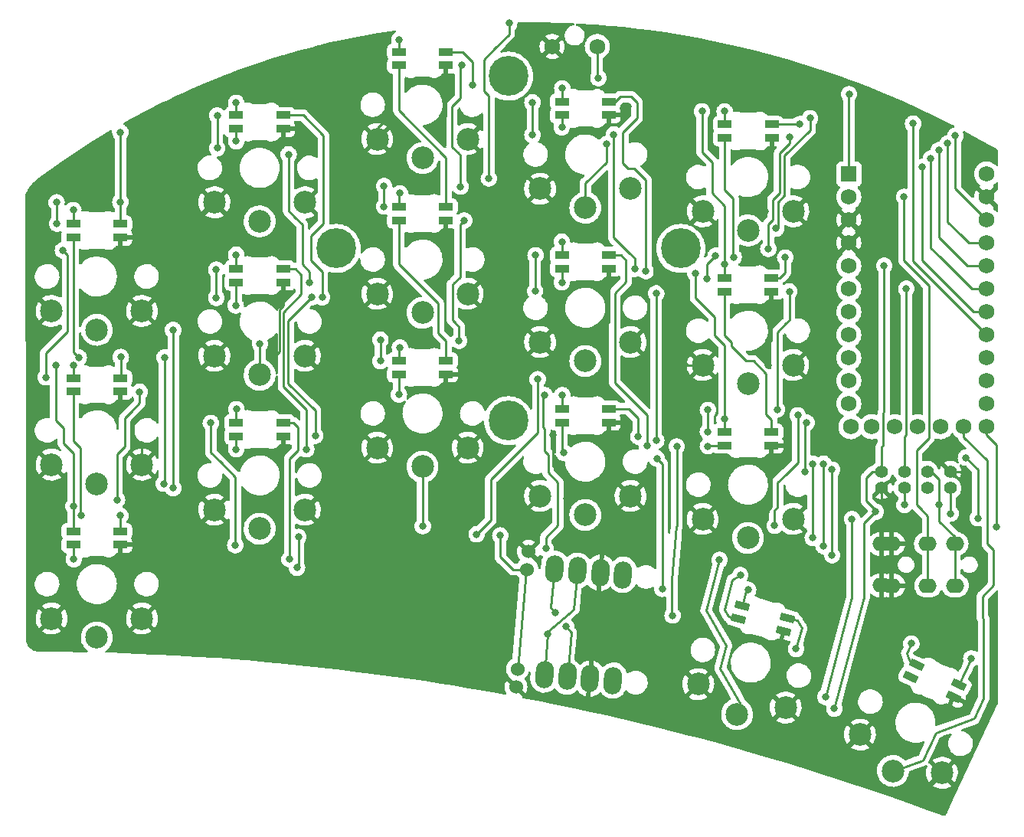
<source format=gbr>
%TF.GenerationSoftware,KiCad,Pcbnew,(6.0.0)*%
%TF.CreationDate,2022-05-06T00:59:20-07:00*%
%TF.ProjectId,half-swept,68616c66-2d73-4776-9570-742e6b696361,rev?*%
%TF.SameCoordinates,Original*%
%TF.FileFunction,Copper,L2,Bot*%
%TF.FilePolarity,Positive*%
%FSLAX46Y46*%
G04 Gerber Fmt 4.6, Leading zero omitted, Abs format (unit mm)*
G04 Created by KiCad (PCBNEW (6.0.0)) date 2022-05-06 00:59:20*
%MOMM*%
%LPD*%
G01*
G04 APERTURE LIST*
G04 Aperture macros list*
%AMRoundRect*
0 Rectangle with rounded corners*
0 $1 Rounding radius*
0 $2 $3 $4 $5 $6 $7 $8 $9 X,Y pos of 4 corners*
0 Add a 4 corners polygon primitive as box body*
4,1,4,$2,$3,$4,$5,$6,$7,$8,$9,$2,$3,0*
0 Add four circle primitives for the rounded corners*
1,1,$1+$1,$2,$3*
1,1,$1+$1,$4,$5*
1,1,$1+$1,$6,$7*
1,1,$1+$1,$8,$9*
0 Add four rect primitives between the rounded corners*
20,1,$1+$1,$2,$3,$4,$5,0*
20,1,$1+$1,$4,$5,$6,$7,0*
20,1,$1+$1,$6,$7,$8,$9,0*
20,1,$1+$1,$8,$9,$2,$3,0*%
%AMHorizOval*
0 Thick line with rounded ends*
0 $1 width*
0 $2 $3 position (X,Y) of the first rounded end (center of the circle)*
0 $4 $5 position (X,Y) of the second rounded end (center of the circle)*
0 Add line between two ends*
20,1,$1,$2,$3,$4,$5,0*
0 Add two circle primitives to create the rounded ends*
1,1,$1,$2,$3*
1,1,$1,$4,$5*%
G04 Aperture macros list end*
%TA.AperFunction,ComponentPad*%
%ADD10O,2.000000X1.600000*%
%TD*%
%TA.AperFunction,ComponentPad*%
%ADD11C,1.750000*%
%TD*%
%TA.AperFunction,ComponentPad*%
%ADD12C,2.500000*%
%TD*%
%TA.AperFunction,ComponentPad*%
%ADD13C,4.400000*%
%TD*%
%TA.AperFunction,SMDPad,CuDef*%
%ADD14RoundRect,0.082000X-0.608642X0.502656X-0.778427X-0.130992X0.608642X-0.502656X0.778427X0.130992X0*%
%TD*%
%TA.AperFunction,SMDPad,CuDef*%
%ADD15RoundRect,0.082000X-0.718000X0.328000X-0.718000X-0.328000X0.718000X-0.328000X0.718000X0.328000X0*%
%TD*%
%TA.AperFunction,ComponentPad*%
%ADD16HorizOval,1.524000X0.000000X0.000000X0.000000X0.000000X0*%
%TD*%
%TA.AperFunction,ComponentPad*%
%ADD17C,1.524000*%
%TD*%
%TA.AperFunction,ComponentPad*%
%ADD18HorizOval,2.000000X0.043578X0.498097X-0.043578X-0.498097X0*%
%TD*%
%TA.AperFunction,SMDPad,CuDef*%
%ADD19RoundRect,0.082000X-0.512110X0.600709X-0.789348X0.006171X0.512110X-0.600709X0.789348X-0.006171X0*%
%TD*%
%TA.AperFunction,ComponentPad*%
%ADD20C,1.752600*%
%TD*%
%TA.AperFunction,ComponentPad*%
%ADD21R,1.752600X1.752600*%
%TD*%
%TA.AperFunction,ComponentPad*%
%ADD22C,1.397000*%
%TD*%
%TA.AperFunction,ViaPad*%
%ADD23C,0.800000*%
%TD*%
%TA.AperFunction,Conductor*%
%ADD24C,0.250000*%
%TD*%
G04 APERTURE END LIST*
D10*
%TO.P,J2,4,RING2*%
%TO.N,vcc*%
X117187658Y-75249388D03*
%TO.P,J2,3,RING1*%
%TO.N,data*%
X114187658Y-75249388D03*
%TO.P,J2,2,TIP*%
%TO.N,gnd*%
X110187658Y-75249388D03*
%TO.P,J2,1,SLEEVE*%
X109087658Y-70649388D03*
%TD*%
D11*
%TO.P,RSW1,2,2*%
%TO.N,reset*%
X77644655Y-15641890D03*
%TO.P,RSW1,1,1*%
%TO.N,gnd*%
X72644655Y-15641890D03*
%TD*%
D12*
%TO.P,SW2,2,2*%
%TO.N,gnd*%
X27319655Y-44879388D03*
X17319655Y-44879388D03*
%TO.P,SW2,1,1*%
%TO.N,Switch1*%
X22319655Y-46979388D03*
%TD*%
%TO.P,SW3,2,2*%
%TO.N,gnd*%
X45319658Y-32879387D03*
X35319658Y-32879387D03*
%TO.P,SW3,1,1*%
%TO.N,Switch2*%
X40319658Y-34979387D03*
%TD*%
%TO.P,SW4,2,2*%
%TO.N,gnd*%
X63319655Y-25879388D03*
X53319655Y-25879388D03*
%TO.P,SW4,1,1*%
%TO.N,Switch3*%
X58319655Y-27979388D03*
%TD*%
%TO.P,SW5,2,2*%
%TO.N,gnd*%
X81319655Y-31379387D03*
X71319655Y-31379387D03*
%TO.P,SW5,1,1*%
%TO.N,Switch4*%
X76319655Y-33479387D03*
%TD*%
%TO.P,SW6,2,2*%
%TO.N,gnd*%
X89319655Y-33879388D03*
X99319655Y-33879388D03*
%TO.P,SW6,1,1*%
%TO.N,Switch5*%
X94319655Y-35979388D03*
%TD*%
%TO.P,SW8,2,2*%
%TO.N,gnd*%
X17319656Y-61879388D03*
X27319656Y-61879388D03*
%TO.P,SW8,1,1*%
%TO.N,Switch6*%
X22319656Y-63979388D03*
%TD*%
%TO.P,SW9,2,2*%
%TO.N,gnd*%
X35319656Y-49853388D03*
X45319656Y-49853388D03*
%TO.P,SW9,1,1*%
%TO.N,Switch7*%
X40319656Y-51953388D03*
%TD*%
%TO.P,SW10,2,2*%
%TO.N,gnd*%
X63319658Y-42995387D03*
X53319658Y-42995387D03*
%TO.P,SW10,1,1*%
%TO.N,Switch8*%
X58319658Y-45095387D03*
%TD*%
%TO.P,SW11,2,2*%
%TO.N,gnd*%
X71319658Y-48329390D03*
X81319658Y-48329390D03*
%TO.P,SW11,1,1*%
%TO.N,Switch9*%
X76319658Y-50429390D03*
%TD*%
%TO.P,SW12,2,2*%
%TO.N,gnd*%
X89299655Y-50869388D03*
X99299655Y-50869388D03*
%TO.P,SW12,1,1*%
%TO.N,Switch10*%
X94299655Y-52969388D03*
%TD*%
%TO.P,SW14,2,2*%
%TO.N,gnd*%
X17319656Y-78879388D03*
X27319656Y-78879388D03*
%TO.P,SW14,1,1*%
%TO.N,Switch11*%
X22319656Y-80979388D03*
%TD*%
%TO.P,SW15,2,2*%
%TO.N,gnd*%
X45319655Y-66871386D03*
X35319655Y-66871386D03*
%TO.P,SW15,1,1*%
%TO.N,Switch12*%
X40319655Y-68971386D03*
%TD*%
%TO.P,SW16,2,2*%
%TO.N,gnd*%
X63319654Y-60013387D03*
X53319654Y-60013387D03*
%TO.P,SW16,1,1*%
%TO.N,Switch13*%
X58319654Y-62113387D03*
%TD*%
%TO.P,SW17,2,2*%
%TO.N,gnd*%
X81319656Y-65347389D03*
X71319656Y-65347389D03*
%TO.P,SW17,1,1*%
%TO.N,Switch14*%
X76319656Y-67447389D03*
%TD*%
%TO.P,SW18,2,2*%
%TO.N,gnd*%
X99299658Y-67887388D03*
X89299658Y-67887388D03*
%TO.P,SW18,1,1*%
%TO.N,Switch15*%
X94299658Y-69987388D03*
%TD*%
%TO.P,SW21,2,2*%
%TO.N,gnd*%
X106685182Y-91732427D03*
X115748260Y-95958610D03*
%TO.P,SW21,1,1*%
%TO.N,Switch16*%
X110329222Y-95748765D03*
%TD*%
D13*
%TO.P,REF\u002A\u002A,1*%
%TO.N,N/C*%
X67819656Y-18929388D03*
X86869656Y-37979388D03*
X48769656Y-37979388D03*
X67819656Y-57029388D03*
%TD*%
D14*
%TO.P,D12,4,DIN*%
%TO.N,Net-(D12-Pad4)*%
X98639976Y-78820968D03*
%TO.P,D12,3,VSS*%
%TO.N,gnd*%
X98251748Y-80269857D03*
%TO.P,D12,2,DOUT*%
%TO.N,Net-(D12-Pad2)*%
X93228933Y-78923998D03*
%TO.P,D12,1,VDD*%
%TO.N,vcc*%
X93617162Y-77475109D03*
%TD*%
D15*
%TO.P,D16,4,DIN*%
%TO.N,Net-(D13-Pad2)*%
X42919658Y-23249387D03*
%TO.P,D16,3,VSS*%
%TO.N,gnd*%
X42919658Y-24749387D03*
%TO.P,D16,2,DOUT*%
%TO.N,Net-(D16-Pad2)*%
X37719658Y-24749387D03*
%TO.P,D16,1,VDD*%
%TO.N,vcc*%
X37719658Y-23249387D03*
%TD*%
%TO.P,D8,4,DIN*%
%TO.N,Net-(D5-Pad2)*%
X60919654Y-50383387D03*
%TO.P,D8,3,VSS*%
%TO.N,gnd*%
X60919654Y-51883387D03*
%TO.P,D8,2,DOUT*%
%TO.N,Net-(D11-Pad4)*%
X55719654Y-51883387D03*
%TO.P,D8,1,VDD*%
%TO.N,vcc*%
X55719654Y-50383387D03*
%TD*%
D16*
%TO.P,SW7,S2,S2*%
%TO.N,Switch18*%
X68824041Y-84474887D03*
D17*
%TO.P,SW7,S1,S1*%
%TO.N,gnd*%
X68649730Y-86467277D03*
D18*
%TO.P,SW7,NC,NC*%
%TO.N,unconnected-(SW7-PadNC)*%
X79373124Y-85749150D03*
%TO.P,SW7,C,C*%
%TO.N,gnd*%
X76842790Y-85527774D03*
%TO.P,SW7,B,B*%
%TO.N,scl*%
X74312455Y-85306398D03*
%TO.P,SW7,A,A*%
%TO.N,sda*%
X71782121Y-85085023D03*
%TD*%
D15*
%TO.P,D2,4,DIN*%
%TO.N,Net-(D16-Pad2)*%
X60919655Y-16249388D03*
%TO.P,D2,3,VSS*%
%TO.N,gnd*%
X60919655Y-17749388D03*
%TO.P,D2,2,DOUT*%
%TO.N,Net-(D2-Pad2)*%
X55719655Y-17749388D03*
%TO.P,D2,1,VDD*%
%TO.N,vcc*%
X55719655Y-16249388D03*
%TD*%
D19*
%TO.P,D15,4,DIN*%
%TO.N,Net-(D12-Pad2)*%
X117642935Y-86216582D03*
%TO.P,D15,3,VSS*%
%TO.N,gnd*%
X117009007Y-87576044D03*
%TO.P,D15,2,DOUT*%
%TO.N,unconnected-(D15-Pad2)*%
X112296207Y-85378429D03*
%TO.P,D15,1,VDD*%
%TO.N,vcc*%
X112930134Y-84018967D03*
%TD*%
D15*
%TO.P,D11,4,DIN*%
%TO.N,Net-(D11-Pad4)*%
X78919656Y-55717389D03*
%TO.P,D11,3,VSS*%
%TO.N,gnd*%
X78919656Y-57217389D03*
%TO.P,D11,2,DOUT*%
%TO.N,Net-(D11-Pad2)*%
X73719656Y-57217389D03*
%TO.P,D11,1,VDD*%
%TO.N,vcc*%
X73719656Y-55717389D03*
%TD*%
D20*
%TO.P,U2,29,F0*%
%TO.N,Switch16*%
X118149655Y-57686138D03*
%TO.P,U2,28,F1*%
%TO.N,Switch17*%
X115609655Y-57686138D03*
%TO.P,U2,27,C7*%
%TO.N,Switch18*%
X113069655Y-57686138D03*
%TO.P,U2,26,D5*%
%TO.N,Switch15*%
X110529655Y-57686138D03*
%TO.P,U2,25,B7*%
%TO.N,Switch14*%
X107989655Y-57686138D03*
%TO.P,U2,24,B0*%
%TO.N,raw*%
X120689655Y-29746138D03*
%TO.P,U2,23,GND*%
%TO.N,gnd*%
X120689655Y-32286138D03*
%TO.P,U2,22,RST*%
%TO.N,reset*%
X120689655Y-34826138D03*
%TO.P,U2,21,VCC*%
%TO.N,vcc*%
X120689655Y-37366138D03*
%TO.P,U2,20,A3/PF4*%
%TO.N,Switch5*%
X120689655Y-39906138D03*
%TO.P,U2,19,A2/PF5*%
%TO.N,Switch4*%
X120689655Y-42446138D03*
%TO.P,U2,18,A1/PF6*%
%TO.N,Switch3*%
X120689655Y-44986138D03*
%TO.P,U2,17,A0/PF7*%
%TO.N,Switch2*%
X120689655Y-47526138D03*
%TO.P,U2,16,15/PB1*%
%TO.N,unconnected-(U2-Pad16)*%
X120689655Y-50066138D03*
%TO.P,U2,15,14/PB3*%
%TO.N,Switch11*%
X120689655Y-52606138D03*
%TO.P,U2,14,16/PB2*%
%TO.N,Switch12*%
X120689655Y-55146138D03*
%TO.P,U2,13,10/PB6*%
%TO.N,Switch13*%
X120689655Y-57686138D03*
%TO.P,U2,12,9/PB5*%
%TO.N,Switch1*%
X105678255Y-57686138D03*
%TO.P,U2,11,8/PB4*%
%TO.N,Switch6*%
X105449655Y-55146138D03*
%TO.P,U2,10,7/PE6*%
%TO.N,Switch10*%
X105449655Y-52606138D03*
%TO.P,U2,9,6/PD7*%
%TO.N,Switch9*%
X105449655Y-50066138D03*
%TO.P,U2,8,5/PC6*%
%TO.N,Switch8*%
X105449655Y-47526138D03*
%TO.P,U2,7,4/PD4*%
%TO.N,Switch7*%
X105449655Y-44986138D03*
%TO.P,U2,6,3/PD0*%
%TO.N,scl*%
X105449655Y-42446138D03*
%TO.P,U2,5,2/PD1*%
%TO.N,sda*%
X105449655Y-39906138D03*
%TO.P,U2,4,GND*%
%TO.N,gnd*%
X105449655Y-37366138D03*
%TO.P,U2,3,GND*%
X105449655Y-34826138D03*
%TO.P,U2,2,RX1/PD2*%
%TO.N,data*%
X105449655Y-32286138D03*
D21*
%TO.P,U2,1,TX0/PD3*%
%TO.N,led*%
X105449655Y-29746138D03*
%TD*%
D15*
%TO.P,D14,4,DIN*%
%TO.N,Net-(D11-Pad2)*%
X78919658Y-38699390D03*
%TO.P,D14,3,VSS*%
%TO.N,gnd*%
X78919658Y-40199390D03*
%TO.P,D14,2,DOUT*%
%TO.N,Net-(D14-Pad2)*%
X73719658Y-40199390D03*
%TO.P,D14,1,VDD*%
%TO.N,vcc*%
X73719658Y-38699390D03*
%TD*%
%TO.P,D10,4,DIN*%
%TO.N,Net-(D10-Pad4)*%
X42919655Y-57241386D03*
%TO.P,D10,3,VSS*%
%TO.N,gnd*%
X42919655Y-58741386D03*
%TO.P,D10,2,DOUT*%
%TO.N,Net-(D10-Pad2)*%
X37719655Y-58741386D03*
%TO.P,D10,1,VDD*%
%TO.N,vcc*%
X37719655Y-57241386D03*
%TD*%
%TO.P,D1,4,DIN*%
%TO.N,led*%
X24919655Y-35249388D03*
%TO.P,D1,3,VSS*%
%TO.N,gnd*%
X24919655Y-36749388D03*
%TO.P,D1,2,DOUT*%
%TO.N,Net-(D1-Pad2)*%
X19719655Y-36749388D03*
%TO.P,D1,1,VDD*%
%TO.N,vcc*%
X19719655Y-35249388D03*
%TD*%
%TO.P,D9,4,DIN*%
%TO.N,Net-(D6-Pad2)*%
X96899658Y-58257388D03*
%TO.P,D9,3,VSS*%
%TO.N,gnd*%
X96899658Y-59757388D03*
%TO.P,D9,2,DOUT*%
%TO.N,Net-(D12-Pad4)*%
X91699658Y-59757388D03*
%TO.P,D9,1,VDD*%
%TO.N,vcc*%
X91699658Y-58257388D03*
%TD*%
%TO.P,D17,4,DIN*%
%TO.N,Net-(D14-Pad2)*%
X78919655Y-21749387D03*
%TO.P,D17,3,VSS*%
%TO.N,gnd*%
X78919655Y-23249387D03*
%TO.P,D17,2,DOUT*%
%TO.N,Net-(D17-Pad2)*%
X73719655Y-23249387D03*
%TO.P,D17,1,VDD*%
%TO.N,vcc*%
X73719655Y-21749387D03*
%TD*%
%TO.P,D4,4,DIN*%
%TO.N,Net-(D1-Pad2)*%
X24919653Y-52299388D03*
%TO.P,D4,3,VSS*%
%TO.N,gnd*%
X24919653Y-53799388D03*
%TO.P,D4,2,DOUT*%
%TO.N,Net-(D4-Pad2)*%
X19719653Y-53799388D03*
%TO.P,D4,1,VDD*%
%TO.N,vcc*%
X19719653Y-52299388D03*
%TD*%
%TO.P,D3,4,DIN*%
%TO.N,Net-(D17-Pad2)*%
X96919655Y-24249388D03*
%TO.P,D3,3,VSS*%
%TO.N,gnd*%
X96919655Y-25749388D03*
%TO.P,D3,2,DOUT*%
%TO.N,Net-(D3-Pad2)*%
X91719655Y-25749388D03*
%TO.P,D3,1,VDD*%
%TO.N,vcc*%
X91719655Y-24249388D03*
%TD*%
%TO.P,D7,4,DIN*%
%TO.N,Net-(D4-Pad2)*%
X24919656Y-69249388D03*
%TO.P,D7,3,VSS*%
%TO.N,gnd*%
X24919656Y-70749388D03*
%TO.P,D7,2,DOUT*%
%TO.N,Net-(D10-Pad4)*%
X19719656Y-70749388D03*
%TO.P,D7,1,VDD*%
%TO.N,vcc*%
X19719656Y-69249388D03*
%TD*%
D22*
%TO.P,OL1,4,GND*%
%TO.N,gnd*%
X116679657Y-62659388D03*
%TO.P,OL1,3,VCC*%
%TO.N,vcc*%
X114139657Y-62659388D03*
%TO.P,OL1,2,SCL*%
%TO.N,scl*%
X111599657Y-62659388D03*
%TO.P,OL1,1,SDA*%
%TO.N,sda*%
X109059657Y-62659388D03*
%TD*%
D12*
%TO.P,SW1,2,2*%
%TO.N,gnd*%
X88806512Y-86155809D03*
X98465771Y-88743999D03*
%TO.P,SW1,1,1*%
%TO.N,Switch17*%
X93092622Y-89478348D03*
%TD*%
D15*
%TO.P,D5,4,DIN*%
%TO.N,Net-(D2-Pad2)*%
X60919658Y-33365387D03*
%TO.P,D5,3,VSS*%
%TO.N,gnd*%
X60919658Y-34865387D03*
%TO.P,D5,2,DOUT*%
%TO.N,Net-(D5-Pad2)*%
X55719658Y-34865387D03*
%TO.P,D5,1,VDD*%
%TO.N,vcc*%
X55719658Y-33365387D03*
%TD*%
%TO.P,D6,4,DIN*%
%TO.N,Net-(D3-Pad2)*%
X96899655Y-41239388D03*
%TO.P,D6,3,VSS*%
%TO.N,gnd*%
X96899655Y-42739388D03*
%TO.P,D6,2,DOUT*%
%TO.N,Net-(D6-Pad2)*%
X91699655Y-42739388D03*
%TO.P,D6,1,VDD*%
%TO.N,vcc*%
X91699655Y-41239388D03*
%TD*%
%TO.P,D13,4,DIN*%
%TO.N,Net-(D10-Pad2)*%
X42919656Y-40223388D03*
%TO.P,D13,3,VSS*%
%TO.N,gnd*%
X42919656Y-41723388D03*
%TO.P,D13,2,DOUT*%
%TO.N,Net-(D13-Pad2)*%
X37719656Y-41723388D03*
%TO.P,D13,1,VDD*%
%TO.N,vcc*%
X37719656Y-40223388D03*
%TD*%
D16*
%TO.P,SW13,S2,S2*%
%TO.N,Switch18*%
X69876721Y-73482544D03*
D17*
%TO.P,SW13,S1,S1*%
%TO.N,gnd*%
X70051033Y-71490154D03*
D18*
%TO.P,SW13,NC,NC*%
%TO.N,unconnected-(SW13-PadNC)*%
X80486814Y-74059470D03*
%TO.P,SW13,C,C*%
%TO.N,gnd*%
X77956479Y-73838094D03*
%TO.P,SW13,B,B*%
%TO.N,sda*%
X75426145Y-73616718D03*
%TO.P,SW13,A,A*%
%TO.N,scl*%
X72895810Y-73395343D03*
%TD*%
D10*
%TO.P,J1,4,RING2*%
%TO.N,vcc*%
X117169657Y-70629388D03*
%TO.P,J1,3,RING1*%
%TO.N,data*%
X114169657Y-70629388D03*
%TO.P,J1,2,TIP*%
%TO.N,gnd*%
X110169657Y-70629388D03*
%TO.P,J1,1,SLEEVE*%
X109069657Y-75229388D03*
%TD*%
D22*
%TO.P,OL2,4,GND*%
%TO.N,gnd*%
X109059657Y-64479386D03*
%TO.P,OL2,3,VCC*%
%TO.N,vcc*%
X111599657Y-64479386D03*
%TO.P,OL2,2,SCL*%
%TO.N,scl*%
X114139657Y-64479386D03*
%TO.P,OL2,1,SDA*%
%TO.N,sda*%
X116679657Y-64479386D03*
%TD*%
D23*
%TO.N,scl*%
X118400000Y-61100000D03*
X119700000Y-67800000D03*
X105800000Y-67900000D03*
%TO.N,sda*%
X103843188Y-88852081D03*
%TO.N,scl*%
X102846304Y-87549691D03*
%TO.N,sda*%
X72172592Y-80621932D03*
%TO.N,vcc*%
X71949120Y-71137874D03*
%TO.N,Net-(D12-Pad2)*%
X93456764Y-74099052D03*
X118984737Y-83311003D03*
%TO.N,vcc*%
X112363069Y-81657661D03*
%TO.N,scl*%
X73017034Y-78286211D03*
X74190069Y-79794186D03*
%TO.N,Net-(D12-Pad4)*%
X85964069Y-78560148D03*
%TO.N,Net-(D27-Pad2)*%
X84822671Y-75601549D03*
X84222670Y-61201549D03*
%TO.N,Switch18*%
X66922672Y-69701548D03*
%TO.N,gnd*%
X83755125Y-41631321D03*
X60305127Y-25431323D03*
X74255128Y-65631321D03*
X24405128Y-55781321D03*
X88405128Y-58831320D03*
X96205126Y-33881321D03*
X96305126Y-67131321D03*
X119139418Y-77786894D03*
X86455126Y-47331321D03*
X81055126Y-22281321D03*
X60255126Y-42281319D03*
X53305127Y-18681324D03*
X28055124Y-55731322D03*
X96567061Y-50869389D03*
X85752744Y-85233522D03*
X41905125Y-49931320D03*
X84155127Y-31381321D03*
X86530126Y-31906321D03*
X87823295Y-77506116D03*
X83305126Y-22281321D03*
X78255125Y-48531322D03*
X87755126Y-25731319D03*
X72755127Y-58631321D03*
%TO.N,vcc*%
X91699656Y-56849387D03*
X19719658Y-33729388D03*
X37719656Y-38679385D03*
X55819657Y-48929388D03*
X37753192Y-55755822D03*
X55819655Y-31879388D03*
X94320776Y-75716946D03*
X88494657Y-40704389D03*
X115455126Y-66331321D03*
X19719656Y-50879390D03*
X91719658Y-22829386D03*
X91699657Y-39759391D03*
X111605128Y-66331320D03*
X73769658Y-20279387D03*
X71819656Y-54179388D03*
X17769655Y-50879388D03*
X37719654Y-21879387D03*
X73719657Y-37229387D03*
X100789420Y-57236893D03*
X73769656Y-54179388D03*
X116369658Y-26379386D03*
X19719657Y-66479387D03*
X55769659Y-14879387D03*
X89219657Y-22829390D03*
X100589420Y-62636893D03*
%TO.N,Switch18*%
X102655124Y-70881321D03*
X102655126Y-61781320D03*
%TO.N,reset*%
X117219656Y-25529385D03*
X77769655Y-19129388D03*
%TO.N,Switch1*%
X30755129Y-46981320D03*
X30755124Y-64481321D03*
%TO.N,Switch2*%
X112555125Y-24181320D03*
X65655126Y-30231321D03*
X67905125Y-13081321D03*
%TO.N,Switch3*%
X113555126Y-28981321D03*
%TO.N,Switch4*%
X114505125Y-28031321D03*
X78655127Y-26431319D03*
%TO.N,Switch5*%
X97405126Y-35781322D03*
X115405126Y-27103887D03*
X101155126Y-23581319D03*
%TO.N,Switch6*%
X29705128Y-63981321D03*
X29805129Y-50031321D03*
%TO.N,Switch7*%
X40355127Y-48531321D03*
%TO.N,Switch11*%
X71055128Y-52431321D03*
X44455127Y-73281319D03*
X64305127Y-69581323D03*
X44605128Y-69881321D03*
%TO.N,Switch12*%
X97255125Y-68631321D03*
X99805125Y-56431322D03*
%TO.N,Switch13*%
X58355126Y-68681320D03*
X121755126Y-68781319D03*
%TO.N,Switch15*%
X101455126Y-69981323D03*
X101455129Y-61781321D03*
%TO.N,Switch17*%
X103605127Y-62431322D03*
X91155128Y-72421186D03*
X103605126Y-71881320D03*
%TO.N,Net-(D1-Pad2)*%
X24969655Y-49979388D03*
X20319656Y-50029388D03*
%TO.N,led*%
X17919656Y-35229388D03*
X105469657Y-20929389D03*
X17869655Y-32879387D03*
X24919657Y-32829388D03*
X24919655Y-25129387D03*
%TO.N,data*%
X111555127Y-32281322D03*
%TO.N,Net-(D16-Pad2)*%
X37719653Y-26129388D03*
X63869655Y-19879388D03*
%TO.N,Net-(D3-Pad2)*%
X92719656Y-38929385D03*
X98419656Y-38979387D03*
%TO.N,Net-(D17-Pad2)*%
X73719656Y-24579387D03*
X100019655Y-24229388D03*
%TO.N,Net-(D4-Pad2)*%
X20569657Y-67529387D03*
X24919658Y-67529389D03*
%TO.N,Net-(D10-Pad4)*%
X43619655Y-72329388D03*
X19769655Y-72329387D03*
%TO.N,Net-(D11-Pad4)*%
X82169656Y-58779388D03*
X55719656Y-54129387D03*
%TO.N,Net-(D12-Pad4)*%
X86419655Y-59879386D03*
X89869658Y-59829388D03*
%TO.N,Net-(D10-Pad2)*%
X37719656Y-60179386D03*
X45469658Y-60179388D03*
%TO.N,Net-(D11-Pad2)*%
X83119656Y-59779388D03*
X73955127Y-60581322D03*
%TO.N,Net-(D12-Pad4)*%
X99613801Y-82244742D03*
%TO.N,Net-(D13-Pad2)*%
X47219659Y-43379388D03*
X37669655Y-44279387D03*
%TO.N,Net-(D14-Pad2)*%
X83019656Y-40479389D03*
X73719658Y-41729387D03*
%TO.N,sda*%
X116705128Y-67281320D03*
X109355126Y-39881319D03*
X108419657Y-67079388D03*
%TO.N,scl*%
X111805126Y-42431320D03*
%TO.N,Net-(D19-Pad2)*%
X16669655Y-52229388D03*
X18569657Y-38179388D03*
%TO.N,Net-(D20-Pad2)*%
X62519657Y-31129388D03*
X54069657Y-31079387D03*
X54069659Y-33329389D03*
X62669657Y-17729386D03*
%TO.N,Net-(D21-Pad2)*%
X98919655Y-25629388D03*
X96553195Y-38029388D03*
X89769655Y-41329388D03*
X90719656Y-38779386D03*
%TO.N,Net-(D22-Pad2)*%
X27055126Y-53831324D03*
X24555126Y-65781321D03*
%TO.N,Net-(D23-Pad2)*%
X62369654Y-48179389D03*
X53669655Y-50429389D03*
X62919655Y-34879388D03*
X53669658Y-48079387D03*
%TO.N,Net-(D24-Pad2)*%
X89869655Y-55829387D03*
X98869655Y-42729386D03*
X97519657Y-55779387D03*
X89869654Y-58229387D03*
%TO.N,Net-(D25-Pad2)*%
X37619655Y-70779388D03*
X34919655Y-57279390D03*
%TO.N,Net-(D28-Pad2)*%
X46469656Y-58679388D03*
X35519656Y-40329388D03*
X46069656Y-43379387D03*
X35519655Y-43429389D03*
%TO.N,Net-(D29-Pad2)*%
X84169655Y-59229388D03*
X70769654Y-42679389D03*
X70819658Y-38729388D03*
X84169656Y-42929385D03*
%TO.N,Net-(D31-Pad2)*%
X45819658Y-41729388D03*
X35619657Y-23279388D03*
X35619655Y-26879387D03*
X43519655Y-27579391D03*
%TO.N,Net-(D32-Pad2)*%
X70469657Y-25429389D03*
X70469657Y-21829388D03*
X81769655Y-40229388D03*
X79469657Y-25379386D03*
%TD*%
D24*
%TO.N,scl*%
X119700000Y-67800000D02*
X119700000Y-62400000D01*
X119700000Y-62400000D02*
X118400000Y-61100000D01*
%TO.N,Switch16*%
X114287567Y-93147497D02*
X113635768Y-94545281D01*
X115048278Y-91516141D02*
X114287567Y-93147497D01*
X119300841Y-89968335D02*
X115048278Y-91516141D01*
X113635768Y-94545281D02*
X110329223Y-95748763D01*
X120357388Y-87702566D02*
X119300841Y-89968335D01*
X120222670Y-76435056D02*
X120222671Y-78801550D01*
X120357388Y-78936267D02*
X120357388Y-87702566D01*
X120751264Y-61427459D02*
X120751264Y-70648736D01*
X120751264Y-70648736D02*
X121439419Y-71336890D01*
X118149654Y-58825849D02*
X120751264Y-61427459D01*
X121439419Y-71336890D02*
X121439419Y-75218305D01*
X120222671Y-78801550D02*
X120357388Y-78936267D01*
X118149657Y-57686140D02*
X118149654Y-58825849D01*
X121439419Y-75218305D02*
X120222670Y-76435056D01*
%TO.N,gnd*%
X119139421Y-75636893D02*
X119139418Y-77786894D01*
X120289420Y-74486893D02*
X119139421Y-75636893D01*
X119239421Y-70486893D02*
X120289420Y-71536891D01*
X120289420Y-71536891D02*
X120289420Y-74486893D01*
X119239421Y-69639421D02*
X119239421Y-70486893D01*
X118651264Y-63548736D02*
X118651264Y-69051264D01*
X118039418Y-62936893D02*
X118651264Y-63548736D01*
X116679656Y-62659388D02*
X117761915Y-62659388D01*
X117761915Y-62659388D02*
X118039418Y-62936893D01*
X118651264Y-69051264D02*
X119239421Y-69639421D01*
%TO.N,scl*%
X105796841Y-67903159D02*
X105800000Y-67900000D01*
X105796841Y-76538136D02*
X105796841Y-67903159D01*
%TO.N,sda*%
X107130190Y-68368855D02*
X108419657Y-67079388D01*
X107130190Y-76584823D02*
X107130190Y-68368855D01*
X103843188Y-88852081D02*
X107130190Y-76584823D01*
%TO.N,scl*%
X102846304Y-87549691D02*
X105796841Y-76538136D01*
%TO.N,sda*%
X72172592Y-80621932D02*
X72204210Y-80260540D01*
%TO.N,vcc*%
X71949121Y-69937873D02*
X71949120Y-71137874D01*
X73287667Y-68599325D02*
X71949121Y-69937873D01*
X73287670Y-63848781D02*
X73287667Y-68599325D01*
%TO.N,Net-(D12-Pad2)*%
X92157516Y-78636912D02*
X93228935Y-78923998D01*
X91719458Y-77878175D02*
X92157516Y-78636912D01*
X92599443Y-74594027D02*
X91719458Y-77878175D01*
X93456764Y-74099052D02*
X92599443Y-74594027D01*
X117642937Y-86216582D02*
X118990477Y-83326773D01*
X118990477Y-83326773D02*
X118984737Y-83311003D01*
%TO.N,vcc*%
X111855927Y-82745231D02*
X112363069Y-81657661D01*
X111952665Y-83011015D02*
X111855927Y-82745231D01*
X112194713Y-83676034D02*
X111952665Y-83011015D01*
X112930136Y-84018966D02*
X112194713Y-83676034D01*
%TO.N,Switch17*%
X89662032Y-77993501D02*
X91155128Y-72421186D01*
X91911976Y-81890523D02*
X89662032Y-77993501D01*
X91239049Y-84401930D02*
X91911976Y-81890523D01*
X93434112Y-88203893D02*
X91239049Y-84401930D01*
X93092623Y-89478349D02*
X93434112Y-88203893D01*
%TO.N,scl*%
X74737623Y-80446733D02*
X74190069Y-79794186D01*
X74312457Y-85306398D02*
X74737623Y-80446733D01*
X73017034Y-78286211D02*
X72519765Y-77693586D01*
X72519765Y-77693586D02*
X72895811Y-73395341D01*
%TO.N,sda*%
X75054103Y-77869196D02*
X75426146Y-73616717D01*
X72204210Y-80260540D02*
X75054103Y-77869196D01*
X71782122Y-85085023D02*
X72172592Y-80621932D01*
%TO.N,Switch18*%
X68824042Y-84474887D02*
X69778538Y-73564928D01*
X69778538Y-73564928D02*
X69876723Y-73482542D01*
%TO.N,Net-(D12-Pad4)*%
X85889068Y-78485147D02*
X85964069Y-78560148D01*
X85889068Y-74590781D02*
X85889068Y-78485147D01*
%TO.N,Net-(D27-Pad2)*%
X84822671Y-61801547D02*
X84222670Y-61201549D01*
X84822671Y-75601549D02*
X84822671Y-61801547D01*
%TO.N,Switch18*%
X68303667Y-73482544D02*
X69876722Y-73482543D01*
X66922672Y-69701548D02*
X66922671Y-72101546D01*
X66922671Y-72101546D02*
X68303667Y-73482544D01*
%TO.N,gnd*%
X74255129Y-63531321D02*
X74255128Y-65631321D01*
X42919656Y-41723387D02*
X42919658Y-44316792D01*
X88405128Y-60731321D02*
X89855127Y-62181321D01*
X83955128Y-40181321D02*
X83955125Y-41431322D01*
X79905126Y-62681323D02*
X79905125Y-63932858D01*
X24919658Y-55266793D02*
X24405128Y-55781321D01*
X54605128Y-23381321D02*
X53319657Y-24666792D01*
X72755127Y-58631321D02*
X72755126Y-62031321D01*
X53319657Y-24666792D02*
X53319655Y-25879388D01*
X83955125Y-41431322D02*
X83755125Y-41631321D01*
X84155127Y-29181321D02*
X84155127Y-31381321D01*
X78919658Y-46116792D02*
X78705125Y-46331320D01*
X60305125Y-23981321D02*
X60305127Y-25431323D01*
X91105128Y-62831318D02*
X91105128Y-65131322D01*
X96919656Y-31366792D02*
X96655125Y-31631322D01*
X78705125Y-46331320D02*
X78255126Y-46781321D01*
X96899657Y-66536792D02*
X96305126Y-67131321D01*
X54605127Y-19981322D02*
X54605128Y-23381321D01*
X78919656Y-61695851D02*
X79905126Y-62681323D01*
X109522670Y-66501547D02*
X109522671Y-68201549D01*
X96899656Y-59757386D02*
X96899657Y-66536792D01*
X53305127Y-18681324D02*
X54605127Y-19981322D01*
X78919659Y-40199387D02*
X78919658Y-46116792D01*
X109059656Y-64479387D02*
X109059658Y-66038535D01*
X72755126Y-62031321D02*
X73305125Y-62581320D01*
X42505125Y-49331321D02*
X41905125Y-49931320D01*
X86455126Y-47331321D02*
X86455129Y-49681320D01*
X87823295Y-77506116D02*
X85752744Y-85233522D01*
X42505128Y-44731321D02*
X42505127Y-45931321D01*
X96655125Y-31631322D02*
X96205127Y-32081322D01*
X88405128Y-58831320D02*
X88405128Y-60731321D01*
X90405128Y-66781914D02*
X89299656Y-67887388D01*
X24919654Y-53799386D02*
X24919658Y-55266793D01*
X60919655Y-40766792D02*
X60355127Y-41331322D01*
X89855127Y-62181321D02*
X90455125Y-62181318D01*
X26355129Y-57431322D02*
X26355129Y-58981321D01*
X73305125Y-62581320D02*
X74255129Y-63531321D01*
X60505128Y-23781321D02*
X60305125Y-23981321D01*
X78255126Y-46781321D02*
X78255125Y-48531322D01*
X83305125Y-28331319D02*
X83805127Y-28831320D01*
X60255124Y-41431321D02*
X60255126Y-42281319D01*
X86455129Y-49681320D02*
X87643192Y-50869388D01*
X96899659Y-48136792D02*
X96455127Y-48581321D01*
X83955128Y-40181321D02*
X83955126Y-31581321D01*
X42505127Y-45931321D02*
X42505125Y-49331321D01*
X83305126Y-22281321D02*
X83305125Y-28331319D01*
X60919656Y-17749389D02*
X60919657Y-23366791D01*
X28055124Y-55731322D02*
X26355129Y-57431322D01*
X87643192Y-50869388D02*
X89299658Y-50869388D01*
X60355127Y-41331322D02*
X60255124Y-41431321D01*
X86455126Y-47331321D02*
X86455127Y-43831319D01*
X26355129Y-58981321D02*
X27319657Y-59945850D01*
X96455127Y-48581321D02*
X96455126Y-50757457D01*
X96455126Y-50757457D02*
X96567061Y-50869389D01*
X78919660Y-23249386D02*
X80087060Y-23249385D01*
X86455127Y-43831319D02*
X84255127Y-41631321D01*
X86530126Y-26956320D02*
X86530126Y-31906321D01*
X96205127Y-32081322D02*
X96205126Y-33881321D01*
X87755126Y-25731319D02*
X86530126Y-26956320D01*
X96899657Y-42739389D02*
X96899659Y-48136792D01*
X84255127Y-41631321D02*
X83755125Y-41631321D01*
X79905125Y-63932858D02*
X81319658Y-65347389D01*
X90405126Y-65831321D02*
X90405128Y-66781914D01*
X60919655Y-34865386D02*
X60919655Y-40766792D01*
X109059658Y-66038535D02*
X109522670Y-66501547D01*
X42919658Y-44316792D02*
X42605124Y-44631321D01*
X109087657Y-68636562D02*
X109087657Y-70649388D01*
X42605124Y-44631321D02*
X42505128Y-44731321D01*
X78919655Y-57217389D02*
X78919656Y-61695851D01*
X27319657Y-59945850D02*
X27319655Y-61879388D01*
X96919656Y-25749388D02*
X96919656Y-31366792D01*
X83805127Y-28831320D02*
X84155127Y-29181321D01*
X91105128Y-65131322D02*
X90405126Y-65831321D01*
X60919657Y-23366791D02*
X60505128Y-23781321D01*
X109522671Y-68201549D02*
X109087657Y-68636562D01*
X90455125Y-62181318D02*
X91105128Y-62831318D01*
X83955126Y-31581321D02*
X84155127Y-31381321D01*
X80087060Y-23249385D02*
X81055126Y-22281321D01*
%TO.N,vcc*%
X37719658Y-40223388D02*
X37719656Y-38679385D01*
X73719655Y-38699387D02*
X73719657Y-37229387D01*
X91699657Y-58257388D02*
X91699656Y-56849387D01*
X117169657Y-75231386D02*
X117187657Y-75249387D01*
X18619657Y-57879389D02*
X18619656Y-59529387D01*
X71605126Y-54393914D02*
X71819656Y-54179388D01*
X100589419Y-57436892D02*
X100789420Y-57236893D01*
X73719657Y-55717388D02*
X73719655Y-54229388D01*
X55719655Y-31979385D02*
X55819655Y-31879388D01*
X17769655Y-50879388D02*
X17769655Y-57029386D01*
X73719655Y-54229388D02*
X73769656Y-54179388D01*
X115455128Y-64531321D02*
X115455126Y-66331321D01*
X117169656Y-70629388D02*
X117169655Y-69845851D01*
X90319656Y-28429387D02*
X89219657Y-27329389D01*
X19719658Y-33729388D02*
X19719655Y-35249389D01*
X37719654Y-57241388D02*
X37719658Y-55789357D01*
X55719656Y-33365388D02*
X55719655Y-31979385D01*
X71819658Y-57945851D02*
X71605127Y-57731323D01*
X120689655Y-37366137D02*
X118706405Y-37366137D01*
X55719654Y-16249389D02*
X55719657Y-14929387D01*
X115455127Y-63531321D02*
X115455128Y-64531321D01*
X55719657Y-14929387D02*
X55769659Y-14879387D01*
X91699656Y-56849387D02*
X91699655Y-48709387D01*
X91719658Y-24249388D02*
X91719658Y-22829386D01*
X37719654Y-21879387D02*
X37719655Y-23249387D01*
X71819657Y-60395852D02*
X72205125Y-60781321D01*
X93617166Y-77475111D02*
X94045708Y-75875757D01*
X71605127Y-57731323D02*
X71605126Y-54393914D01*
X114139656Y-62659389D02*
X114583191Y-62659388D01*
X88494657Y-43454386D02*
X88494657Y-40704389D01*
X37719658Y-55789357D02*
X37753192Y-55755822D01*
X55719657Y-49029387D02*
X55819657Y-48929388D01*
X71819657Y-60395852D02*
X71819658Y-57945851D01*
X91699655Y-48709387D02*
X90569657Y-47579388D01*
X72205125Y-60781321D02*
X72205126Y-62766241D01*
X90319657Y-31879389D02*
X90319656Y-28429387D01*
X73719656Y-20329387D02*
X73769658Y-20279387D01*
X19719657Y-66479387D02*
X19719655Y-69249388D01*
X73719655Y-21749386D02*
X73719656Y-20329387D01*
X90569657Y-47579388D02*
X90569657Y-45529389D01*
X17769655Y-57029386D02*
X18619657Y-57879389D01*
X19719656Y-50879390D02*
X19719658Y-52299386D01*
X111605128Y-66331320D02*
X111605128Y-64484858D01*
X55719656Y-50383389D02*
X55719657Y-49029387D01*
X115455127Y-68131321D02*
X115455126Y-66331321D01*
X114583191Y-62659388D02*
X115205129Y-63281321D01*
X90569657Y-45529389D02*
X88494657Y-43454386D01*
X117169655Y-69845851D02*
X115455127Y-68131321D01*
X116369658Y-35029388D02*
X116369659Y-28779388D01*
X117169656Y-70629388D02*
X117169657Y-75231386D01*
X91699657Y-39759391D02*
X91699655Y-33259389D01*
X118706405Y-37366137D02*
X117919655Y-36579387D01*
X89219657Y-27329389D02*
X89219657Y-22829390D01*
X91699655Y-33259389D02*
X90319657Y-31879389D01*
X18619656Y-59529387D02*
X19719657Y-60629388D01*
X19719657Y-60629388D02*
X19719657Y-66479387D01*
X94045708Y-75875757D02*
X94320776Y-75716946D01*
X91699657Y-41239391D02*
X91699657Y-39759391D01*
X117919655Y-36579387D02*
X116369658Y-35029388D01*
X111605128Y-64484858D02*
X111599657Y-64479387D01*
X100589420Y-62636893D02*
X100589419Y-57436892D01*
X116369659Y-28779388D02*
X116369658Y-26379386D01*
X72205126Y-62766241D02*
X73287670Y-63848781D01*
X115205129Y-63281321D02*
X115455127Y-63531321D01*
%TO.N,Switch18*%
X102655126Y-61781320D02*
X102655124Y-70881321D01*
%TO.N,reset*%
X120689658Y-34826139D02*
X117219657Y-31356138D01*
X77769655Y-19129388D02*
X77644655Y-19004388D01*
X117219657Y-31356138D02*
X117219656Y-25529385D01*
X77644655Y-19004388D02*
X77644656Y-15641889D01*
%TO.N,Switch1*%
X30755124Y-64481321D02*
X30755129Y-46981320D01*
%TO.N,Switch2*%
X67905125Y-13081321D02*
X67905127Y-14281318D01*
X65105126Y-20581321D02*
X65655127Y-21131319D01*
X65105127Y-17081322D02*
X65105125Y-18631320D01*
X65105125Y-18631320D02*
X65105126Y-20581321D01*
X120689657Y-47526140D02*
X112555127Y-39391610D01*
X66305129Y-15881321D02*
X65105127Y-17081322D01*
X112555127Y-39391610D02*
X112555125Y-24181320D01*
X65655127Y-21131319D02*
X65655126Y-30231321D01*
X67905127Y-14281318D02*
X66305129Y-15881321D01*
%TO.N,Switch3*%
X120689654Y-44986139D02*
X119259947Y-44986140D01*
X118555125Y-44281319D02*
X113555127Y-39281321D01*
X119259947Y-44986140D02*
X118555125Y-44281319D01*
X113555127Y-39281321D02*
X113555126Y-28981321D01*
%TO.N,Switch4*%
X78655127Y-26431319D02*
X78655125Y-28431321D01*
X76319658Y-30766791D02*
X76319659Y-33479387D01*
X115555126Y-38981322D02*
X114505126Y-37931320D01*
X120689655Y-42446140D02*
X119019944Y-42446139D01*
X114505126Y-37931320D02*
X114505125Y-28031321D01*
X119019944Y-42446139D02*
X115555126Y-38981322D01*
X78655125Y-28431321D02*
X76319658Y-30766791D01*
%TO.N,Switch5*%
X97605127Y-32881319D02*
X98355128Y-32131319D01*
X98355128Y-32131319D02*
X98355125Y-27731322D01*
X115855125Y-37181321D02*
X115405129Y-36731320D01*
X101155124Y-24931321D02*
X101155126Y-23581319D01*
X97305126Y-35681322D02*
X97405126Y-35781322D01*
X115405129Y-36731320D02*
X115405126Y-27103887D01*
X118579944Y-39906142D02*
X115855125Y-37181321D01*
X120689655Y-39906139D02*
X118579944Y-39906142D01*
X97605129Y-35581322D02*
X97605127Y-32881319D01*
X98355125Y-27731322D02*
X101155124Y-24931321D01*
X97405126Y-35781322D02*
X97605129Y-35581322D01*
%TO.N,Switch6*%
X29805127Y-63881319D02*
X29705128Y-63981321D01*
X29805129Y-50031321D02*
X29805127Y-63881319D01*
%TO.N,Switch7*%
X40355127Y-48531321D02*
X40319657Y-48566791D01*
X40319657Y-48566791D02*
X40319655Y-51953388D01*
%TO.N,Switch11*%
X65855126Y-63531319D02*
X65855127Y-66231319D01*
X71055124Y-58331322D02*
X70055125Y-59331321D01*
X71055128Y-52431321D02*
X71055124Y-58331322D01*
X65855127Y-66231319D02*
X65855127Y-68031319D01*
X44605128Y-69881321D02*
X44605127Y-73131322D01*
X44605127Y-73131322D02*
X44455127Y-73281319D01*
X70055125Y-59331321D02*
X65855126Y-63531319D01*
X65855127Y-68031319D02*
X64305127Y-69581323D01*
%TO.N,Switch12*%
X97255126Y-66921185D02*
X97555127Y-66621185D01*
X99805125Y-61631319D02*
X98555127Y-62881322D01*
X97255125Y-68631321D02*
X97255126Y-66921185D01*
X98555127Y-62881322D02*
X97555128Y-63881319D01*
X97555128Y-63881319D02*
X97555127Y-66621185D01*
X99805125Y-56431322D02*
X99805125Y-61631319D01*
%TO.N,Switch13*%
X120689654Y-57686139D02*
X120689656Y-58615849D01*
X121755124Y-59681321D02*
X121755126Y-68781319D01*
X121105128Y-59031322D02*
X121755124Y-59681321D01*
X120689656Y-58615849D02*
X121105128Y-59031322D01*
X58355126Y-68681320D02*
X58319656Y-68645850D01*
X58319656Y-68645850D02*
X58319656Y-62113386D01*
%TO.N,Switch15*%
X101455129Y-61781321D02*
X101455126Y-69981323D01*
%TO.N,Switch17*%
X103605127Y-62431322D02*
X103605126Y-71881320D01*
%TO.N,Net-(D1-Pad2)*%
X19719657Y-36749387D02*
X19719656Y-49429388D01*
X24969657Y-52249388D02*
X24919655Y-52299388D01*
X24969655Y-49979388D02*
X24969657Y-52249388D01*
X19719656Y-49429388D02*
X20319656Y-50029388D01*
%TO.N,led*%
X105449657Y-20949389D02*
X105469657Y-20929389D01*
X24919657Y-32829388D02*
X24919656Y-35249388D01*
X24919655Y-25129387D02*
X24919657Y-32829388D01*
X17919656Y-35229388D02*
X17919653Y-32929388D01*
X105449656Y-29746135D02*
X105449657Y-20949389D01*
X17919653Y-32929388D02*
X17869655Y-32879387D01*
%TO.N,Net-(D2-Pad2)*%
X60919656Y-27929388D02*
X60919657Y-33365386D01*
X55719657Y-17749387D02*
X55719654Y-22729388D01*
X55719654Y-22729388D02*
X60919656Y-27929388D01*
%TO.N,data*%
X113355128Y-66731322D02*
X112955128Y-66331321D01*
X114305127Y-50331321D02*
X114305129Y-42081321D01*
X112955128Y-66331321D02*
X112955125Y-64581320D01*
X114169654Y-70629388D02*
X114169655Y-67545851D01*
X113105127Y-40881320D02*
X111555125Y-39331320D01*
X114169656Y-75231387D02*
X114187654Y-75249385D01*
X114169655Y-67545851D02*
X113355128Y-66731322D01*
X114169654Y-70629388D02*
X114169656Y-75231387D01*
X113905126Y-59381322D02*
X114305126Y-58981320D01*
X111555125Y-39331320D02*
X111555127Y-32281322D01*
X112955126Y-60331321D02*
X113905126Y-59381322D01*
X114305129Y-42081321D02*
X113105127Y-40881320D01*
X114305126Y-58981320D02*
X114305127Y-50331321D01*
X112955125Y-64581320D02*
X112955126Y-60331321D01*
%TO.N,Net-(D16-Pad2)*%
X62769657Y-16229389D02*
X60939653Y-16229388D01*
X63869655Y-17329389D02*
X62769657Y-16229389D01*
X60939653Y-16229388D02*
X60919656Y-16249389D01*
X63869655Y-19879388D02*
X63869655Y-17329389D01*
X37719658Y-24749387D02*
X37719653Y-26129388D01*
%TO.N,Net-(D3-Pad2)*%
X91719658Y-31529389D02*
X92069655Y-31879387D01*
X92069655Y-31879387D02*
X92669656Y-32479388D01*
X98419656Y-38979387D02*
X98419654Y-40629388D01*
X91719656Y-25749388D02*
X91719658Y-31529389D01*
X92669657Y-33879388D02*
X92669657Y-38879388D01*
X98419654Y-40629388D02*
X97809658Y-41239388D01*
X97809658Y-41239388D02*
X96899656Y-41239388D01*
X92669657Y-38879388D02*
X92719656Y-38929385D01*
X92669656Y-32479388D02*
X92669657Y-33879388D01*
%TO.N,Net-(D17-Pad2)*%
X100019655Y-24229388D02*
X96939656Y-24229391D01*
X96939656Y-24229391D02*
X96919655Y-24249389D01*
X73719656Y-23249387D02*
X73719656Y-24579387D01*
%TO.N,Net-(D4-Pad2)*%
X20519658Y-60079388D02*
X20519655Y-62679388D01*
X20519655Y-62679388D02*
X20519655Y-67479388D01*
X20519655Y-67479388D02*
X20569657Y-67529387D01*
X19719653Y-53799387D02*
X19719656Y-59279387D01*
X19719656Y-59279387D02*
X20219654Y-59779388D01*
X20219654Y-59779388D02*
X20519658Y-60079388D01*
X24919658Y-67529389D02*
X24919657Y-69249387D01*
%TO.N,Net-(D5-Pad2)*%
X55719655Y-34865387D02*
X55719658Y-39729387D01*
X60069659Y-47329386D02*
X60919655Y-48179389D01*
X60069654Y-44079388D02*
X60069659Y-47329386D01*
X60919655Y-48179389D02*
X60919656Y-50383388D01*
X55719658Y-39729387D02*
X60069654Y-44079388D01*
%TO.N,Net-(D6-Pad2)*%
X96899657Y-56909388D02*
X96899655Y-58257385D01*
X91699657Y-42739389D02*
X91699657Y-47559388D01*
X92469656Y-48779389D02*
X94119656Y-50429387D01*
X96319656Y-51829388D02*
X96319659Y-56329388D01*
X94119656Y-50429387D02*
X94919656Y-50429388D01*
X94919656Y-50429388D02*
X96319656Y-51829388D01*
X91699657Y-47559388D02*
X92469657Y-48329388D01*
X96319659Y-56329388D02*
X96899657Y-56909388D01*
X92469657Y-48329388D02*
X92469656Y-48779389D01*
%TO.N,Net-(D10-Pad4)*%
X44519657Y-60329386D02*
X44519657Y-57729389D01*
X19719656Y-70749387D02*
X19719654Y-72279389D01*
X19719654Y-72279389D02*
X19769655Y-72329387D01*
X43619655Y-72329388D02*
X43619655Y-61229389D01*
X44031655Y-57241388D02*
X42919658Y-57241389D01*
X43619655Y-61229389D02*
X44519657Y-60329386D01*
X44519657Y-57729389D02*
X44031655Y-57241388D01*
%TO.N,Net-(D11-Pad4)*%
X82169656Y-58779388D02*
X82169655Y-56779388D01*
X82169655Y-56779388D02*
X81107656Y-55717387D01*
X55719656Y-51883388D02*
X55719656Y-54129387D01*
X81107656Y-55717387D02*
X78919656Y-55717388D01*
%TO.N,Net-(D12-Pad4)*%
X89941658Y-59757389D02*
X89869658Y-59829388D01*
X86419655Y-59879386D02*
X86419656Y-68653344D01*
X85889068Y-74590781D02*
X86407645Y-68663423D01*
X86407645Y-68663423D02*
X86419656Y-68653344D01*
X91699655Y-59757388D02*
X89941658Y-59757389D01*
%TO.N,Net-(D10-Pad2)*%
X37719659Y-58741388D02*
X37719656Y-60179386D01*
X44263654Y-40223389D02*
X42919657Y-40223389D01*
X44919656Y-40879388D02*
X44263654Y-40223389D01*
X44919655Y-43056657D02*
X44919656Y-40879388D01*
X42954648Y-53264376D02*
X42954648Y-45021666D01*
X45469658Y-60179388D02*
X45469656Y-55779387D01*
X42954648Y-45021666D02*
X44919655Y-43056657D01*
X45469656Y-55779387D02*
X42954648Y-53264376D01*
%TO.N,Net-(D11-Pad2)*%
X80239655Y-38699387D02*
X78919655Y-38699391D01*
X83119656Y-59779388D02*
X83119656Y-56379388D01*
X80819656Y-41679388D02*
X80819657Y-39279386D01*
X79569656Y-42929389D02*
X80819656Y-41679388D01*
X80819657Y-39279386D02*
X80239655Y-38699387D01*
X83119656Y-56379388D02*
X79569656Y-52829386D01*
X79569656Y-52829386D02*
X79569656Y-42929389D01*
X73719658Y-57217390D02*
X73719655Y-60345851D01*
X73719655Y-60345851D02*
X73955127Y-60581322D01*
%TO.N,Net-(D12-Pad4)*%
X99613801Y-82244742D02*
X100222025Y-79974817D01*
X99723468Y-79111288D02*
X98639977Y-78820968D01*
X100222025Y-79974817D02*
X99723468Y-79111288D01*
%TO.N,Net-(D13-Pad2)*%
X37719657Y-41723389D02*
X37719657Y-44229389D01*
X45969656Y-36629385D02*
X47369654Y-35229387D01*
X47219659Y-43379388D02*
X47219654Y-40579386D01*
X45139657Y-23249387D02*
X42919659Y-23249388D01*
X45969653Y-39329389D02*
X45969656Y-36629385D01*
X37719657Y-44229389D02*
X37669655Y-44279387D01*
X47369654Y-35229387D02*
X47369655Y-25479387D01*
X47219654Y-40579386D02*
X45969653Y-39329389D01*
X47369655Y-25479387D02*
X45139657Y-23249387D01*
%TO.N,Net-(D14-Pad2)*%
X79637060Y-21749387D02*
X80205126Y-21181321D01*
X83019656Y-40479389D02*
X83019656Y-30429387D01*
X73719655Y-40199390D02*
X73719658Y-41729387D01*
X81355126Y-21181321D02*
X82055129Y-21881321D01*
X80469658Y-28579388D02*
X80469654Y-25129386D01*
X80469654Y-25129386D02*
X81269659Y-24329389D01*
X81019659Y-29129387D02*
X80469658Y-28579388D01*
X80205126Y-21181321D02*
X81355126Y-21181321D01*
X81719656Y-29129389D02*
X81019659Y-29129387D01*
X83019656Y-30429387D02*
X81719656Y-29129389D01*
X82055126Y-23543917D02*
X81269659Y-24329389D01*
X78949658Y-21779387D02*
X78919656Y-21749386D01*
X82055129Y-21881321D02*
X82055126Y-23543917D01*
X78919658Y-21749387D02*
X79637060Y-21749387D01*
%TO.N,sda*%
X109355126Y-39881319D02*
X109355126Y-56031320D01*
X109255126Y-59731321D02*
X109059656Y-59926793D01*
X116679657Y-67255851D02*
X116705128Y-67281320D01*
X107405126Y-63331322D02*
X108077060Y-62659385D01*
X108077060Y-62659385D02*
X109059655Y-62659390D01*
X107405126Y-65881320D02*
X107405126Y-63331322D01*
X108419654Y-66895849D02*
X107405126Y-65881320D01*
X109059656Y-59926793D02*
X109059655Y-62659390D01*
X116679656Y-64479386D02*
X116679657Y-67255851D01*
X108419657Y-67079388D02*
X108419654Y-66895849D01*
X109355126Y-56031320D02*
X109255128Y-56131321D01*
X108469657Y-67129389D02*
X108419657Y-67079388D01*
X109255128Y-56131321D02*
X109255126Y-59731321D01*
%TO.N,scl*%
X111164832Y-62659388D02*
X111599655Y-62659388D01*
X111805126Y-57631322D02*
X111805126Y-42431320D01*
X111805127Y-58531319D02*
X111805126Y-57631322D01*
X111599656Y-58736791D02*
X111755126Y-58581321D01*
X111755126Y-58581321D02*
X111805127Y-58531319D01*
X111599655Y-62659388D02*
X111599656Y-58736791D01*
%TO.N,Net-(D19-Pad2)*%
X19069659Y-44379387D02*
X19069656Y-38679387D01*
X19069656Y-38679387D02*
X18569657Y-38179388D01*
X16669655Y-49529388D02*
X18369656Y-47829388D01*
X18369656Y-47829388D02*
X19069655Y-47129388D01*
X19069655Y-47129388D02*
X19069659Y-44379387D01*
X16669655Y-52229388D02*
X16669655Y-49529388D01*
%TO.N,Net-(D20-Pad2)*%
X61569658Y-26729389D02*
X62219657Y-27379387D01*
X61569655Y-26629389D02*
X61569658Y-26729389D01*
X62519656Y-20029389D02*
X62519657Y-21329389D01*
X62669657Y-17729386D02*
X62519656Y-17879388D01*
X61569657Y-22279388D02*
X61569655Y-26629389D01*
X54069657Y-31079387D02*
X54069659Y-33329389D01*
X62519656Y-17879388D02*
X62519656Y-20029389D01*
X62219657Y-27379387D02*
X62519656Y-27679389D01*
X62519657Y-21329389D02*
X61569657Y-22279388D01*
X62519656Y-27679389D02*
X62519657Y-31129388D01*
%TO.N,Net-(D21-Pad2)*%
X96555128Y-35281322D02*
X96555125Y-38027453D01*
X97055127Y-32581322D02*
X97055125Y-34781322D01*
X98919657Y-26316790D02*
X97805126Y-27431321D01*
X97805124Y-31831321D02*
X97055127Y-32581322D01*
X96555125Y-38027453D02*
X96553195Y-38029388D01*
X98919655Y-25629388D02*
X98919657Y-26316790D01*
X89769655Y-39729386D02*
X89769655Y-41329388D01*
X97055125Y-34781322D02*
X96555128Y-35281322D01*
X90719656Y-38779386D02*
X89769655Y-39729386D01*
X97805126Y-27431321D02*
X97805124Y-31831321D01*
%TO.N,Net-(D22-Pad2)*%
X27055126Y-53831324D02*
X27055126Y-55081321D01*
X25405126Y-59881319D02*
X24705127Y-60581320D01*
X25405128Y-58131322D02*
X25405126Y-59881319D01*
X25405129Y-56731322D02*
X25405128Y-58131322D01*
X24555129Y-60731321D02*
X24555126Y-65781321D01*
X26055127Y-56081322D02*
X25405129Y-56731322D01*
X24705127Y-60581320D02*
X24555129Y-60731321D01*
X27055126Y-55081321D02*
X26055127Y-56081322D01*
%TO.N,Net-(D23-Pad2)*%
X61619657Y-41979386D02*
X61619656Y-43729387D01*
X62919655Y-34879388D02*
X62469656Y-35329386D01*
X62469656Y-35329386D02*
X62469655Y-37979388D01*
X61869657Y-46129387D02*
X62369655Y-46629388D01*
X62369655Y-46629388D02*
X62369654Y-48179389D01*
X62469656Y-41129390D02*
X61769657Y-41829388D01*
X62469655Y-37979388D02*
X62469656Y-41129390D01*
X61619656Y-43729387D02*
X61619656Y-45879388D01*
X61769657Y-41829388D02*
X61619657Y-41979386D01*
X61619656Y-45879388D02*
X61869657Y-46129387D01*
X53669658Y-48079387D02*
X53669655Y-50429389D01*
%TO.N,Net-(D24-Pad2)*%
X98869657Y-45929388D02*
X98519655Y-46279388D01*
X89869655Y-55829387D02*
X89869654Y-58229387D01*
X98519655Y-46279388D02*
X97519656Y-47279387D01*
X98869655Y-42729386D02*
X98869657Y-45929388D01*
X97519656Y-47279387D02*
X97519657Y-55779387D01*
%TO.N,Net-(D25-Pad2)*%
X37619656Y-63229389D02*
X35969655Y-61579384D01*
X37619655Y-70779388D02*
X37619656Y-63229389D01*
X34919655Y-60529387D02*
X34919655Y-57279390D01*
X35969655Y-61579384D02*
X34919655Y-60529387D01*
%TO.N,Net-(D28-Pad2)*%
X43489419Y-45959624D02*
X46069656Y-43379387D01*
X46469656Y-58679388D02*
X46469659Y-55867131D01*
X43489417Y-52886893D02*
X43489419Y-45959624D01*
X35519655Y-43429389D02*
X35519656Y-40329388D01*
X46469659Y-55867131D02*
X43489417Y-52886893D01*
%TO.N,Net-(D29-Pad2)*%
X84169657Y-55979386D02*
X84169656Y-43329388D01*
X70769656Y-38779386D02*
X70819658Y-38729388D01*
X70769654Y-42679389D02*
X70769656Y-38779386D01*
X84169656Y-43329388D02*
X84169656Y-42929385D01*
X84169655Y-59229388D02*
X84169657Y-55979386D01*
%TO.N,Net-(D31-Pad2)*%
X45019657Y-35329388D02*
X44219657Y-34529390D01*
X35619655Y-26879387D02*
X35619657Y-23279388D01*
X43519657Y-33829390D02*
X43519659Y-31429388D01*
X45819657Y-40529389D02*
X45019655Y-39729388D01*
X43519659Y-31429388D02*
X43519655Y-27579391D01*
X45019656Y-36579388D02*
X45019657Y-35329388D01*
X45819658Y-41729388D02*
X45819657Y-40529389D01*
X44219657Y-34529390D02*
X43519657Y-33829390D01*
X45019655Y-39729388D02*
X45019656Y-36579388D01*
%TO.N,Net-(D32-Pad2)*%
X81769655Y-40229388D02*
X81769655Y-39079387D01*
X81769655Y-39079387D02*
X81119657Y-38429386D01*
X70469657Y-25429389D02*
X70469657Y-21829388D01*
X81119657Y-38429386D02*
X79469656Y-36779389D01*
X79469656Y-36779389D02*
X79469657Y-25379386D01*
%TD*%
%TA.AperFunction,Conductor*%
%TO.N,gnd*%
G36*
X69502247Y-12936374D02*
G01*
X69562535Y-12936890D01*
X69583192Y-12938774D01*
X69594845Y-12940815D01*
X69594848Y-12940815D01*
X69603687Y-12942363D01*
X69608611Y-12941814D01*
X69613502Y-12942574D01*
X69622396Y-12941409D01*
X69622398Y-12941409D01*
X69642185Y-12938817D01*
X69659708Y-12937755D01*
X71012621Y-12950187D01*
X71573476Y-12955341D01*
X71575835Y-12955385D01*
X73527728Y-13010071D01*
X73530033Y-13010158D01*
X74755008Y-13067566D01*
X75008654Y-13079453D01*
X75075763Y-13102622D01*
X75119693Y-13158396D01*
X75126496Y-13229065D01*
X75094012Y-13292195D01*
X75032555Y-13327740D01*
X75014724Y-13330745D01*
X74934089Y-13338438D01*
X74731121Y-13397982D01*
X74725794Y-13400726D01*
X74725793Y-13400726D01*
X74548406Y-13492086D01*
X74548403Y-13492088D01*
X74543075Y-13494832D01*
X74376735Y-13625494D01*
X74372803Y-13630025D01*
X74372800Y-13630028D01*
X74281294Y-13735480D01*
X74238103Y-13785253D01*
X74235103Y-13790439D01*
X74235100Y-13790443D01*
X74195426Y-13859022D01*
X74132182Y-13968344D01*
X74062794Y-14168161D01*
X74061933Y-14174096D01*
X74061933Y-14174098D01*
X74033670Y-14369028D01*
X74032442Y-14377494D01*
X74042222Y-14588789D01*
X74043626Y-14594614D01*
X74043626Y-14594615D01*
X74089502Y-14784970D01*
X74091780Y-14794424D01*
X74094262Y-14799882D01*
X74094263Y-14799886D01*
X74137708Y-14895436D01*
X74179329Y-14986977D01*
X74301709Y-15159501D01*
X74454505Y-15305771D01*
X74632203Y-15420510D01*
X74637769Y-15422753D01*
X74822823Y-15497332D01*
X74822826Y-15497333D01*
X74828392Y-15499576D01*
X75035992Y-15540118D01*
X75041554Y-15540390D01*
X75197501Y-15540390D01*
X75355221Y-15525342D01*
X75558189Y-15465798D01*
X75641766Y-15422753D01*
X75740904Y-15371694D01*
X75740907Y-15371692D01*
X75746235Y-15368948D01*
X75912575Y-15238286D01*
X75916507Y-15233755D01*
X75916510Y-15233752D01*
X76047276Y-15083057D01*
X76051207Y-15078527D01*
X76054207Y-15073341D01*
X76054210Y-15073337D01*
X76154122Y-14900632D01*
X76157128Y-14895436D01*
X76226516Y-14695619D01*
X76227495Y-14688870D01*
X76256007Y-14492226D01*
X76256007Y-14492223D01*
X76256868Y-14486286D01*
X76247088Y-14274991D01*
X76207118Y-14109140D01*
X76198936Y-14075189D01*
X76198935Y-14075187D01*
X76197530Y-14069356D01*
X76181839Y-14034844D01*
X76112461Y-13882258D01*
X76109981Y-13876803D01*
X75987601Y-13704279D01*
X75834805Y-13558009D01*
X75657107Y-13443270D01*
X75561767Y-13404847D01*
X75466487Y-13366448D01*
X75466484Y-13366447D01*
X75460918Y-13364204D01*
X75411629Y-13354578D01*
X75375881Y-13347597D01*
X75312857Y-13314909D01*
X75277510Y-13253337D01*
X75281063Y-13182429D01*
X75322387Y-13124699D01*
X75388363Y-13098474D01*
X75405927Y-13098071D01*
X75436173Y-13099489D01*
X75480496Y-13101566D01*
X75482863Y-13101699D01*
X77431282Y-13229799D01*
X77433647Y-13229977D01*
X79045384Y-13366448D01*
X79379320Y-13394723D01*
X79381670Y-13394945D01*
X81323815Y-13596271D01*
X81326139Y-13596533D01*
X81562123Y-13625494D01*
X83264250Y-13834385D01*
X83266601Y-13834696D01*
X85199830Y-14108972D01*
X85202175Y-14109327D01*
X86135717Y-14259746D01*
X87130010Y-14419954D01*
X87132263Y-14420340D01*
X89053821Y-14767176D01*
X89056111Y-14767611D01*
X89781904Y-14912770D01*
X90970827Y-15150555D01*
X90973148Y-15151042D01*
X92880261Y-15569940D01*
X92882572Y-15570470D01*
X93672429Y-15759611D01*
X94781551Y-16025204D01*
X94783777Y-16025760D01*
X96673855Y-16516150D01*
X96676107Y-16516757D01*
X97614137Y-16779071D01*
X98556572Y-17042617D01*
X98558850Y-17043277D01*
X100429093Y-17604436D01*
X100431358Y-17605139D01*
X102290724Y-18201401D01*
X102292975Y-18202147D01*
X104140696Y-18833263D01*
X104142933Y-18834050D01*
X104846527Y-19089257D01*
X105946584Y-19488269D01*
X105978578Y-19499874D01*
X105980782Y-19500698D01*
X107803497Y-20200920D01*
X107805665Y-20201777D01*
X109551905Y-20910616D01*
X109614897Y-20936186D01*
X109617075Y-20937093D01*
X111412249Y-21705458D01*
X111414364Y-21706387D01*
X113194688Y-22508367D01*
X113196791Y-22509338D01*
X114956035Y-23341996D01*
X114961761Y-23344706D01*
X114963874Y-23345731D01*
X116712795Y-24214160D01*
X116714806Y-24215182D01*
X117075731Y-24402949D01*
X117126931Y-24452131D01*
X117143413Y-24521188D01*
X117119944Y-24588193D01*
X117063975Y-24631873D01*
X117043776Y-24637973D01*
X117019574Y-24643118D01*
X116937368Y-24660591D01*
X116931338Y-24663276D01*
X116931337Y-24663276D01*
X116768934Y-24735582D01*
X116768932Y-24735583D01*
X116762904Y-24738267D01*
X116757563Y-24742147D01*
X116757562Y-24742148D01*
X116729203Y-24762752D01*
X116608403Y-24850519D01*
X116603982Y-24855429D01*
X116603981Y-24855430D01*
X116500293Y-24970588D01*
X116480616Y-24992441D01*
X116442503Y-25058454D01*
X116397733Y-25135999D01*
X116385129Y-25157829D01*
X116368713Y-25208353D01*
X116332659Y-25319315D01*
X116326114Y-25339457D01*
X116325424Y-25346018D01*
X116325424Y-25346020D01*
X116322740Y-25371555D01*
X116295725Y-25437211D01*
X116237503Y-25477840D01*
X116223627Y-25481628D01*
X116093836Y-25509217D01*
X116093831Y-25509219D01*
X116087370Y-25510592D01*
X116081340Y-25513277D01*
X116081339Y-25513277D01*
X115918936Y-25585583D01*
X115918934Y-25585584D01*
X115912906Y-25588268D01*
X115907565Y-25592148D01*
X115907564Y-25592149D01*
X115861530Y-25625595D01*
X115758405Y-25700520D01*
X115753984Y-25705430D01*
X115753983Y-25705431D01*
X115639283Y-25832819D01*
X115630618Y-25842442D01*
X115600472Y-25894656D01*
X115539107Y-26000944D01*
X115535131Y-26007830D01*
X115502612Y-26107915D01*
X115502479Y-26108323D01*
X115462406Y-26166929D01*
X115397009Y-26194566D01*
X115382646Y-26195387D01*
X115309639Y-26195387D01*
X115303187Y-26196759D01*
X115303182Y-26196759D01*
X115221296Y-26214165D01*
X115122838Y-26235093D01*
X115116808Y-26237778D01*
X115116807Y-26237778D01*
X114954404Y-26310084D01*
X114954402Y-26310085D01*
X114948374Y-26312769D01*
X114943033Y-26316649D01*
X114943032Y-26316650D01*
X114908400Y-26341812D01*
X114793873Y-26425021D01*
X114789452Y-26429931D01*
X114789451Y-26429932D01*
X114681884Y-26549398D01*
X114666086Y-26566943D01*
X114641836Y-26608945D01*
X114575112Y-26724515D01*
X114570599Y-26732331D01*
X114511584Y-26913959D01*
X114510894Y-26920520D01*
X114510894Y-26920522D01*
X114510547Y-26923827D01*
X114501622Y-27008747D01*
X114501029Y-27014385D01*
X114474016Y-27080042D01*
X114415794Y-27120672D01*
X114401916Y-27124462D01*
X114338363Y-27137971D01*
X114222837Y-27162527D01*
X114216807Y-27165212D01*
X114216806Y-27165212D01*
X114054403Y-27237518D01*
X114054401Y-27237519D01*
X114048373Y-27240203D01*
X114043032Y-27244083D01*
X114043031Y-27244084D01*
X114008327Y-27269298D01*
X113893872Y-27352455D01*
X113889451Y-27357365D01*
X113889450Y-27357366D01*
X113794151Y-27463207D01*
X113766085Y-27494377D01*
X113729206Y-27558253D01*
X113687994Y-27629635D01*
X113670598Y-27659765D01*
X113611583Y-27841393D01*
X113610893Y-27847954D01*
X113610893Y-27847956D01*
X113599118Y-27959991D01*
X113572105Y-28025648D01*
X113513883Y-28066278D01*
X113473808Y-28072821D01*
X113459639Y-28072821D01*
X113453187Y-28074193D01*
X113453182Y-28074193D01*
X113340823Y-28098076D01*
X113270032Y-28092674D01*
X113213399Y-28049857D01*
X113188906Y-27983219D01*
X113188626Y-27974829D01*
X113188625Y-24883844D01*
X113208627Y-24815723D01*
X113220983Y-24799541D01*
X113294165Y-24718264D01*
X113389652Y-24552876D01*
X113448667Y-24371248D01*
X113451742Y-24341997D01*
X113467939Y-24187885D01*
X113468629Y-24181320D01*
X113462224Y-24120377D01*
X113449357Y-23997955D01*
X113449357Y-23997953D01*
X113448667Y-23991392D01*
X113389652Y-23809764D01*
X113294165Y-23644376D01*
X113282319Y-23631219D01*
X113170800Y-23507365D01*
X113170799Y-23507364D01*
X113166378Y-23502454D01*
X113022547Y-23397954D01*
X113017219Y-23394083D01*
X113017218Y-23394082D01*
X113011877Y-23390202D01*
X113005849Y-23387518D01*
X113005847Y-23387517D01*
X112843444Y-23315211D01*
X112843443Y-23315211D01*
X112837413Y-23312526D01*
X112739595Y-23291734D01*
X112657069Y-23274192D01*
X112657064Y-23274192D01*
X112650612Y-23272820D01*
X112459638Y-23272820D01*
X112453186Y-23274192D01*
X112453181Y-23274192D01*
X112370655Y-23291734D01*
X112272837Y-23312526D01*
X112266807Y-23315211D01*
X112266806Y-23315211D01*
X112104403Y-23387517D01*
X112104401Y-23387518D01*
X112098373Y-23390202D01*
X112093032Y-23394082D01*
X112093031Y-23394083D01*
X112087703Y-23397954D01*
X111943872Y-23502454D01*
X111939451Y-23507364D01*
X111939450Y-23507365D01*
X111827932Y-23631219D01*
X111816085Y-23644376D01*
X111720598Y-23809764D01*
X111661583Y-23991392D01*
X111660893Y-23997953D01*
X111660893Y-23997955D01*
X111648026Y-24120377D01*
X111641621Y-24181320D01*
X111642311Y-24187885D01*
X111658509Y-24341997D01*
X111661583Y-24371248D01*
X111720598Y-24552876D01*
X111816085Y-24718264D01*
X111889262Y-24799535D01*
X111919978Y-24863541D01*
X111921625Y-24883844D01*
X111921626Y-28133435D01*
X111921626Y-31274830D01*
X111901624Y-31342951D01*
X111847968Y-31389444D01*
X111777694Y-31399548D01*
X111769429Y-31398077D01*
X111657071Y-31374194D01*
X111657066Y-31374194D01*
X111650614Y-31372822D01*
X111459640Y-31372822D01*
X111453188Y-31374194D01*
X111453183Y-31374194D01*
X111383684Y-31388967D01*
X111272839Y-31412528D01*
X111266809Y-31415213D01*
X111266808Y-31415213D01*
X111104405Y-31487519D01*
X111104403Y-31487520D01*
X111098375Y-31490204D01*
X111093034Y-31494084D01*
X111093033Y-31494085D01*
X111065462Y-31514117D01*
X110943874Y-31602456D01*
X110939453Y-31607366D01*
X110939452Y-31607367D01*
X110832436Y-31726221D01*
X110816087Y-31744378D01*
X110781477Y-31804325D01*
X110733521Y-31887387D01*
X110720600Y-31909766D01*
X110661585Y-32091394D01*
X110660895Y-32097955D01*
X110660895Y-32097957D01*
X110650189Y-32199820D01*
X110641623Y-32281322D01*
X110642313Y-32287887D01*
X110660509Y-32461008D01*
X110661585Y-32471250D01*
X110720600Y-32652878D01*
X110723903Y-32658600D01*
X110723904Y-32658601D01*
X110748770Y-32701669D01*
X110816087Y-32818266D01*
X110889264Y-32899537D01*
X110919980Y-32963543D01*
X110921627Y-32983846D01*
X110921625Y-37690418D01*
X110921625Y-39252553D01*
X110921098Y-39263736D01*
X110919423Y-39271229D01*
X110919672Y-39279155D01*
X110919672Y-39279156D01*
X110921563Y-39339307D01*
X110921625Y-39343266D01*
X110921625Y-39371176D01*
X110922122Y-39375110D01*
X110922122Y-39375111D01*
X110922130Y-39375176D01*
X110923063Y-39387013D01*
X110924452Y-39431210D01*
X110926663Y-39438820D01*
X110930103Y-39450662D01*
X110934111Y-39470014D01*
X110935473Y-39480790D01*
X110936651Y-39490117D01*
X110952931Y-39531234D01*
X110956766Y-39542435D01*
X110969107Y-39584914D01*
X110973140Y-39591733D01*
X110973142Y-39591738D01*
X110979418Y-39602349D01*
X110988115Y-39620099D01*
X110995573Y-39638937D01*
X111000234Y-39645353D01*
X111000235Y-39645354D01*
X111021553Y-39674695D01*
X111028072Y-39684619D01*
X111046547Y-39715860D01*
X111046551Y-39715865D01*
X111050583Y-39722683D01*
X111064907Y-39737007D01*
X111077746Y-39752039D01*
X111089653Y-39768427D01*
X111123726Y-39796615D01*
X111132492Y-39804592D01*
X111500186Y-40172285D01*
X112600585Y-41272683D01*
X113399025Y-42071121D01*
X113634724Y-42306820D01*
X113668749Y-42369133D01*
X113671629Y-42395916D01*
X113671627Y-48287913D01*
X113671627Y-50251291D01*
X113671626Y-56251879D01*
X113651624Y-56320000D01*
X113597968Y-56366493D01*
X113527694Y-56376596D01*
X113503567Y-56370652D01*
X113429488Y-56344419D01*
X113429480Y-56344417D01*
X113424609Y-56342692D01*
X113419516Y-56341785D01*
X113419513Y-56341784D01*
X113205512Y-56303665D01*
X113205506Y-56303664D01*
X113200423Y-56302759D01*
X113113353Y-56301695D01*
X112977894Y-56300040D01*
X112977892Y-56300040D01*
X112972725Y-56299977D01*
X112747631Y-56334421D01*
X112604239Y-56381289D01*
X112603771Y-56381442D01*
X112532807Y-56383593D01*
X112471946Y-56347037D01*
X112440509Y-56283380D01*
X112438626Y-56261677D01*
X112438626Y-43133844D01*
X112458628Y-43065723D01*
X112470984Y-43049541D01*
X112544166Y-42968264D01*
X112639653Y-42802876D01*
X112698668Y-42621248D01*
X112699705Y-42611388D01*
X112717940Y-42437885D01*
X112718630Y-42431320D01*
X112716080Y-42407055D01*
X112699358Y-42247955D01*
X112699358Y-42247953D01*
X112698668Y-42241392D01*
X112639653Y-42059764D01*
X112635633Y-42052800D01*
X112591087Y-41975645D01*
X112544166Y-41894376D01*
X112533658Y-41882705D01*
X112420801Y-41757365D01*
X112420800Y-41757364D01*
X112416379Y-41752454D01*
X112317283Y-41680456D01*
X112267220Y-41644083D01*
X112267219Y-41644082D01*
X112261878Y-41640202D01*
X112255850Y-41637518D01*
X112255848Y-41637517D01*
X112093445Y-41565211D01*
X112093444Y-41565211D01*
X112087414Y-41562526D01*
X111977952Y-41539259D01*
X111907070Y-41524192D01*
X111907065Y-41524192D01*
X111900613Y-41522820D01*
X111709639Y-41522820D01*
X111703187Y-41524192D01*
X111703182Y-41524192D01*
X111632300Y-41539259D01*
X111522838Y-41562526D01*
X111516808Y-41565211D01*
X111516807Y-41565211D01*
X111354404Y-41637517D01*
X111354402Y-41637518D01*
X111348374Y-41640202D01*
X111343033Y-41644082D01*
X111343032Y-41644083D01*
X111292969Y-41680456D01*
X111193873Y-41752454D01*
X111189452Y-41757364D01*
X111189451Y-41757365D01*
X111076595Y-41882705D01*
X111066086Y-41894376D01*
X111019165Y-41975645D01*
X110974620Y-42052800D01*
X110970599Y-42059764D01*
X110911584Y-42241392D01*
X110910894Y-42247953D01*
X110910894Y-42247955D01*
X110894172Y-42407055D01*
X110891622Y-42431320D01*
X110892312Y-42437885D01*
X110910548Y-42611388D01*
X110911584Y-42621248D01*
X110970599Y-42802876D01*
X111066086Y-42968264D01*
X111139263Y-43049535D01*
X111169979Y-43113541D01*
X111171626Y-43133844D01*
X111171626Y-56266044D01*
X111151624Y-56334165D01*
X111097968Y-56380658D01*
X111027694Y-56390762D01*
X111003566Y-56384817D01*
X110889484Y-56344418D01*
X110889480Y-56344417D01*
X110884609Y-56342692D01*
X110879516Y-56341785D01*
X110879513Y-56341784D01*
X110665512Y-56303665D01*
X110665506Y-56303664D01*
X110660423Y-56302759D01*
X110573353Y-56301695D01*
X110437894Y-56300040D01*
X110437892Y-56300040D01*
X110432725Y-56299977D01*
X110207631Y-56334421D01*
X110146040Y-56354552D01*
X110128616Y-56360247D01*
X110057652Y-56362398D01*
X109996790Y-56325842D01*
X109965354Y-56262184D01*
X109968238Y-56209624D01*
X109968310Y-56209456D01*
X109969659Y-56200943D01*
X109975225Y-56165792D01*
X109977632Y-56154167D01*
X109978460Y-56150943D01*
X109988626Y-56111350D01*
X109988626Y-56091086D01*
X109990177Y-56071377D01*
X109992106Y-56059197D01*
X109993346Y-56051367D01*
X109989185Y-56007354D01*
X109988626Y-55995496D01*
X109988626Y-40583843D01*
X110008628Y-40515722D01*
X110020984Y-40499540D01*
X110094166Y-40418263D01*
X110163520Y-40298138D01*
X110186349Y-40258598D01*
X110186350Y-40258597D01*
X110189653Y-40252875D01*
X110248668Y-40071247D01*
X110254388Y-40016829D01*
X110267940Y-39887884D01*
X110268630Y-39881319D01*
X110261461Y-39813111D01*
X110249358Y-39697954D01*
X110249358Y-39697952D01*
X110248668Y-39691391D01*
X110189653Y-39509763D01*
X110182566Y-39497487D01*
X110143166Y-39429246D01*
X110094166Y-39344375D01*
X110075142Y-39323246D01*
X109970801Y-39207364D01*
X109970800Y-39207363D01*
X109966379Y-39202453D01*
X109842914Y-39112750D01*
X109817220Y-39094082D01*
X109817219Y-39094081D01*
X109811878Y-39090201D01*
X109805850Y-39087517D01*
X109805848Y-39087516D01*
X109643445Y-39015210D01*
X109643444Y-39015210D01*
X109637414Y-39012525D01*
X109512399Y-38985952D01*
X109457070Y-38974191D01*
X109457065Y-38974191D01*
X109450613Y-38972819D01*
X109259639Y-38972819D01*
X109253187Y-38974191D01*
X109253182Y-38974191D01*
X109197853Y-38985952D01*
X109072838Y-39012525D01*
X109066808Y-39015210D01*
X109066807Y-39015210D01*
X108904404Y-39087516D01*
X108904402Y-39087517D01*
X108898374Y-39090201D01*
X108893033Y-39094081D01*
X108893032Y-39094082D01*
X108867338Y-39112750D01*
X108743873Y-39202453D01*
X108739452Y-39207363D01*
X108739451Y-39207364D01*
X108635111Y-39323246D01*
X108616086Y-39344375D01*
X108567086Y-39429246D01*
X108527687Y-39497487D01*
X108520599Y-39509763D01*
X108461584Y-39691391D01*
X108460894Y-39697952D01*
X108460894Y-39697954D01*
X108448791Y-39813111D01*
X108441622Y-39881319D01*
X108442312Y-39887884D01*
X108455865Y-40016829D01*
X108461584Y-40071247D01*
X108520599Y-40252875D01*
X108523902Y-40258597D01*
X108523903Y-40258598D01*
X108546732Y-40298138D01*
X108616086Y-40418263D01*
X108689263Y-40499534D01*
X108719979Y-40563540D01*
X108721626Y-40583843D01*
X108721626Y-55746521D01*
X108705301Y-55806197D01*
X108705511Y-55806288D01*
X108705510Y-55806289D01*
X108687949Y-55846870D01*
X108682743Y-55857498D01*
X108661433Y-55896261D01*
X108659462Y-55903936D01*
X108659462Y-55903937D01*
X108656394Y-55915887D01*
X108649993Y-55934586D01*
X108641944Y-55953185D01*
X108635090Y-55996470D01*
X108635030Y-55996846D01*
X108632625Y-56008462D01*
X108621628Y-56051291D01*
X108621628Y-56071554D01*
X108620077Y-56091262D01*
X108616908Y-56111273D01*
X108617654Y-56119164D01*
X108621069Y-56155285D01*
X108621628Y-56167144D01*
X108621628Y-56262504D01*
X108601626Y-56330625D01*
X108547970Y-56377118D01*
X108477696Y-56387222D01*
X108453572Y-56381278D01*
X108394183Y-56360247D01*
X108349484Y-56344418D01*
X108349480Y-56344417D01*
X108344609Y-56342692D01*
X108339516Y-56341785D01*
X108339513Y-56341784D01*
X108125512Y-56303665D01*
X108125506Y-56303664D01*
X108120423Y-56302759D01*
X108033353Y-56301695D01*
X107897894Y-56300040D01*
X107897892Y-56300040D01*
X107892725Y-56299977D01*
X107667631Y-56334421D01*
X107451184Y-56405167D01*
X107446592Y-56407557D01*
X107446593Y-56407557D01*
X107276193Y-56496262D01*
X107249199Y-56510314D01*
X107245066Y-56513417D01*
X107245063Y-56513419D01*
X107071916Y-56643421D01*
X107067099Y-56647038D01*
X107048323Y-56666686D01*
X106923809Y-56796982D01*
X106862284Y-56832412D01*
X106791372Y-56828955D01*
X106739521Y-56794730D01*
X106629404Y-56673713D01*
X106629398Y-56673707D01*
X106625923Y-56669888D01*
X106447218Y-56528756D01*
X106322879Y-56460117D01*
X106311717Y-56453955D01*
X106261747Y-56403523D01*
X106246975Y-56334080D01*
X106272091Y-56267674D01*
X106299442Y-56241069D01*
X106342342Y-56210469D01*
X106342349Y-56210463D01*
X106346548Y-56207468D01*
X106507848Y-56046730D01*
X106511573Y-56041547D01*
X106637710Y-55866007D01*
X106640728Y-55861807D01*
X106643389Y-55856424D01*
X106739328Y-55662306D01*
X106739329Y-55662304D01*
X106741622Y-55657664D01*
X106795432Y-55480555D01*
X106806317Y-55444728D01*
X106806317Y-55444727D01*
X106807819Y-55439784D01*
X106817052Y-55369656D01*
X106837105Y-55217339D01*
X106837106Y-55217332D01*
X106837542Y-55214017D01*
X106838303Y-55182898D01*
X106839119Y-55149503D01*
X106839119Y-55149498D01*
X106839201Y-55146138D01*
X106830829Y-55044305D01*
X106820966Y-54924340D01*
X106820965Y-54924334D01*
X106820542Y-54919189D01*
X106784262Y-54774750D01*
X106766327Y-54703346D01*
X106766326Y-54703342D01*
X106765068Y-54698335D01*
X106763009Y-54693599D01*
X106676327Y-54494244D01*
X106676325Y-54494241D01*
X106674267Y-54489507D01*
X106573479Y-54333712D01*
X106553386Y-54302653D01*
X106553384Y-54302650D01*
X106550578Y-54298313D01*
X106397323Y-54129888D01*
X106218618Y-53988756D01*
X106211990Y-53985097D01*
X106211306Y-53984407D01*
X106209786Y-53983397D01*
X106209994Y-53983083D01*
X106162018Y-53934671D01*
X106147240Y-53865229D01*
X106172351Y-53798822D01*
X106199709Y-53772207D01*
X106342344Y-53670467D01*
X106342346Y-53670465D01*
X106346548Y-53667468D01*
X106507848Y-53506730D01*
X106511573Y-53501547D01*
X106637710Y-53326007D01*
X106640728Y-53321807D01*
X106647471Y-53308165D01*
X106739328Y-53122306D01*
X106739329Y-53122304D01*
X106741622Y-53117664D01*
X106800402Y-52924196D01*
X106806317Y-52904728D01*
X106806317Y-52904727D01*
X106807819Y-52899784D01*
X106808494Y-52894658D01*
X106837105Y-52677339D01*
X106837106Y-52677332D01*
X106837542Y-52674017D01*
X106837851Y-52661394D01*
X106839119Y-52609503D01*
X106839119Y-52609498D01*
X106839201Y-52606138D01*
X106825368Y-52437886D01*
X106820966Y-52384340D01*
X106820965Y-52384334D01*
X106820542Y-52379189D01*
X106786061Y-52241914D01*
X106766327Y-52163346D01*
X106766326Y-52163342D01*
X106765068Y-52158335D01*
X106762273Y-52151907D01*
X106676327Y-51954244D01*
X106676325Y-51954241D01*
X106674267Y-51949507D01*
X106580090Y-51803932D01*
X106553386Y-51762653D01*
X106553384Y-51762650D01*
X106550578Y-51758313D01*
X106397323Y-51589888D01*
X106218618Y-51448756D01*
X106211990Y-51445097D01*
X106211306Y-51444407D01*
X106209786Y-51443397D01*
X106209994Y-51443083D01*
X106162018Y-51394671D01*
X106147240Y-51325229D01*
X106172351Y-51258822D01*
X106199709Y-51232207D01*
X106342344Y-51130467D01*
X106342346Y-51130465D01*
X106346548Y-51127468D01*
X106507848Y-50966730D01*
X106511573Y-50961547D01*
X106637710Y-50786007D01*
X106640728Y-50781807D01*
X106652084Y-50758831D01*
X106739328Y-50582306D01*
X106739329Y-50582304D01*
X106741622Y-50577664D01*
X106807819Y-50359784D01*
X106808983Y-50350944D01*
X106837105Y-50137339D01*
X106837106Y-50137332D01*
X106837542Y-50134017D01*
X106838167Y-50108444D01*
X106839119Y-50069503D01*
X106839119Y-50069498D01*
X106839201Y-50066138D01*
X106829036Y-49942496D01*
X106820966Y-49844340D01*
X106820965Y-49844334D01*
X106820542Y-49839189D01*
X106787829Y-49708951D01*
X106766327Y-49623346D01*
X106766326Y-49623342D01*
X106765068Y-49618335D01*
X106755992Y-49597462D01*
X106676327Y-49414244D01*
X106676325Y-49414241D01*
X106674267Y-49409507D01*
X106566000Y-49242151D01*
X106553386Y-49222653D01*
X106553384Y-49222650D01*
X106550578Y-49218313D01*
X106397323Y-49049888D01*
X106218618Y-48908756D01*
X106211990Y-48905097D01*
X106211306Y-48904407D01*
X106209786Y-48903397D01*
X106209994Y-48903083D01*
X106162018Y-48854671D01*
X106147240Y-48785229D01*
X106172351Y-48718822D01*
X106199709Y-48692207D01*
X106342344Y-48590467D01*
X106342346Y-48590465D01*
X106346548Y-48587468D01*
X106507848Y-48426730D01*
X106511573Y-48421547D01*
X106637710Y-48246007D01*
X106640728Y-48241807D01*
X106647164Y-48228786D01*
X106739328Y-48042306D01*
X106739329Y-48042304D01*
X106741622Y-48037664D01*
X106798490Y-47850491D01*
X106806317Y-47824728D01*
X106806317Y-47824727D01*
X106807819Y-47819784D01*
X106809159Y-47809605D01*
X106837105Y-47597339D01*
X106837106Y-47597332D01*
X106837542Y-47594017D01*
X106837823Y-47582517D01*
X106839119Y-47529503D01*
X106839119Y-47529498D01*
X106839201Y-47526138D01*
X106829714Y-47410749D01*
X106820966Y-47304340D01*
X106820965Y-47304334D01*
X106820542Y-47299189D01*
X106781791Y-47144911D01*
X106766327Y-47083346D01*
X106766326Y-47083342D01*
X106765068Y-47078335D01*
X106753619Y-47052003D01*
X106676327Y-46874244D01*
X106676325Y-46874241D01*
X106674267Y-46869507D01*
X106586069Y-46733174D01*
X106553386Y-46682653D01*
X106553384Y-46682650D01*
X106550578Y-46678313D01*
X106397323Y-46509888D01*
X106218618Y-46368756D01*
X106211990Y-46365097D01*
X106211306Y-46364407D01*
X106209786Y-46363397D01*
X106209994Y-46363083D01*
X106162018Y-46314671D01*
X106147240Y-46245229D01*
X106172351Y-46178822D01*
X106199709Y-46152207D01*
X106342344Y-46050467D01*
X106342346Y-46050465D01*
X106346548Y-46047468D01*
X106507848Y-45886730D01*
X106511573Y-45881547D01*
X106637710Y-45706007D01*
X106640728Y-45701807D01*
X106646958Y-45689203D01*
X106739328Y-45502306D01*
X106739329Y-45502304D01*
X106741622Y-45497664D01*
X106807819Y-45279784D01*
X106809445Y-45267435D01*
X106837105Y-45057339D01*
X106837106Y-45057332D01*
X106837542Y-45054017D01*
X106837773Y-45044572D01*
X106839119Y-44989503D01*
X106839119Y-44989498D01*
X106839201Y-44986138D01*
X106830181Y-44876423D01*
X106820966Y-44764340D01*
X106820965Y-44764334D01*
X106820542Y-44759189D01*
X106783014Y-44609781D01*
X106766327Y-44543346D01*
X106766326Y-44543342D01*
X106765068Y-44538335D01*
X106763009Y-44533599D01*
X106676327Y-44334244D01*
X106676325Y-44334241D01*
X106674267Y-44329507D01*
X106568894Y-44166625D01*
X106553386Y-44142653D01*
X106553384Y-44142650D01*
X106550578Y-44138313D01*
X106397323Y-43969888D01*
X106218618Y-43828756D01*
X106211990Y-43825097D01*
X106211306Y-43824407D01*
X106209786Y-43823397D01*
X106209994Y-43823083D01*
X106162018Y-43774671D01*
X106147240Y-43705229D01*
X106172351Y-43638822D01*
X106199709Y-43612207D01*
X106342344Y-43510467D01*
X106342346Y-43510465D01*
X106346548Y-43507468D01*
X106507848Y-43346730D01*
X106511542Y-43341590D01*
X106637710Y-43166007D01*
X106640728Y-43161807D01*
X106643993Y-43155202D01*
X106739328Y-42962306D01*
X106739329Y-42962304D01*
X106741622Y-42957664D01*
X106807819Y-42739784D01*
X106809520Y-42726865D01*
X106837105Y-42517339D01*
X106837106Y-42517332D01*
X106837542Y-42514017D01*
X106837626Y-42510593D01*
X106839119Y-42449503D01*
X106839119Y-42449498D01*
X106839201Y-42446138D01*
X106827747Y-42306820D01*
X106820966Y-42224340D01*
X106820965Y-42224334D01*
X106820542Y-42219189D01*
X106788412Y-42091273D01*
X106766327Y-42003346D01*
X106766326Y-42003342D01*
X106765068Y-41998335D01*
X106763009Y-41993599D01*
X106676327Y-41794244D01*
X106676325Y-41794241D01*
X106674267Y-41789507D01*
X106580088Y-41643928D01*
X106553386Y-41602653D01*
X106553384Y-41602650D01*
X106550578Y-41598313D01*
X106397323Y-41429888D01*
X106218618Y-41288756D01*
X106211990Y-41285097D01*
X106211306Y-41284407D01*
X106209786Y-41283397D01*
X106209994Y-41283083D01*
X106162018Y-41234671D01*
X106147240Y-41165229D01*
X106172351Y-41098822D01*
X106199709Y-41072207D01*
X106342344Y-40970467D01*
X106342346Y-40970465D01*
X106346548Y-40967468D01*
X106507848Y-40806730D01*
X106511573Y-40801547D01*
X106637710Y-40626007D01*
X106640728Y-40621807D01*
X106651742Y-40599523D01*
X106739328Y-40422306D01*
X106739329Y-40422304D01*
X106741622Y-40417664D01*
X106800497Y-40223885D01*
X106806317Y-40204728D01*
X106806317Y-40204727D01*
X106807819Y-40199784D01*
X106810542Y-40179100D01*
X106837105Y-39977339D01*
X106837106Y-39977332D01*
X106837542Y-39974017D01*
X106837652Y-39969530D01*
X106839119Y-39909503D01*
X106839119Y-39909498D01*
X106839201Y-39906138D01*
X106829931Y-39793387D01*
X106820966Y-39684340D01*
X106820965Y-39684334D01*
X106820542Y-39679189D01*
X106786121Y-39542151D01*
X106766327Y-39463346D01*
X106766326Y-39463342D01*
X106765068Y-39458335D01*
X106761732Y-39450662D01*
X106676327Y-39254244D01*
X106676325Y-39254241D01*
X106674267Y-39249507D01*
X106550578Y-39058313D01*
X106397323Y-38889888D01*
X106218618Y-38748756D01*
X106211504Y-38744829D01*
X106210661Y-38743978D01*
X106209786Y-38743397D01*
X106209906Y-38743216D01*
X106161531Y-38694399D01*
X106146755Y-38624957D01*
X106171869Y-38558551D01*
X106199223Y-38531940D01*
X106217758Y-38518719D01*
X106226159Y-38508019D01*
X106219170Y-38494863D01*
X105462467Y-37738160D01*
X105448523Y-37730546D01*
X105446690Y-37730677D01*
X105440075Y-37734928D01*
X104677165Y-38497838D01*
X104670405Y-38510218D01*
X104675686Y-38517272D01*
X104690353Y-38525843D01*
X104739077Y-38577481D01*
X104752148Y-38647264D01*
X104725417Y-38713036D01*
X104702436Y-38735391D01*
X104532810Y-38862750D01*
X104527099Y-38867038D01*
X104523527Y-38870776D01*
X104385503Y-39015210D01*
X104369775Y-39031668D01*
X104366861Y-39035940D01*
X104366860Y-39035941D01*
X104325000Y-39097306D01*
X104241452Y-39219783D01*
X104145576Y-39426330D01*
X104144194Y-39431312D01*
X104144194Y-39431313D01*
X104115744Y-39533900D01*
X104084722Y-39645763D01*
X104060524Y-39872188D01*
X104060821Y-39877340D01*
X104060821Y-39877344D01*
X104063173Y-39918127D01*
X104073632Y-40099525D01*
X104074767Y-40104562D01*
X104074768Y-40104568D01*
X104122332Y-40315627D01*
X104123694Y-40321669D01*
X104125638Y-40326455D01*
X104125639Y-40326460D01*
X104207139Y-40527168D01*
X104209366Y-40532653D01*
X104252378Y-40602842D01*
X104325645Y-40722402D01*
X104328347Y-40726812D01*
X104477441Y-40898931D01*
X104652644Y-41044387D01*
X104657095Y-41046988D01*
X104657105Y-41046995D01*
X104689921Y-41066171D01*
X104738644Y-41117810D01*
X104751714Y-41187593D01*
X104724981Y-41253365D01*
X104702008Y-41275713D01*
X104527099Y-41407038D01*
X104523527Y-41410776D01*
X104383976Y-41556808D01*
X104369775Y-41571668D01*
X104366866Y-41575933D01*
X104366860Y-41575941D01*
X104320728Y-41643569D01*
X104241452Y-41759783D01*
X104145576Y-41966330D01*
X104144194Y-41971312D01*
X104144194Y-41971313D01*
X104134756Y-42005344D01*
X104084722Y-42185763D01*
X104060524Y-42412188D01*
X104060821Y-42417340D01*
X104060821Y-42417344D01*
X104064339Y-42478349D01*
X104073632Y-42639525D01*
X104074767Y-42644562D01*
X104074768Y-42644568D01*
X104119856Y-42844637D01*
X104123694Y-42861669D01*
X104125638Y-42866455D01*
X104125639Y-42866460D01*
X104205551Y-43063258D01*
X104209366Y-43072653D01*
X104328347Y-43266812D01*
X104477441Y-43438931D01*
X104652644Y-43584387D01*
X104657095Y-43586988D01*
X104657105Y-43586995D01*
X104689921Y-43606171D01*
X104738644Y-43657810D01*
X104751714Y-43727593D01*
X104724981Y-43793365D01*
X104702008Y-43815713D01*
X104527099Y-43947038D01*
X104482307Y-43993910D01*
X104377730Y-44103344D01*
X104369775Y-44111668D01*
X104366866Y-44115933D01*
X104366860Y-44115941D01*
X104327808Y-44173190D01*
X104241452Y-44299783D01*
X104145576Y-44506330D01*
X104144194Y-44511312D01*
X104144194Y-44511313D01*
X104119904Y-44598901D01*
X104084722Y-44725763D01*
X104060524Y-44952188D01*
X104060821Y-44957340D01*
X104060821Y-44957344D01*
X104064868Y-45027531D01*
X104073632Y-45179525D01*
X104074767Y-45184562D01*
X104074768Y-45184568D01*
X104111131Y-45345923D01*
X104123694Y-45401669D01*
X104125638Y-45406455D01*
X104125639Y-45406460D01*
X104201788Y-45593990D01*
X104209366Y-45612653D01*
X104296913Y-45755517D01*
X104303279Y-45765904D01*
X104328347Y-45806812D01*
X104477441Y-45978931D01*
X104652644Y-46124387D01*
X104657095Y-46126988D01*
X104657105Y-46126995D01*
X104689921Y-46146171D01*
X104738644Y-46197810D01*
X104751714Y-46267593D01*
X104724981Y-46333365D01*
X104702008Y-46355713D01*
X104527099Y-46487038D01*
X104508323Y-46506686D01*
X104390372Y-46630115D01*
X104369775Y-46651668D01*
X104366861Y-46655940D01*
X104366860Y-46655941D01*
X104295583Y-46760430D01*
X104241452Y-46839783D01*
X104145576Y-47046330D01*
X104084722Y-47265763D01*
X104060524Y-47492188D01*
X104060821Y-47497340D01*
X104060821Y-47497344D01*
X104062982Y-47534817D01*
X104073632Y-47719525D01*
X104074767Y-47724562D01*
X104074768Y-47724568D01*
X104111928Y-47889459D01*
X104123694Y-47941669D01*
X104125638Y-47946455D01*
X104125639Y-47946460D01*
X104206442Y-48145452D01*
X104209366Y-48152653D01*
X104328347Y-48346812D01*
X104477441Y-48518931D01*
X104652644Y-48664387D01*
X104657095Y-48666988D01*
X104657105Y-48666995D01*
X104689921Y-48686171D01*
X104738644Y-48737810D01*
X104751714Y-48807593D01*
X104724981Y-48873365D01*
X104702008Y-48895713D01*
X104527099Y-49027038D01*
X104523527Y-49030776D01*
X104436475Y-49121871D01*
X104369775Y-49191668D01*
X104366861Y-49195940D01*
X104366860Y-49195941D01*
X104310960Y-49277888D01*
X104241452Y-49379783D01*
X104145576Y-49586330D01*
X104144194Y-49591312D01*
X104144194Y-49591313D01*
X104133685Y-49629209D01*
X104084722Y-49805763D01*
X104060524Y-50032188D01*
X104060821Y-50037340D01*
X104060821Y-50037344D01*
X104063348Y-50081171D01*
X104073632Y-50259525D01*
X104074767Y-50264562D01*
X104074768Y-50264568D01*
X104118948Y-50460610D01*
X104123694Y-50481669D01*
X104125638Y-50486455D01*
X104125639Y-50486460D01*
X104179587Y-50619317D01*
X104209366Y-50692653D01*
X104328347Y-50886812D01*
X104477441Y-51058931D01*
X104652644Y-51204387D01*
X104657095Y-51206988D01*
X104657105Y-51206995D01*
X104689921Y-51226171D01*
X104738644Y-51277810D01*
X104751714Y-51347593D01*
X104724981Y-51413365D01*
X104702008Y-51435713D01*
X104527099Y-51567038D01*
X104523527Y-51570776D01*
X104412207Y-51687266D01*
X104369775Y-51731668D01*
X104366861Y-51735940D01*
X104366860Y-51735941D01*
X104346184Y-51766251D01*
X104241452Y-51919783D01*
X104145576Y-52126330D01*
X104144194Y-52131312D01*
X104144194Y-52131313D01*
X104135311Y-52163346D01*
X104084722Y-52345763D01*
X104060524Y-52572188D01*
X104060821Y-52577340D01*
X104060821Y-52577344D01*
X104064004Y-52632536D01*
X104073632Y-52799525D01*
X104074767Y-52804562D01*
X104074768Y-52804568D01*
X104122556Y-53016620D01*
X104123694Y-53021669D01*
X104125638Y-53026455D01*
X104125639Y-53026460D01*
X104206810Y-53226359D01*
X104209366Y-53232653D01*
X104328347Y-53426812D01*
X104477441Y-53598931D01*
X104652644Y-53744387D01*
X104657095Y-53746988D01*
X104657105Y-53746995D01*
X104689921Y-53766171D01*
X104738644Y-53817810D01*
X104751714Y-53887593D01*
X104724981Y-53953365D01*
X104702008Y-53975713D01*
X104527099Y-54107038D01*
X104369775Y-54271668D01*
X104366861Y-54275940D01*
X104366860Y-54275941D01*
X104327338Y-54333879D01*
X104241452Y-54459783D01*
X104145576Y-54666330D01*
X104144194Y-54671312D01*
X104144194Y-54671313D01*
X104138014Y-54693599D01*
X104084722Y-54885763D01*
X104060524Y-55112188D01*
X104060821Y-55117340D01*
X104060821Y-55117344D01*
X104062964Y-55154509D01*
X104073632Y-55339525D01*
X104074767Y-55344562D01*
X104074768Y-55344568D01*
X104121762Y-55553098D01*
X104123694Y-55561669D01*
X104125638Y-55566455D01*
X104125639Y-55566460D01*
X104204120Y-55759734D01*
X104209366Y-55772653D01*
X104328347Y-55966812D01*
X104477441Y-56138931D01*
X104652644Y-56284387D01*
X104657096Y-56286989D01*
X104657101Y-56286992D01*
X104818470Y-56381289D01*
X104867193Y-56432928D01*
X104880264Y-56502711D01*
X104853532Y-56568483D01*
X104830552Y-56590837D01*
X104761537Y-56642655D01*
X104755699Y-56647038D01*
X104713441Y-56691258D01*
X104640052Y-56768056D01*
X104598375Y-56811668D01*
X104595464Y-56815936D01*
X104595460Y-56815941D01*
X104536679Y-56902111D01*
X104470052Y-56999783D01*
X104374176Y-57206330D01*
X104372794Y-57211312D01*
X104372794Y-57211313D01*
X104362733Y-57247593D01*
X104313322Y-57425763D01*
X104289124Y-57652188D01*
X104289421Y-57657340D01*
X104289421Y-57657344D01*
X104292287Y-57707039D01*
X104302232Y-57879525D01*
X104303367Y-57884562D01*
X104303368Y-57884568D01*
X104344913Y-58068918D01*
X104352294Y-58101669D01*
X104354238Y-58106455D01*
X104354239Y-58106460D01*
X104434675Y-58304548D01*
X104437966Y-58312653D01*
X104502015Y-58417171D01*
X104554245Y-58502402D01*
X104556947Y-58506812D01*
X104706041Y-58678931D01*
X104881244Y-58824387D01*
X104885696Y-58826989D01*
X104885701Y-58826992D01*
X105057621Y-58927454D01*
X105077852Y-58939276D01*
X105290584Y-59020510D01*
X105295650Y-59021541D01*
X105295651Y-59021541D01*
X105345226Y-59031627D01*
X105513727Y-59065909D01*
X105641543Y-59070596D01*
X105736125Y-59074065D01*
X105736130Y-59074065D01*
X105741289Y-59074254D01*
X105746409Y-59073598D01*
X105746411Y-59073598D01*
X105834189Y-59062353D01*
X105967158Y-59045319D01*
X105972107Y-59043834D01*
X105972113Y-59043833D01*
X106113728Y-59001346D01*
X106185268Y-58979883D01*
X106191872Y-58976648D01*
X106352401Y-58898005D01*
X106389762Y-58879702D01*
X106393966Y-58876704D01*
X106393970Y-58876701D01*
X106494313Y-58805127D01*
X106575148Y-58747468D01*
X106736448Y-58586730D01*
X106739464Y-58582533D01*
X106740734Y-58581041D01*
X106800117Y-58542129D01*
X106871111Y-58541499D01*
X106931924Y-58580207D01*
X107017441Y-58678931D01*
X107192644Y-58824387D01*
X107197096Y-58826989D01*
X107197101Y-58826992D01*
X107369021Y-58927454D01*
X107389252Y-58939276D01*
X107601984Y-59020510D01*
X107607050Y-59021541D01*
X107607051Y-59021541D01*
X107656626Y-59031627D01*
X107825127Y-59065909D01*
X107952943Y-59070596D01*
X108047525Y-59074065D01*
X108047530Y-59074065D01*
X108052689Y-59074254D01*
X108057809Y-59073598D01*
X108057811Y-59073598D01*
X108145589Y-59062353D01*
X108278558Y-59045319D01*
X108283509Y-59043834D01*
X108283512Y-59043833D01*
X108425128Y-59001346D01*
X108459420Y-58991058D01*
X108530414Y-58990642D01*
X108590364Y-59028674D01*
X108620236Y-59093080D01*
X108621626Y-59111744D01*
X108621626Y-59416729D01*
X108601624Y-59484850D01*
X108588619Y-59500987D01*
X108588932Y-59501263D01*
X108586321Y-59504224D01*
X108583519Y-59507026D01*
X108581096Y-59510150D01*
X108581092Y-59510154D01*
X108581042Y-59510219D01*
X108573337Y-59519240D01*
X108543070Y-59551472D01*
X108539252Y-59558417D01*
X108533310Y-59569225D01*
X108522457Y-59585747D01*
X108514902Y-59595487D01*
X108514899Y-59595492D01*
X108510041Y-59601755D01*
X108492482Y-59642333D01*
X108487265Y-59652981D01*
X108469779Y-59684787D01*
X108469777Y-59684791D01*
X108465961Y-59691733D01*
X108463990Y-59699410D01*
X108460923Y-59711355D01*
X108454521Y-59730057D01*
X108446474Y-59748651D01*
X108440003Y-59789512D01*
X108439558Y-59792320D01*
X108437153Y-59803933D01*
X108431058Y-59827670D01*
X108428932Y-59835953D01*
X108426156Y-59846763D01*
X108426156Y-59867020D01*
X108424605Y-59886730D01*
X108421436Y-59906739D01*
X108422182Y-59914630D01*
X108425597Y-59950754D01*
X108426156Y-59962613D01*
X108426155Y-61563903D01*
X108406153Y-61632024D01*
X108372426Y-61667116D01*
X108285359Y-61728081D01*
X108285356Y-61728083D01*
X108280848Y-61731240D01*
X108131509Y-61880579D01*
X108128351Y-61885089D01*
X108128346Y-61885095D01*
X108063984Y-61977014D01*
X108008527Y-62021343D01*
X107982836Y-62028534D01*
X107977169Y-62028712D01*
X107969560Y-62030923D01*
X107969558Y-62030923D01*
X107957725Y-62034361D01*
X107938358Y-62038372D01*
X107918266Y-62040910D01*
X107898409Y-62048772D01*
X107877159Y-62057185D01*
X107865929Y-62061030D01*
X107831078Y-62071155D01*
X107831076Y-62071156D01*
X107823465Y-62073367D01*
X107816639Y-62077404D01*
X107806030Y-62083678D01*
X107788283Y-62092373D01*
X107769446Y-62099831D01*
X107763030Y-62104493D01*
X107763029Y-62104493D01*
X107733676Y-62125819D01*
X107723756Y-62132335D01*
X107692523Y-62150806D01*
X107692520Y-62150808D01*
X107685696Y-62154844D01*
X107671375Y-62169165D01*
X107656343Y-62182004D01*
X107639955Y-62193911D01*
X107634901Y-62200020D01*
X107611776Y-62227973D01*
X107603788Y-62236752D01*
X107499721Y-62340820D01*
X107106930Y-62733613D01*
X107012863Y-62827680D01*
X107004587Y-62835210D01*
X106998108Y-62839322D01*
X106992680Y-62845102D01*
X106992679Y-62845103D01*
X106951498Y-62888956D01*
X106948746Y-62891796D01*
X106928990Y-62911553D01*
X106926561Y-62914685D01*
X106926551Y-62914696D01*
X106926505Y-62914755D01*
X106918799Y-62923778D01*
X106911755Y-62931279D01*
X106888540Y-62956001D01*
X106884719Y-62962952D01*
X106884718Y-62962953D01*
X106878778Y-62973757D01*
X106867930Y-62990274D01*
X106855512Y-63006283D01*
X106852364Y-63013557D01*
X106852362Y-63013561D01*
X106837953Y-63046858D01*
X106832731Y-63057518D01*
X106811431Y-63096262D01*
X106806390Y-63115895D01*
X106799991Y-63134585D01*
X106791945Y-63153178D01*
X106790706Y-63161000D01*
X106790705Y-63161004D01*
X106785029Y-63196845D01*
X106782622Y-63208467D01*
X106771626Y-63251292D01*
X106771626Y-63271547D01*
X106770075Y-63291257D01*
X106766906Y-63311266D01*
X106767652Y-63319158D01*
X106771067Y-63355284D01*
X106771626Y-63367142D01*
X106771626Y-65802552D01*
X106771099Y-65813735D01*
X106769424Y-65821228D01*
X106769673Y-65829154D01*
X106769673Y-65829155D01*
X106771564Y-65889318D01*
X106771626Y-65893276D01*
X106771626Y-65921176D01*
X106772123Y-65925109D01*
X106772130Y-65925166D01*
X106773062Y-65937000D01*
X106774452Y-65981209D01*
X106776664Y-65988823D01*
X106776665Y-65988828D01*
X106780103Y-66000661D01*
X106784114Y-66020024D01*
X106786652Y-66040117D01*
X106789569Y-66047484D01*
X106789570Y-66047489D01*
X106802928Y-66081228D01*
X106806772Y-66092455D01*
X106819108Y-66134913D01*
X106823145Y-66141739D01*
X106829419Y-66152348D01*
X106838114Y-66170096D01*
X106845574Y-66188937D01*
X106850236Y-66195353D01*
X106850236Y-66195354D01*
X106871562Y-66224707D01*
X106878078Y-66234627D01*
X106888845Y-66252832D01*
X106900584Y-66272682D01*
X106914905Y-66287003D01*
X106927745Y-66302036D01*
X106939654Y-66318427D01*
X106945758Y-66323477D01*
X106945763Y-66323482D01*
X106973724Y-66346613D01*
X106982505Y-66354603D01*
X107482786Y-66854885D01*
X107516811Y-66917197D01*
X107519000Y-66957150D01*
X107508750Y-67054680D01*
X107481737Y-67120337D01*
X107472535Y-67130606D01*
X106887863Y-67715277D01*
X106825551Y-67749302D01*
X106754735Y-67744237D01*
X106697900Y-67701690D01*
X106678935Y-67665117D01*
X106674958Y-67652876D01*
X106634527Y-67528444D01*
X106628843Y-67518598D01*
X106585912Y-67444240D01*
X106539040Y-67363056D01*
X106523705Y-67346024D01*
X106415675Y-67226045D01*
X106415674Y-67226044D01*
X106411253Y-67221134D01*
X106289645Y-67132780D01*
X106262094Y-67112763D01*
X106262093Y-67112762D01*
X106256752Y-67108882D01*
X106250724Y-67106198D01*
X106250722Y-67106197D01*
X106088319Y-67033891D01*
X106088318Y-67033891D01*
X106082288Y-67031206D01*
X105983397Y-67010186D01*
X105901944Y-66992872D01*
X105901939Y-66992872D01*
X105895487Y-66991500D01*
X105704513Y-66991500D01*
X105698061Y-66992872D01*
X105698056Y-66992872D01*
X105616603Y-67010186D01*
X105517712Y-67031206D01*
X105511682Y-67033891D01*
X105511681Y-67033891D01*
X105349278Y-67106197D01*
X105349276Y-67106198D01*
X105343248Y-67108882D01*
X105337907Y-67112762D01*
X105337906Y-67112763D01*
X105310355Y-67132780D01*
X105188747Y-67221134D01*
X105184326Y-67226044D01*
X105184325Y-67226045D01*
X105076296Y-67346024D01*
X105060960Y-67363056D01*
X105014088Y-67444240D01*
X104971158Y-67518598D01*
X104965473Y-67528444D01*
X104906458Y-67710072D01*
X104905768Y-67716633D01*
X104905768Y-67716635D01*
X104889314Y-67873191D01*
X104886496Y-67900000D01*
X104887186Y-67906565D01*
X104904495Y-68071247D01*
X104906458Y-68089928D01*
X104965473Y-68271556D01*
X104968776Y-68277278D01*
X104968777Y-68277279D01*
X104999679Y-68330803D01*
X105060960Y-68436944D01*
X105065378Y-68441851D01*
X105065379Y-68441852D01*
X105130977Y-68514706D01*
X105161695Y-68578713D01*
X105163341Y-68599016D01*
X105163341Y-76438144D01*
X105159048Y-76470754D01*
X102420822Y-86689957D01*
X102417099Y-86703851D01*
X102380147Y-86764474D01*
X102369455Y-86773174D01*
X102341698Y-86793341D01*
X102240733Y-86866697D01*
X102235051Y-86870825D01*
X102230630Y-86875735D01*
X102230629Y-86875736D01*
X102117899Y-87000936D01*
X102107264Y-87012747D01*
X102063081Y-87089274D01*
X102025094Y-87155070D01*
X102011777Y-87178135D01*
X101952762Y-87359763D01*
X101952072Y-87366324D01*
X101952072Y-87366326D01*
X101937842Y-87501720D01*
X101932800Y-87549691D01*
X101933490Y-87556256D01*
X101951381Y-87726476D01*
X101952762Y-87739619D01*
X102011777Y-87921247D01*
X102015080Y-87926969D01*
X102015081Y-87926970D01*
X102031362Y-87955170D01*
X102107264Y-88086635D01*
X102111682Y-88091542D01*
X102111683Y-88091543D01*
X102129302Y-88111111D01*
X102235051Y-88228557D01*
X102294439Y-88271705D01*
X102383638Y-88336512D01*
X102389552Y-88340809D01*
X102395580Y-88343493D01*
X102395582Y-88343494D01*
X102557985Y-88415800D01*
X102564016Y-88418485D01*
X102633856Y-88433330D01*
X102744360Y-88456819D01*
X102744365Y-88456819D01*
X102750817Y-88458191D01*
X102842493Y-88458191D01*
X102910614Y-88478193D01*
X102957107Y-88531849D01*
X102967211Y-88602123D01*
X102962326Y-88623126D01*
X102951686Y-88655872D01*
X102951684Y-88655879D01*
X102949646Y-88662153D01*
X102948956Y-88668714D01*
X102948956Y-88668716D01*
X102934873Y-88802710D01*
X102929684Y-88852081D01*
X102930374Y-88858646D01*
X102945182Y-88999532D01*
X102949646Y-89042009D01*
X103008661Y-89223637D01*
X103011964Y-89229359D01*
X103011965Y-89229360D01*
X103019110Y-89241736D01*
X103104148Y-89389025D01*
X103108566Y-89393932D01*
X103108567Y-89393933D01*
X103181739Y-89475199D01*
X103231935Y-89530947D01*
X103386436Y-89643199D01*
X103392464Y-89645883D01*
X103392466Y-89645884D01*
X103498866Y-89693256D01*
X103560900Y-89720875D01*
X103654301Y-89740728D01*
X103741244Y-89759209D01*
X103741249Y-89759209D01*
X103747701Y-89760581D01*
X103938675Y-89760581D01*
X103945127Y-89759209D01*
X103945132Y-89759209D01*
X104032075Y-89740728D01*
X104125476Y-89720875D01*
X104187510Y-89693256D01*
X104293910Y-89645884D01*
X104293912Y-89645883D01*
X104299940Y-89643199D01*
X104454441Y-89530947D01*
X104504637Y-89475199D01*
X104577809Y-89393933D01*
X104577810Y-89393932D01*
X104582228Y-89389025D01*
X104667266Y-89241736D01*
X104674411Y-89229360D01*
X104674412Y-89229359D01*
X104677715Y-89223637D01*
X104736730Y-89042009D01*
X104741195Y-88999532D01*
X104756002Y-88858646D01*
X104756692Y-88852081D01*
X104751503Y-88802710D01*
X104737420Y-88668716D01*
X104737420Y-88668714D01*
X104736730Y-88662153D01*
X104677715Y-88480525D01*
X104671027Y-88468940D01*
X104649770Y-88432123D01*
X104633032Y-88363128D01*
X104637182Y-88336512D01*
X104723887Y-88012923D01*
X106476079Y-88012923D01*
X106476279Y-88018252D01*
X106476279Y-88018254D01*
X106479045Y-88091926D01*
X106484728Y-88243307D01*
X106532070Y-88468940D01*
X106534028Y-88473899D01*
X106534029Y-88473901D01*
X106605895Y-88655875D01*
X106616753Y-88683370D01*
X106619520Y-88687929D01*
X106619521Y-88687932D01*
X106655343Y-88746964D01*
X106736354Y-88880466D01*
X106739851Y-88884496D01*
X106842326Y-89002588D01*
X106887454Y-89054594D01*
X106891585Y-89057981D01*
X107061604Y-89197389D01*
X107061610Y-89197393D01*
X107065732Y-89200773D01*
X107070368Y-89203412D01*
X107070371Y-89203414D01*
X107179399Y-89265476D01*
X107266091Y-89314824D01*
X107482802Y-89393486D01*
X107488051Y-89394435D01*
X107488054Y-89394436D01*
X107705585Y-89433772D01*
X107705592Y-89433773D01*
X107709669Y-89434510D01*
X107727391Y-89435346D01*
X107732333Y-89435579D01*
X107732340Y-89435579D01*
X107733821Y-89435649D01*
X107895867Y-89435649D01*
X107962786Y-89429971D01*
X108062386Y-89421520D01*
X108062390Y-89421519D01*
X108067697Y-89421069D01*
X108072852Y-89419731D01*
X108072858Y-89419730D01*
X108285680Y-89364492D01*
X108285684Y-89364491D01*
X108290849Y-89363150D01*
X108295715Y-89360958D01*
X108295718Y-89360957D01*
X108496179Y-89270656D01*
X108501052Y-89268461D01*
X108692296Y-89139708D01*
X108717127Y-89116021D01*
X108855255Y-88984252D01*
X108859112Y-88980573D01*
X108878754Y-88954174D01*
X108936987Y-88875906D01*
X108996731Y-88795607D01*
X109000590Y-88788018D01*
X109053795Y-88683370D01*
X109101217Y-88590098D01*
X109129516Y-88498963D01*
X109168001Y-88375020D01*
X109169584Y-88369922D01*
X109171099Y-88358495D01*
X109199175Y-88146660D01*
X109199175Y-88146655D01*
X109199875Y-88141375D01*
X109198619Y-88107905D01*
X109192919Y-87956079D01*
X109191226Y-87910991D01*
X109185292Y-87882707D01*
X109144979Y-87690577D01*
X109143884Y-87685358D01*
X109133968Y-87660248D01*
X109061162Y-87475893D01*
X109061161Y-87475891D01*
X109059201Y-87470928D01*
X109037968Y-87435936D01*
X108942367Y-87278392D01*
X108939600Y-87273832D01*
X108880940Y-87206232D01*
X108792000Y-87103737D01*
X108791998Y-87103735D01*
X108788500Y-87099704D01*
X108736583Y-87057135D01*
X108614350Y-86956909D01*
X108614344Y-86956905D01*
X108610222Y-86953525D01*
X108605586Y-86950886D01*
X108605583Y-86950884D01*
X108414506Y-86842117D01*
X108409863Y-86839474D01*
X108193152Y-86760812D01*
X108187903Y-86759863D01*
X108187900Y-86759862D01*
X107970369Y-86720526D01*
X107970362Y-86720525D01*
X107966285Y-86719788D01*
X107948563Y-86718952D01*
X107943621Y-86718719D01*
X107943614Y-86718719D01*
X107942133Y-86718649D01*
X107780087Y-86718649D01*
X107713168Y-86724327D01*
X107613568Y-86732778D01*
X107613564Y-86732779D01*
X107608257Y-86733229D01*
X107603102Y-86734567D01*
X107603096Y-86734568D01*
X107390274Y-86789806D01*
X107390270Y-86789807D01*
X107385105Y-86791148D01*
X107380239Y-86793340D01*
X107380236Y-86793341D01*
X107271957Y-86842117D01*
X107174902Y-86885837D01*
X106983658Y-87014590D01*
X106979801Y-87018269D01*
X106979799Y-87018271D01*
X106931252Y-87064583D01*
X106816842Y-87173725D01*
X106813659Y-87178003D01*
X106802374Y-87193171D01*
X106679223Y-87358691D01*
X106676807Y-87363442D01*
X106676805Y-87363446D01*
X106669931Y-87376967D01*
X106574737Y-87564200D01*
X106573155Y-87569294D01*
X106573154Y-87569297D01*
X106518318Y-87745897D01*
X106506370Y-87784376D01*
X106505669Y-87789665D01*
X106478703Y-87993128D01*
X106476079Y-88012923D01*
X104723887Y-88012923D01*
X105717302Y-84305447D01*
X107721671Y-76825043D01*
X107722610Y-76822203D01*
X107723885Y-76819883D01*
X107742794Y-76746238D01*
X107743128Y-76744964D01*
X107751391Y-76714124D01*
X107751391Y-76714122D01*
X107752419Y-76710287D01*
X107752769Y-76707731D01*
X107753502Y-76704531D01*
X107755804Y-76695568D01*
X107763690Y-76664853D01*
X107763690Y-76636599D01*
X107764856Y-76619498D01*
X107767614Y-76599364D01*
X107768690Y-76591510D01*
X107764525Y-76555513D01*
X107763690Y-76541032D01*
X107763690Y-76277402D01*
X107783692Y-76209281D01*
X107837348Y-76162788D01*
X107907622Y-76152684D01*
X107972202Y-76182178D01*
X107978785Y-76188307D01*
X108021782Y-76231304D01*
X108030190Y-76238360D01*
X108208650Y-76363319D01*
X108218146Y-76368802D01*
X108415604Y-76460878D01*
X108425896Y-76464624D01*
X108636345Y-76521013D01*
X108647138Y-76522916D01*
X108800987Y-76536376D01*
X108812781Y-76532913D01*
X108813986Y-76531523D01*
X108815657Y-76523840D01*
X108815657Y-76519273D01*
X109323657Y-76519273D01*
X109328132Y-76534512D01*
X109329522Y-76535717D01*
X109334210Y-76536736D01*
X109492179Y-76522916D01*
X109502977Y-76521012D01*
X109558726Y-76506074D01*
X109623950Y-76506073D01*
X109754349Y-76541014D01*
X109765139Y-76542916D01*
X109918988Y-76556376D01*
X109930782Y-76552913D01*
X109931987Y-76551523D01*
X109933658Y-76543840D01*
X109933658Y-76539273D01*
X110441658Y-76539273D01*
X110446133Y-76554512D01*
X110447523Y-76555717D01*
X110452211Y-76556736D01*
X110610177Y-76542916D01*
X110620970Y-76541013D01*
X110831419Y-76484624D01*
X110841711Y-76480878D01*
X111039169Y-76388802D01*
X111048665Y-76383319D01*
X111227125Y-76258360D01*
X111235533Y-76251304D01*
X111389574Y-76097263D01*
X111396630Y-76088855D01*
X111521589Y-75910395D01*
X111527072Y-75900899D01*
X111619148Y-75703441D01*
X111622894Y-75693149D01*
X111669052Y-75520885D01*
X111668716Y-75506789D01*
X111660774Y-75503388D01*
X110459773Y-75503388D01*
X110444534Y-75507863D01*
X110443329Y-75509253D01*
X110441658Y-75516936D01*
X110441658Y-76539273D01*
X109933658Y-76539273D01*
X109933658Y-75521503D01*
X109929183Y-75506264D01*
X109927793Y-75505059D01*
X109920110Y-75503388D01*
X109341772Y-75503388D01*
X109326533Y-75507863D01*
X109325328Y-75509253D01*
X109323657Y-75516936D01*
X109323657Y-76519273D01*
X108815657Y-76519273D01*
X108815657Y-75521503D01*
X108811182Y-75506264D01*
X108809792Y-75505059D01*
X108802109Y-75503388D01*
X108765658Y-75503388D01*
X108697537Y-75483386D01*
X108651044Y-75429730D01*
X108639658Y-75377388D01*
X108639658Y-75121388D01*
X108659660Y-75053267D01*
X108713316Y-75006774D01*
X108765658Y-74995388D01*
X108797542Y-74995388D01*
X108812781Y-74990913D01*
X108813986Y-74989523D01*
X108815657Y-74981840D01*
X108815657Y-74957273D01*
X109323657Y-74957273D01*
X109328132Y-74972512D01*
X109329522Y-74973717D01*
X109337205Y-74975388D01*
X109915543Y-74975388D01*
X109930782Y-74970913D01*
X109931987Y-74969523D01*
X109933658Y-74961840D01*
X109933658Y-74957273D01*
X110441658Y-74957273D01*
X110446133Y-74972512D01*
X110447523Y-74973717D01*
X110455206Y-74975388D01*
X110555374Y-74975388D01*
X110601428Y-74988910D01*
X110631205Y-74995388D01*
X111655625Y-74995388D01*
X111669156Y-74991415D01*
X111670385Y-74982866D01*
X111622894Y-74805627D01*
X111619148Y-74795335D01*
X111527072Y-74597877D01*
X111521589Y-74588381D01*
X111396630Y-74409921D01*
X111389574Y-74401513D01*
X111235533Y-74247472D01*
X111227125Y-74240416D01*
X111048665Y-74115457D01*
X111039169Y-74109974D01*
X110841711Y-74017898D01*
X110831419Y-74014152D01*
X110620970Y-73957763D01*
X110610177Y-73955860D01*
X110456328Y-73942400D01*
X110444534Y-73945863D01*
X110443329Y-73947253D01*
X110441658Y-73954936D01*
X110441658Y-74957273D01*
X109933658Y-74957273D01*
X109933658Y-73959503D01*
X109929183Y-73944264D01*
X109927793Y-73943059D01*
X109923105Y-73942040D01*
X109765136Y-73955860D01*
X109754338Y-73957764D01*
X109698589Y-73972702D01*
X109633365Y-73972703D01*
X109502966Y-73937762D01*
X109492176Y-73935860D01*
X109338327Y-73922400D01*
X109326533Y-73925863D01*
X109325328Y-73927253D01*
X109323657Y-73934936D01*
X109323657Y-74957273D01*
X108815657Y-74957273D01*
X108815657Y-73939503D01*
X108811182Y-73924264D01*
X108809792Y-73923059D01*
X108805104Y-73922040D01*
X108647138Y-73935860D01*
X108636345Y-73937763D01*
X108425896Y-73994152D01*
X108415604Y-73997898D01*
X108218146Y-74089974D01*
X108208650Y-74095457D01*
X108030190Y-74220416D01*
X108021782Y-74227472D01*
X107978785Y-74270469D01*
X107916473Y-74304495D01*
X107845658Y-74299430D01*
X107788822Y-74256883D01*
X107764011Y-74190363D01*
X107763690Y-74181374D01*
X107763690Y-73024875D01*
X110861157Y-73024875D01*
X110862529Y-73031327D01*
X110862529Y-73031332D01*
X110877136Y-73100052D01*
X110900863Y-73211676D01*
X110903548Y-73217706D01*
X110903548Y-73217707D01*
X110957087Y-73337957D01*
X110978539Y-73386140D01*
X110982419Y-73391481D01*
X110982420Y-73391482D01*
X111015717Y-73437311D01*
X111090791Y-73540641D01*
X111095695Y-73545056D01*
X111100116Y-73549967D01*
X111099609Y-73550423D01*
X111099988Y-73550844D01*
X111100491Y-73550391D01*
X111104908Y-73555296D01*
X111108792Y-73560641D01*
X111250714Y-73688428D01*
X111318382Y-73727496D01*
X111409318Y-73779998D01*
X111416102Y-73783915D01*
X111597730Y-73842930D01*
X111604291Y-73843620D01*
X111604293Y-73843620D01*
X111657547Y-73849217D01*
X111740048Y-73857888D01*
X111835268Y-73857888D01*
X111917769Y-73849217D01*
X111971023Y-73843620D01*
X111971025Y-73843620D01*
X111977586Y-73842930D01*
X112159214Y-73783915D01*
X112165999Y-73779998D01*
X112256934Y-73727496D01*
X112324602Y-73688428D01*
X112466524Y-73560641D01*
X112578776Y-73406140D01*
X112584447Y-73393404D01*
X112653767Y-73237707D01*
X112653767Y-73237706D01*
X112656452Y-73231676D01*
X112676305Y-73138276D01*
X112694786Y-73051332D01*
X112694786Y-73051327D01*
X112696158Y-73044875D01*
X112696158Y-72853901D01*
X112693447Y-72841144D01*
X112674097Y-72750114D01*
X112656452Y-72667100D01*
X112650422Y-72653557D01*
X112581461Y-72498666D01*
X112581460Y-72498664D01*
X112578776Y-72492636D01*
X112491546Y-72372574D01*
X112470403Y-72343474D01*
X112466524Y-72338135D01*
X112461620Y-72333720D01*
X112457199Y-72328809D01*
X112457706Y-72328353D01*
X112457327Y-72327932D01*
X112456824Y-72328385D01*
X112452404Y-72323477D01*
X112448523Y-72318135D01*
X112382535Y-72258719D01*
X112311509Y-72194767D01*
X112311508Y-72194766D01*
X112306601Y-72190348D01*
X112170064Y-72111518D01*
X112146936Y-72098165D01*
X112146935Y-72098164D01*
X112141213Y-72094861D01*
X111959585Y-72035846D01*
X111953024Y-72035156D01*
X111953022Y-72035156D01*
X111894629Y-72029019D01*
X111817267Y-72020888D01*
X111722047Y-72020888D01*
X111644685Y-72029019D01*
X111586292Y-72035156D01*
X111586290Y-72035156D01*
X111579729Y-72035846D01*
X111398101Y-72094861D01*
X111392379Y-72098164D01*
X111392378Y-72098165D01*
X111369250Y-72111518D01*
X111232713Y-72190348D01*
X111227806Y-72194766D01*
X111227805Y-72194767D01*
X111096848Y-72312681D01*
X111090791Y-72318135D01*
X111032295Y-72398647D01*
X110993972Y-72451395D01*
X110978539Y-72472636D01*
X110975855Y-72478664D01*
X110975854Y-72478666D01*
X110908813Y-72629244D01*
X110900863Y-72647100D01*
X110890754Y-72694658D01*
X110865783Y-72812139D01*
X110861157Y-72833901D01*
X110861157Y-73024875D01*
X107763690Y-73024875D01*
X107763690Y-71679401D01*
X107783692Y-71611280D01*
X107837348Y-71564787D01*
X107907622Y-71554683D01*
X107972202Y-71584177D01*
X107978785Y-71590306D01*
X108039783Y-71651304D01*
X108048191Y-71658360D01*
X108226651Y-71783319D01*
X108236147Y-71788802D01*
X108433605Y-71880878D01*
X108443897Y-71884624D01*
X108654346Y-71941013D01*
X108665139Y-71942916D01*
X108818988Y-71956376D01*
X108830782Y-71952913D01*
X108831987Y-71951523D01*
X108833658Y-71943840D01*
X108833658Y-71939273D01*
X109341658Y-71939273D01*
X109346133Y-71954512D01*
X109347523Y-71955717D01*
X109352211Y-71956736D01*
X109510177Y-71942916D01*
X109520971Y-71941013D01*
X109633367Y-71910897D01*
X109698588Y-71910897D01*
X109736341Y-71921013D01*
X109747138Y-71922916D01*
X109900987Y-71936376D01*
X109912781Y-71932913D01*
X109913986Y-71931523D01*
X109915657Y-71923840D01*
X109915657Y-71919273D01*
X110423657Y-71919273D01*
X110428132Y-71934512D01*
X110429522Y-71935717D01*
X110434210Y-71936736D01*
X110592176Y-71922916D01*
X110602969Y-71921013D01*
X110813418Y-71864624D01*
X110823710Y-71860878D01*
X111021168Y-71768802D01*
X111030664Y-71763319D01*
X111209124Y-71638360D01*
X111217532Y-71631304D01*
X111371573Y-71477263D01*
X111378629Y-71468855D01*
X111503588Y-71290395D01*
X111509071Y-71280899D01*
X111601147Y-71083441D01*
X111604893Y-71073149D01*
X111651051Y-70900885D01*
X111650715Y-70886789D01*
X111642773Y-70883388D01*
X110653773Y-70883388D01*
X110603042Y-70898284D01*
X110567544Y-70903388D01*
X110441772Y-70903388D01*
X110426533Y-70907863D01*
X110425328Y-70909253D01*
X110423657Y-70916936D01*
X110423657Y-71919273D01*
X109915657Y-71919273D01*
X109915657Y-70921503D01*
X109911182Y-70906264D01*
X109909792Y-70905059D01*
X109902109Y-70903388D01*
X109359773Y-70903388D01*
X109344534Y-70907863D01*
X109343329Y-70909253D01*
X109341658Y-70916936D01*
X109341658Y-71939273D01*
X108833658Y-71939273D01*
X108833658Y-70901503D01*
X108829183Y-70886264D01*
X108827793Y-70885059D01*
X108820110Y-70883388D01*
X108747657Y-70883388D01*
X108679536Y-70863386D01*
X108633043Y-70809730D01*
X108621657Y-70757388D01*
X108621657Y-70501388D01*
X108641659Y-70433267D01*
X108695315Y-70386774D01*
X108747657Y-70375388D01*
X108815543Y-70375388D01*
X108830782Y-70370913D01*
X108831987Y-70369523D01*
X108833658Y-70361840D01*
X108833658Y-70357273D01*
X109341658Y-70357273D01*
X109346133Y-70372512D01*
X109347523Y-70373717D01*
X109355206Y-70375388D01*
X109897542Y-70375388D01*
X109912781Y-70370913D01*
X109913986Y-70369523D01*
X109915657Y-70361840D01*
X109915657Y-70357273D01*
X110423657Y-70357273D01*
X110428132Y-70372512D01*
X110429522Y-70373717D01*
X110437205Y-70375388D01*
X111637624Y-70375388D01*
X111651155Y-70371415D01*
X111652384Y-70362866D01*
X111604893Y-70185627D01*
X111601147Y-70175335D01*
X111509071Y-69977877D01*
X111503588Y-69968381D01*
X111378629Y-69789921D01*
X111371573Y-69781513D01*
X111217532Y-69627472D01*
X111209124Y-69620416D01*
X111030664Y-69495457D01*
X111021168Y-69489974D01*
X110823710Y-69397898D01*
X110813418Y-69394152D01*
X110602969Y-69337763D01*
X110592176Y-69335860D01*
X110438327Y-69322400D01*
X110426533Y-69325863D01*
X110425328Y-69327253D01*
X110423657Y-69334936D01*
X110423657Y-70357273D01*
X109915657Y-70357273D01*
X109915657Y-69339503D01*
X109911182Y-69324264D01*
X109909792Y-69323059D01*
X109905104Y-69322040D01*
X109747138Y-69335860D01*
X109736344Y-69337763D01*
X109623948Y-69367879D01*
X109558727Y-69367879D01*
X109520974Y-69357763D01*
X109510177Y-69355860D01*
X109356328Y-69342400D01*
X109344534Y-69345863D01*
X109343329Y-69347253D01*
X109341658Y-69354936D01*
X109341658Y-70357273D01*
X108833658Y-70357273D01*
X108833658Y-69359503D01*
X108829183Y-69344264D01*
X108827793Y-69343059D01*
X108823105Y-69342040D01*
X108665139Y-69355860D01*
X108654346Y-69357763D01*
X108443897Y-69414152D01*
X108433605Y-69417898D01*
X108236147Y-69509974D01*
X108226651Y-69515457D01*
X108048191Y-69640416D01*
X108039783Y-69647472D01*
X107978785Y-69708470D01*
X107916473Y-69742496D01*
X107845658Y-69737431D01*
X107788822Y-69694884D01*
X107764011Y-69628364D01*
X107763690Y-69619375D01*
X107763690Y-68683449D01*
X107783692Y-68615328D01*
X107800595Y-68594354D01*
X108370156Y-68024793D01*
X108432468Y-67990767D01*
X108459251Y-67987888D01*
X108515144Y-67987888D01*
X108521596Y-67986516D01*
X108521601Y-67986516D01*
X108608545Y-67968035D01*
X108701945Y-67948182D01*
X108707976Y-67945497D01*
X108870379Y-67873191D01*
X108870381Y-67873190D01*
X108876409Y-67870506D01*
X108884778Y-67864426D01*
X108964416Y-67806565D01*
X109030910Y-67758254D01*
X109038345Y-67749997D01*
X109154278Y-67621240D01*
X109154279Y-67621239D01*
X109158697Y-67616332D01*
X109238837Y-67477526D01*
X109250880Y-67456667D01*
X109250881Y-67456666D01*
X109254184Y-67450944D01*
X109313199Y-67269316D01*
X109314607Y-67255926D01*
X109332471Y-67085953D01*
X109333161Y-67079388D01*
X109327953Y-67029834D01*
X109313889Y-66896023D01*
X109313889Y-66896021D01*
X109313199Y-66889460D01*
X109254184Y-66707832D01*
X109242857Y-66688212D01*
X109177565Y-66575124D01*
X109158697Y-66542444D01*
X109126646Y-66506847D01*
X109035332Y-66405433D01*
X109035331Y-66405432D01*
X109030910Y-66400522D01*
X108909090Y-66312014D01*
X108881751Y-66292151D01*
X108881750Y-66292150D01*
X108876409Y-66288270D01*
X108870381Y-66285586D01*
X108870379Y-66285585D01*
X108707978Y-66213280D01*
X108701945Y-66210594D01*
X108647469Y-66199014D01*
X108584574Y-66164864D01*
X108075531Y-65655821D01*
X108041505Y-65593509D01*
X108038626Y-65566726D01*
X108038626Y-65491700D01*
X108411703Y-65491700D01*
X108421585Y-65504189D01*
X108476698Y-65541013D01*
X108486803Y-65546500D01*
X108679924Y-65629472D01*
X108690867Y-65633027D01*
X108895866Y-65679414D01*
X108907275Y-65680916D01*
X109117302Y-65689167D01*
X109128786Y-65688565D01*
X109336802Y-65658405D01*
X109347985Y-65655720D01*
X109547019Y-65588157D01*
X109557522Y-65583481D01*
X109700061Y-65503656D01*
X109709923Y-65493580D01*
X109706968Y-65485908D01*
X109072468Y-64851407D01*
X109058525Y-64843794D01*
X109056691Y-64843925D01*
X109050077Y-64848176D01*
X108417896Y-65480358D01*
X108411703Y-65491700D01*
X108038626Y-65491700D01*
X108038626Y-65193396D01*
X108058628Y-65125275D01*
X108075531Y-65104301D01*
X109059657Y-64120176D01*
X109324299Y-63855533D01*
X109380782Y-63822922D01*
X109447704Y-63804990D01*
X109468742Y-63799353D01*
X109468744Y-63799352D01*
X109474052Y-63797930D01*
X109483306Y-63793615D01*
X109660476Y-63711000D01*
X109660481Y-63710997D01*
X109665463Y-63708674D01*
X109671230Y-63704636D01*
X109833955Y-63590695D01*
X109833958Y-63590693D01*
X109838466Y-63587536D01*
X109987805Y-63438197D01*
X110108943Y-63265193D01*
X110112523Y-63257517D01*
X110195876Y-63078765D01*
X110195877Y-63078764D01*
X110198199Y-63073783D01*
X110207950Y-63037392D01*
X110244902Y-62976769D01*
X110308763Y-62945748D01*
X110379257Y-62954176D01*
X110434004Y-62999379D01*
X110451364Y-63037392D01*
X110461115Y-63073783D01*
X110463437Y-63078764D01*
X110463438Y-63078765D01*
X110546792Y-63257517D01*
X110550371Y-63265193D01*
X110671509Y-63438197D01*
X110713604Y-63480292D01*
X110747630Y-63542604D01*
X110742565Y-63613419D01*
X110713604Y-63658482D01*
X110671509Y-63700577D01*
X110550371Y-63873581D01*
X110548050Y-63878559D01*
X110548048Y-63878562D01*
X110467772Y-64050714D01*
X110461115Y-64064991D01*
X110459693Y-64070297D01*
X110459690Y-64070306D01*
X110450760Y-64103633D01*
X110413808Y-64164255D01*
X110349947Y-64195276D01*
X110279453Y-64186846D01*
X110224706Y-64141643D01*
X110207784Y-64105221D01*
X110192412Y-64050714D01*
X110188293Y-64039983D01*
X110095328Y-63851469D01*
X110089322Y-63841667D01*
X110086167Y-63837442D01*
X110074908Y-63828992D01*
X110062491Y-63835763D01*
X109431678Y-64466575D01*
X109424065Y-64480518D01*
X109424196Y-64482352D01*
X109428447Y-64488966D01*
X110062268Y-65122786D01*
X110074643Y-65129543D01*
X110081223Y-65124617D01*
X110163752Y-64977251D01*
X110168428Y-64966748D01*
X110209411Y-64846016D01*
X110250248Y-64787940D01*
X110316001Y-64761161D01*
X110385793Y-64774182D01*
X110437466Y-64822869D01*
X110450431Y-64853907D01*
X110459691Y-64888469D01*
X110459692Y-64888471D01*
X110461115Y-64893781D01*
X110463437Y-64898762D01*
X110463438Y-64898763D01*
X110529600Y-65040647D01*
X110550371Y-65085191D01*
X110671509Y-65258195D01*
X110820848Y-65407534D01*
X110917900Y-65475490D01*
X110962227Y-65530946D01*
X110971628Y-65578702D01*
X110971628Y-65628796D01*
X110951626Y-65696917D01*
X110939270Y-65713099D01*
X110866088Y-65794376D01*
X110827522Y-65861174D01*
X110787422Y-65930630D01*
X110770601Y-65959764D01*
X110711586Y-66141392D01*
X110710896Y-66147953D01*
X110710896Y-66147955D01*
X110694702Y-66302037D01*
X110691624Y-66331320D01*
X110692314Y-66337885D01*
X110709626Y-66502596D01*
X110711586Y-66521248D01*
X110770601Y-66702876D01*
X110773904Y-66708598D01*
X110773905Y-66708599D01*
X110801574Y-66756522D01*
X110866088Y-66868264D01*
X110870506Y-66873171D01*
X110870507Y-66873172D01*
X110986927Y-67002469D01*
X110993875Y-67010186D01*
X111080087Y-67072823D01*
X111135060Y-67112763D01*
X111148376Y-67122438D01*
X111154404Y-67125122D01*
X111154406Y-67125123D01*
X111303243Y-67191389D01*
X111322840Y-67200114D01*
X111391010Y-67214604D01*
X111503184Y-67238448D01*
X111503189Y-67238448D01*
X111509641Y-67239820D01*
X111700615Y-67239820D01*
X111707067Y-67238448D01*
X111707072Y-67238448D01*
X111819246Y-67214604D01*
X111887416Y-67200114D01*
X111907013Y-67191389D01*
X112055850Y-67125123D01*
X112055852Y-67125122D01*
X112061880Y-67122438D01*
X112075197Y-67112763D01*
X112130169Y-67072823D01*
X112216381Y-67010186D01*
X112223330Y-67002469D01*
X112339749Y-66873172D01*
X112339750Y-66873171D01*
X112344168Y-66868264D01*
X112354304Y-66850708D01*
X112405686Y-66801716D01*
X112475400Y-66788281D01*
X112541311Y-66814668D01*
X112552517Y-66824614D01*
X112713382Y-66985480D01*
X112850586Y-67122684D01*
X113499251Y-67771350D01*
X113533276Y-67833662D01*
X113536155Y-67860445D01*
X113536154Y-69307493D01*
X113516152Y-69375614D01*
X113463404Y-69421688D01*
X113317895Y-69489539D01*
X113317890Y-69489542D01*
X113312908Y-69491865D01*
X113244420Y-69539821D01*
X113129868Y-69620031D01*
X113129865Y-69620033D01*
X113125357Y-69623190D01*
X112963459Y-69785088D01*
X112960302Y-69789596D01*
X112960300Y-69789599D01*
X112941941Y-69815819D01*
X112832134Y-69972639D01*
X112829811Y-69977621D01*
X112829808Y-69977626D01*
X112764227Y-70118267D01*
X112735373Y-70180145D01*
X112733951Y-70185453D01*
X112733950Y-70185455D01*
X112679997Y-70386809D01*
X112676114Y-70401301D01*
X112656159Y-70629388D01*
X112676114Y-70857475D01*
X112677538Y-70862788D01*
X112677538Y-70862790D01*
X112728281Y-71052162D01*
X112735373Y-71078631D01*
X112737696Y-71083612D01*
X112737696Y-71083613D01*
X112829808Y-71281150D01*
X112829811Y-71281155D01*
X112832134Y-71286137D01*
X112963459Y-71473688D01*
X113125357Y-71635586D01*
X113129865Y-71638743D01*
X113129868Y-71638745D01*
X113164384Y-71662913D01*
X113312908Y-71766911D01*
X113317893Y-71769235D01*
X113317899Y-71769239D01*
X113463404Y-71837088D01*
X113516690Y-71884005D01*
X113536155Y-71951283D01*
X113536155Y-73935887D01*
X113516153Y-74004008D01*
X113463404Y-74050082D01*
X113335900Y-74109537D01*
X113335894Y-74109541D01*
X113330909Y-74111865D01*
X113274326Y-74151485D01*
X113147869Y-74240031D01*
X113147866Y-74240033D01*
X113143358Y-74243190D01*
X112981460Y-74405088D01*
X112978303Y-74409596D01*
X112978301Y-74409599D01*
X112939983Y-74464323D01*
X112850135Y-74592639D01*
X112847812Y-74597621D01*
X112847809Y-74597626D01*
X112762060Y-74781517D01*
X112753374Y-74800145D01*
X112751952Y-74805453D01*
X112751951Y-74805455D01*
X112697799Y-75007552D01*
X112694115Y-75021301D01*
X112674160Y-75249388D01*
X112694115Y-75477475D01*
X112695539Y-75482788D01*
X112695539Y-75482790D01*
X112742816Y-75659227D01*
X112753374Y-75698631D01*
X112755697Y-75703612D01*
X112755697Y-75703613D01*
X112847809Y-75901150D01*
X112847812Y-75901155D01*
X112850135Y-75906137D01*
X112897027Y-75973105D01*
X112977829Y-76088502D01*
X112981460Y-76093688D01*
X113143358Y-76255586D01*
X113147866Y-76258743D01*
X113147869Y-76258745D01*
X113224218Y-76312205D01*
X113330909Y-76386911D01*
X113335891Y-76389234D01*
X113335896Y-76389237D01*
X113532423Y-76480878D01*
X113538415Y-76483672D01*
X113543723Y-76485094D01*
X113543725Y-76485095D01*
X113754256Y-76541507D01*
X113754258Y-76541507D01*
X113759571Y-76542931D01*
X113857778Y-76551523D01*
X113927807Y-76557650D01*
X113927814Y-76557650D01*
X113930531Y-76557888D01*
X114444785Y-76557888D01*
X114447502Y-76557650D01*
X114447509Y-76557650D01*
X114517538Y-76551523D01*
X114615745Y-76542931D01*
X114621058Y-76541507D01*
X114621060Y-76541507D01*
X114831591Y-76485095D01*
X114831593Y-76485094D01*
X114836901Y-76483672D01*
X114842893Y-76480878D01*
X115039420Y-76389237D01*
X115039425Y-76389234D01*
X115044407Y-76386911D01*
X115151098Y-76312205D01*
X115227447Y-76258745D01*
X115227450Y-76258743D01*
X115231958Y-76255586D01*
X115393856Y-76093688D01*
X115397488Y-76088502D01*
X115478289Y-75973105D01*
X115525181Y-75906137D01*
X115573463Y-75802595D01*
X115620380Y-75749310D01*
X115688657Y-75729849D01*
X115756617Y-75750391D01*
X115801853Y-75802595D01*
X115850135Y-75906137D01*
X115897027Y-75973105D01*
X115977829Y-76088502D01*
X115981460Y-76093688D01*
X116143358Y-76255586D01*
X116147866Y-76258743D01*
X116147869Y-76258745D01*
X116224218Y-76312205D01*
X116330909Y-76386911D01*
X116335891Y-76389234D01*
X116335896Y-76389237D01*
X116532423Y-76480878D01*
X116538415Y-76483672D01*
X116543723Y-76485094D01*
X116543725Y-76485095D01*
X116754256Y-76541507D01*
X116754258Y-76541507D01*
X116759571Y-76542931D01*
X116857778Y-76551523D01*
X116927807Y-76557650D01*
X116927814Y-76557650D01*
X116930531Y-76557888D01*
X117444785Y-76557888D01*
X117447502Y-76557650D01*
X117447509Y-76557650D01*
X117517538Y-76551523D01*
X117615745Y-76542931D01*
X117621058Y-76541507D01*
X117621060Y-76541507D01*
X117831591Y-76485095D01*
X117831593Y-76485094D01*
X117836901Y-76483672D01*
X117842893Y-76480878D01*
X118039420Y-76389237D01*
X118039425Y-76389234D01*
X118044407Y-76386911D01*
X118151098Y-76312205D01*
X118227447Y-76258745D01*
X118227450Y-76258743D01*
X118231958Y-76255586D01*
X118393856Y-76093688D01*
X118397488Y-76088502D01*
X118478289Y-75973105D01*
X118525181Y-75906137D01*
X118527504Y-75901155D01*
X118527507Y-75901150D01*
X118619619Y-75703613D01*
X118619619Y-75703612D01*
X118621942Y-75698631D01*
X118632501Y-75659227D01*
X118679777Y-75482790D01*
X118679777Y-75482788D01*
X118681201Y-75477475D01*
X118701156Y-75249388D01*
X118681201Y-75021301D01*
X118677517Y-75007552D01*
X118623365Y-74805455D01*
X118623364Y-74805453D01*
X118621942Y-74800145D01*
X118613256Y-74781517D01*
X118527507Y-74597626D01*
X118527504Y-74597621D01*
X118525181Y-74592639D01*
X118435333Y-74464323D01*
X118397015Y-74409599D01*
X118397013Y-74409596D01*
X118393856Y-74405088D01*
X118231958Y-74243190D01*
X118227450Y-74240033D01*
X118227447Y-74240031D01*
X118100990Y-74151485D01*
X118044407Y-74111865D01*
X118039422Y-74109541D01*
X118039416Y-74109537D01*
X117875908Y-74033293D01*
X117822622Y-73986376D01*
X117803157Y-73919098D01*
X117803157Y-73532535D01*
X117823159Y-73464414D01*
X117876815Y-73417921D01*
X117947089Y-73407817D01*
X118011669Y-73437311D01*
X118031093Y-73458474D01*
X118090791Y-73540641D01*
X118095695Y-73545056D01*
X118100116Y-73549967D01*
X118099609Y-73550423D01*
X118099988Y-73550844D01*
X118100491Y-73550391D01*
X118104908Y-73555296D01*
X118108792Y-73560641D01*
X118250714Y-73688428D01*
X118318382Y-73727496D01*
X118409318Y-73779998D01*
X118416102Y-73783915D01*
X118597730Y-73842930D01*
X118604291Y-73843620D01*
X118604293Y-73843620D01*
X118657547Y-73849217D01*
X118740048Y-73857888D01*
X118835268Y-73857888D01*
X118917769Y-73849217D01*
X118971023Y-73843620D01*
X118971025Y-73843620D01*
X118977586Y-73842930D01*
X119159214Y-73783915D01*
X119165999Y-73779998D01*
X119256934Y-73727496D01*
X119324602Y-73688428D01*
X119466524Y-73560641D01*
X119578776Y-73406140D01*
X119584447Y-73393404D01*
X119653767Y-73237707D01*
X119653767Y-73237706D01*
X119656452Y-73231676D01*
X119676305Y-73138275D01*
X119694786Y-73051332D01*
X119694786Y-73051327D01*
X119696158Y-73044875D01*
X119696158Y-72853901D01*
X119693447Y-72841144D01*
X119674097Y-72750114D01*
X119656452Y-72667100D01*
X119650422Y-72653557D01*
X119581461Y-72498666D01*
X119581460Y-72498664D01*
X119578776Y-72492636D01*
X119491546Y-72372574D01*
X119470403Y-72343474D01*
X119466524Y-72338135D01*
X119461620Y-72333720D01*
X119457199Y-72328809D01*
X119457706Y-72328353D01*
X119457327Y-72327932D01*
X119456824Y-72328385D01*
X119452404Y-72323477D01*
X119448523Y-72318135D01*
X119382535Y-72258719D01*
X119311509Y-72194767D01*
X119311508Y-72194766D01*
X119306601Y-72190348D01*
X119170064Y-72111518D01*
X119146936Y-72098165D01*
X119146935Y-72098164D01*
X119141213Y-72094861D01*
X118959585Y-72035846D01*
X118953024Y-72035156D01*
X118953022Y-72035156D01*
X118894629Y-72029019D01*
X118817267Y-72020888D01*
X118722047Y-72020888D01*
X118644685Y-72029019D01*
X118586292Y-72035156D01*
X118586290Y-72035156D01*
X118579729Y-72035846D01*
X118398101Y-72094861D01*
X118392379Y-72098164D01*
X118392378Y-72098165D01*
X118369250Y-72111518D01*
X118232713Y-72190348D01*
X118227806Y-72194766D01*
X118227805Y-72194767D01*
X118096848Y-72312681D01*
X118090791Y-72318135D01*
X118076260Y-72338135D01*
X118031092Y-72400303D01*
X117974869Y-72443657D01*
X117904133Y-72449732D01*
X117841342Y-72416600D01*
X117806430Y-72354780D01*
X117803156Y-72326242D01*
X117803156Y-71951285D01*
X117823158Y-71883164D01*
X117875906Y-71837090D01*
X118021419Y-71769237D01*
X118021424Y-71769234D01*
X118026406Y-71766911D01*
X118174930Y-71662913D01*
X118209446Y-71638745D01*
X118209449Y-71638743D01*
X118213957Y-71635586D01*
X118375855Y-71473688D01*
X118507180Y-71286137D01*
X118509503Y-71281155D01*
X118509506Y-71281150D01*
X118601618Y-71083613D01*
X118601618Y-71083612D01*
X118603941Y-71078631D01*
X118611034Y-71052162D01*
X118661776Y-70862790D01*
X118661776Y-70862788D01*
X118663200Y-70857475D01*
X118683155Y-70629388D01*
X118663200Y-70401301D01*
X118659317Y-70386809D01*
X118605364Y-70185455D01*
X118605363Y-70185453D01*
X118603941Y-70180145D01*
X118575087Y-70118267D01*
X118509506Y-69977626D01*
X118509503Y-69977621D01*
X118507180Y-69972639D01*
X118397373Y-69815819D01*
X118379014Y-69789599D01*
X118379012Y-69789596D01*
X118375855Y-69785088D01*
X118213957Y-69623190D01*
X118209449Y-69620033D01*
X118209446Y-69620031D01*
X118094894Y-69539821D01*
X118026406Y-69491865D01*
X118021424Y-69489542D01*
X118021419Y-69489539D01*
X117823882Y-69397427D01*
X117823881Y-69397427D01*
X117818900Y-69395104D01*
X117813592Y-69393682D01*
X117813590Y-69393681D01*
X117743006Y-69374768D01*
X117597744Y-69335845D01*
X117592263Y-69335366D01*
X117586845Y-69334410D01*
X117587285Y-69331915D01*
X117531097Y-69309950D01*
X117519079Y-69299371D01*
X116624625Y-68404915D01*
X116590600Y-68342603D01*
X116595665Y-68271787D01*
X116638212Y-68214952D01*
X116704732Y-68190141D01*
X116713721Y-68189820D01*
X116800615Y-68189820D01*
X116807067Y-68188448D01*
X116807072Y-68188448D01*
X116919072Y-68164641D01*
X116987416Y-68150114D01*
X117007231Y-68141292D01*
X117155850Y-68075123D01*
X117155852Y-68075122D01*
X117161880Y-68072438D01*
X117178159Y-68060611D01*
X117236547Y-68018189D01*
X117316381Y-67960186D01*
X117325954Y-67949554D01*
X117439749Y-67823172D01*
X117439750Y-67823171D01*
X117444168Y-67818264D01*
X117539655Y-67652876D01*
X117598670Y-67471248D01*
X117600915Y-67449894D01*
X117617942Y-67287885D01*
X117618632Y-67281320D01*
X117608360Y-67183590D01*
X117599360Y-67097955D01*
X117599360Y-67097953D01*
X117598670Y-67091392D01*
X117539655Y-66909764D01*
X117534669Y-66901127D01*
X117488167Y-66820584D01*
X117444168Y-66744376D01*
X117436412Y-66735762D01*
X117345521Y-66634817D01*
X117314803Y-66570810D01*
X117313157Y-66550507D01*
X117313157Y-66067032D01*
X117313156Y-65574873D01*
X117333158Y-65506752D01*
X117366885Y-65471660D01*
X117453955Y-65410693D01*
X117453960Y-65410689D01*
X117458466Y-65407534D01*
X117607805Y-65258195D01*
X117728943Y-65085191D01*
X117749715Y-65040647D01*
X117815876Y-64898763D01*
X117815877Y-64898762D01*
X117818199Y-64893781D01*
X117819623Y-64888469D01*
X117871437Y-64695095D01*
X117871437Y-64695093D01*
X117872861Y-64689780D01*
X117891268Y-64479386D01*
X117872861Y-64268992D01*
X117866767Y-64246249D01*
X117819622Y-64070301D01*
X117819621Y-64070299D01*
X117818199Y-64064991D01*
X117811542Y-64050714D01*
X117731266Y-63878562D01*
X117731264Y-63878559D01*
X117728943Y-63873581D01*
X117607805Y-63700577D01*
X117458466Y-63551238D01*
X117453958Y-63548081D01*
X117453955Y-63548079D01*
X117289972Y-63433257D01*
X117289970Y-63433256D01*
X117285463Y-63430100D01*
X117280481Y-63427777D01*
X117280476Y-63427774D01*
X117099034Y-63343167D01*
X117099033Y-63343167D01*
X117094052Y-63340844D01*
X117088744Y-63339422D01*
X117088742Y-63339421D01*
X117009230Y-63318116D01*
X117000784Y-63315853D01*
X116944299Y-63283241D01*
X116320447Y-62659388D01*
X115675263Y-62014205D01*
X115662884Y-62007446D01*
X115656918Y-62011912D01*
X115562913Y-62190586D01*
X115558508Y-62201220D01*
X115530986Y-62289854D01*
X115491682Y-62348979D01*
X115426653Y-62377470D01*
X115356544Y-62366280D01*
X115303614Y-62318963D01*
X115288946Y-62285101D01*
X115279622Y-62250303D01*
X115279621Y-62250301D01*
X115278199Y-62244993D01*
X115271545Y-62230724D01*
X115191266Y-62058564D01*
X115191264Y-62058561D01*
X115188943Y-62053583D01*
X115067805Y-61880579D01*
X114918466Y-61731240D01*
X114913958Y-61728083D01*
X114913955Y-61728081D01*
X114749972Y-61613259D01*
X114749970Y-61613258D01*
X114745463Y-61610102D01*
X114740481Y-61607779D01*
X114740476Y-61607776D01*
X114559034Y-61523169D01*
X114559033Y-61523169D01*
X114554052Y-61520846D01*
X114548744Y-61519424D01*
X114548742Y-61519423D01*
X114355366Y-61467608D01*
X114355364Y-61467608D01*
X114350051Y-61466184D01*
X114139657Y-61447777D01*
X113929263Y-61466184D01*
X113923950Y-61467608D01*
X113923948Y-61467608D01*
X113849651Y-61487516D01*
X113747236Y-61514958D01*
X113676261Y-61513268D01*
X113617465Y-61473474D01*
X113589517Y-61408210D01*
X113588626Y-61393251D01*
X113588626Y-60645916D01*
X113608628Y-60577795D01*
X113625531Y-60556820D01*
X113943031Y-60239321D01*
X114296487Y-59885865D01*
X114296490Y-59885863D01*
X114697382Y-59484969D01*
X114705663Y-59477433D01*
X114712144Y-59473320D01*
X114717574Y-59467538D01*
X114717576Y-59467536D01*
X114758784Y-59423654D01*
X114761539Y-59420811D01*
X114781262Y-59401088D01*
X114783746Y-59397886D01*
X114791444Y-59388874D01*
X114816287Y-59362418D01*
X114821712Y-59356641D01*
X114825531Y-59349695D01*
X114831476Y-59338882D01*
X114842328Y-59322362D01*
X114848488Y-59314420D01*
X114854741Y-59306359D01*
X114857890Y-59299083D01*
X114872303Y-59265777D01*
X114877525Y-59255118D01*
X114895000Y-59223331D01*
X114895001Y-59223328D01*
X114898821Y-59216380D01*
X114900793Y-59208700D01*
X114900795Y-59208695D01*
X114903860Y-59196758D01*
X114910261Y-59178060D01*
X114915161Y-59166737D01*
X114915162Y-59166733D01*
X114918308Y-59159463D01*
X114919549Y-59151630D01*
X114925226Y-59115793D01*
X114927632Y-59104173D01*
X114938369Y-59062353D01*
X114974683Y-59001346D01*
X115038215Y-58969656D01*
X115105360Y-58975976D01*
X115137419Y-58988218D01*
X115221984Y-59020510D01*
X115227050Y-59021541D01*
X115227051Y-59021541D01*
X115276626Y-59031627D01*
X115445127Y-59065909D01*
X115572943Y-59070596D01*
X115667525Y-59074065D01*
X115667530Y-59074065D01*
X115672689Y-59074254D01*
X115677809Y-59073598D01*
X115677811Y-59073598D01*
X115765589Y-59062353D01*
X115898558Y-59045319D01*
X115903507Y-59043834D01*
X115903513Y-59043833D01*
X116045128Y-59001346D01*
X116116668Y-58979883D01*
X116123272Y-58976648D01*
X116283801Y-58898005D01*
X116321162Y-58879702D01*
X116325366Y-58876704D01*
X116325370Y-58876701D01*
X116425713Y-58805127D01*
X116506548Y-58747468D01*
X116667848Y-58586730D01*
X116697644Y-58545265D01*
X116778183Y-58433182D01*
X116834178Y-58389534D01*
X116904881Y-58383088D01*
X116967846Y-58415891D01*
X116987938Y-58440873D01*
X117025644Y-58502402D01*
X117025647Y-58502407D01*
X117028347Y-58506812D01*
X117177441Y-58678931D01*
X117352644Y-58824387D01*
X117357101Y-58826991D01*
X117357106Y-58826995D01*
X117470096Y-58893021D01*
X117518820Y-58944660D01*
X117528568Y-58970475D01*
X117530187Y-58976780D01*
X117531180Y-58984644D01*
X117534097Y-58992012D01*
X117534099Y-58992019D01*
X117547457Y-59025757D01*
X117551302Y-59036987D01*
X117557883Y-59059638D01*
X117563636Y-59079442D01*
X117567671Y-59086264D01*
X117567671Y-59086265D01*
X117573948Y-59096879D01*
X117582643Y-59114629D01*
X117590101Y-59133465D01*
X117594762Y-59139880D01*
X117594763Y-59139882D01*
X117616094Y-59169242D01*
X117622612Y-59179165D01*
X117640276Y-59209033D01*
X117645112Y-59217211D01*
X117659432Y-59231531D01*
X117672272Y-59246564D01*
X117684181Y-59262955D01*
X117713894Y-59287536D01*
X117718258Y-59291146D01*
X117727037Y-59299136D01*
X118404306Y-59976405D01*
X118438332Y-60038717D01*
X118433267Y-60109532D01*
X118390720Y-60166368D01*
X118324200Y-60191179D01*
X118315211Y-60191500D01*
X118304513Y-60191500D01*
X118298061Y-60192872D01*
X118298056Y-60192872D01*
X118235068Y-60206261D01*
X118117712Y-60231206D01*
X118111682Y-60233891D01*
X118111681Y-60233891D01*
X117949278Y-60306197D01*
X117949276Y-60306198D01*
X117943248Y-60308882D01*
X117937907Y-60312762D01*
X117937906Y-60312763D01*
X117932994Y-60316332D01*
X117788747Y-60421134D01*
X117784326Y-60426044D01*
X117784325Y-60426045D01*
X117666713Y-60556667D01*
X117660960Y-60563056D01*
X117611812Y-60648182D01*
X117570833Y-60719161D01*
X117565473Y-60728444D01*
X117506458Y-60910072D01*
X117505768Y-60916633D01*
X117505768Y-60916635D01*
X117493328Y-61034998D01*
X117486496Y-61100000D01*
X117487186Y-61106565D01*
X117504814Y-61274283D01*
X117506458Y-61289928D01*
X117565473Y-61471556D01*
X117602152Y-61535086D01*
X117618889Y-61604077D01*
X117595669Y-61671169D01*
X117539862Y-61715057D01*
X117469187Y-61721806D01*
X117416335Y-61698051D01*
X117412391Y-61695025D01*
X117234626Y-61582864D01*
X117224379Y-61577643D01*
X117029154Y-61499756D01*
X117018126Y-61496489D01*
X116811979Y-61455484D01*
X116800532Y-61454281D01*
X116590373Y-61451530D01*
X116578893Y-61452433D01*
X116371744Y-61488028D01*
X116360636Y-61491005D01*
X116163439Y-61563754D01*
X116153057Y-61568706D01*
X116040176Y-61635863D01*
X116030578Y-61646196D01*
X116034064Y-61654584D01*
X116679657Y-62300178D01*
X117682265Y-63302785D01*
X117694644Y-63309544D01*
X117701224Y-63304618D01*
X117783752Y-63157253D01*
X117788428Y-63146750D01*
X117855991Y-62947716D01*
X117858676Y-62936533D01*
X117889132Y-62726476D01*
X117889762Y-62719093D01*
X117891229Y-62663092D01*
X117890986Y-62655693D01*
X117871565Y-62444333D01*
X117869468Y-62433018D01*
X117812415Y-62230724D01*
X117808293Y-62219985D01*
X117715328Y-62031471D01*
X117708354Y-62020089D01*
X117689817Y-61951555D01*
X117711275Y-61883879D01*
X117765915Y-61838547D01*
X117836390Y-61829953D01*
X117889848Y-61852321D01*
X117902670Y-61861636D01*
X117934953Y-61885091D01*
X117943248Y-61891118D01*
X117949276Y-61893802D01*
X117949278Y-61893803D01*
X118078597Y-61951379D01*
X118117712Y-61968794D01*
X118208191Y-61988026D01*
X118298056Y-62007128D01*
X118298061Y-62007128D01*
X118304513Y-62008500D01*
X118360406Y-62008500D01*
X118428527Y-62028502D01*
X118449501Y-62045405D01*
X119029595Y-62625499D01*
X119063621Y-62687811D01*
X119066500Y-62714594D01*
X119066500Y-67097476D01*
X119046498Y-67165597D01*
X119034142Y-67181779D01*
X118960960Y-67263056D01*
X118865473Y-67428444D01*
X118806458Y-67610072D01*
X118805768Y-67616633D01*
X118805768Y-67616635D01*
X118789763Y-67768915D01*
X118786496Y-67800000D01*
X118787186Y-67806565D01*
X118805501Y-67980819D01*
X118806458Y-67989928D01*
X118865473Y-68171556D01*
X118868776Y-68177278D01*
X118868777Y-68177279D01*
X118876018Y-68189820D01*
X118960960Y-68336944D01*
X118965378Y-68341851D01*
X118965379Y-68341852D01*
X119084325Y-68473955D01*
X119088747Y-68478866D01*
X119167901Y-68536375D01*
X119235926Y-68585798D01*
X119243248Y-68591118D01*
X119249276Y-68593802D01*
X119249278Y-68593803D01*
X119376984Y-68650661D01*
X119417712Y-68668794D01*
X119507528Y-68687885D01*
X119598056Y-68707128D01*
X119598061Y-68707128D01*
X119604513Y-68708500D01*
X119795487Y-68708500D01*
X119801939Y-68707128D01*
X119801944Y-68707128D01*
X119923358Y-68681320D01*
X119965568Y-68672348D01*
X120036358Y-68677750D01*
X120092990Y-68720567D01*
X120117484Y-68787204D01*
X120117764Y-68795595D01*
X120117764Y-70569969D01*
X120117237Y-70581152D01*
X120115562Y-70588645D01*
X120115811Y-70596571D01*
X120115811Y-70596572D01*
X120117702Y-70656722D01*
X120117764Y-70660681D01*
X120117764Y-70688592D01*
X120118261Y-70692526D01*
X120118261Y-70692527D01*
X120118269Y-70692592D01*
X120119202Y-70704429D01*
X120120591Y-70748626D01*
X120123933Y-70760129D01*
X120126242Y-70768078D01*
X120130250Y-70787430D01*
X120131302Y-70795752D01*
X120132790Y-70807533D01*
X120149070Y-70848650D01*
X120152905Y-70859851D01*
X120165246Y-70902330D01*
X120169279Y-70909149D01*
X120169281Y-70909154D01*
X120175557Y-70919765D01*
X120184254Y-70937515D01*
X120191712Y-70956353D01*
X120216243Y-70990116D01*
X120217692Y-70992111D01*
X120224211Y-71002035D01*
X120242686Y-71033276D01*
X120242690Y-71033281D01*
X120246722Y-71040099D01*
X120261046Y-71054423D01*
X120273885Y-71069455D01*
X120285792Y-71085843D01*
X120319865Y-71114031D01*
X120328631Y-71122008D01*
X120556718Y-71350094D01*
X120769014Y-71562390D01*
X120803039Y-71624703D01*
X120805919Y-71651486D01*
X120805919Y-74903710D01*
X120785917Y-74971831D01*
X120769015Y-74992805D01*
X119830416Y-75931406D01*
X119822132Y-75938944D01*
X119815652Y-75943056D01*
X119784945Y-75975756D01*
X119769012Y-75992723D01*
X119766257Y-75995565D01*
X119746535Y-76015287D01*
X119744112Y-76018411D01*
X119744108Y-76018415D01*
X119744058Y-76018480D01*
X119736353Y-76027501D01*
X119706084Y-76059735D01*
X119702265Y-76066683D01*
X119702263Y-76066685D01*
X119696324Y-76077488D01*
X119685468Y-76094015D01*
X119682949Y-76097263D01*
X119673056Y-76110016D01*
X119669909Y-76117289D01*
X119655498Y-76150590D01*
X119650277Y-76161248D01*
X119628975Y-76199996D01*
X119627005Y-76207668D01*
X119623935Y-76219625D01*
X119617534Y-76238320D01*
X119609489Y-76256912D01*
X119606244Y-76277402D01*
X119602573Y-76300579D01*
X119600166Y-76312201D01*
X119589170Y-76355026D01*
X119589170Y-76375280D01*
X119587619Y-76394991D01*
X119584450Y-76414999D01*
X119585196Y-76422891D01*
X119588611Y-76459018D01*
X119589170Y-76470876D01*
X119589171Y-77597983D01*
X119589171Y-78722783D01*
X119588644Y-78733966D01*
X119586969Y-78741459D01*
X119587218Y-78749385D01*
X119587218Y-78749386D01*
X119589109Y-78809536D01*
X119589171Y-78813495D01*
X119589171Y-78841406D01*
X119589668Y-78845340D01*
X119589668Y-78845341D01*
X119589676Y-78845406D01*
X119590609Y-78857243D01*
X119591998Y-78901439D01*
X119596106Y-78915578D01*
X119597649Y-78920889D01*
X119601658Y-78940250D01*
X119604197Y-78960347D01*
X119607116Y-78967718D01*
X119607116Y-78967720D01*
X119620475Y-79001462D01*
X119624320Y-79012692D01*
X119636653Y-79055143D01*
X119640686Y-79061962D01*
X119640688Y-79061967D01*
X119646964Y-79072578D01*
X119655659Y-79090326D01*
X119663119Y-79109167D01*
X119667781Y-79115583D01*
X119667781Y-79115584D01*
X119689107Y-79144937D01*
X119695623Y-79154857D01*
X119706341Y-79172980D01*
X119723888Y-79237120D01*
X119723888Y-82477771D01*
X119703886Y-82545892D01*
X119650230Y-82592385D01*
X119579956Y-82602489D01*
X119523827Y-82579707D01*
X119446831Y-82523766D01*
X119446830Y-82523765D01*
X119441489Y-82519885D01*
X119435461Y-82517201D01*
X119435459Y-82517200D01*
X119273056Y-82444894D01*
X119273055Y-82444894D01*
X119267025Y-82442209D01*
X119163044Y-82420107D01*
X119086681Y-82403875D01*
X119086676Y-82403875D01*
X119080224Y-82402503D01*
X118889250Y-82402503D01*
X118882798Y-82403875D01*
X118882793Y-82403875D01*
X118806430Y-82420107D01*
X118702449Y-82442209D01*
X118696419Y-82444894D01*
X118696418Y-82444894D01*
X118534015Y-82517200D01*
X118534013Y-82517201D01*
X118527985Y-82519885D01*
X118522644Y-82523765D01*
X118522643Y-82523766D01*
X118472580Y-82560139D01*
X118373484Y-82632137D01*
X118369063Y-82637047D01*
X118369062Y-82637048D01*
X118327056Y-82683701D01*
X118245697Y-82774059D01*
X118218224Y-82821644D01*
X118158675Y-82924786D01*
X118150210Y-82939447D01*
X118091195Y-83121075D01*
X118090505Y-83127636D01*
X118090505Y-83127638D01*
X118073220Y-83292094D01*
X118071233Y-83311003D01*
X118071923Y-83317568D01*
X118089221Y-83482146D01*
X118091195Y-83500931D01*
X118093235Y-83507209D01*
X118124758Y-83604228D01*
X118126785Y-83675196D01*
X118119120Y-83696414D01*
X117834648Y-84306467D01*
X117655831Y-84689942D01*
X117653368Y-84695223D01*
X117606451Y-84748508D01*
X117538173Y-84767969D01*
X117470214Y-84747427D01*
X117439802Y-84719442D01*
X117427506Y-84703670D01*
X117365505Y-84624140D01*
X117361223Y-84620334D01*
X117361220Y-84620331D01*
X117279031Y-84547281D01*
X117228004Y-84501928D01*
X117070651Y-84406624D01*
X117065290Y-84404590D01*
X117065287Y-84404589D01*
X116904015Y-84343414D01*
X116904013Y-84343413D01*
X116898647Y-84341378D01*
X116864719Y-84335185D01*
X116816984Y-84326472D01*
X116717674Y-84308345D01*
X116578997Y-84308551D01*
X116569476Y-84308204D01*
X116546104Y-84306467D01*
X116546103Y-84306467D01*
X116546179Y-84305447D01*
X116498808Y-84295019D01*
X115791543Y-83965216D01*
X115142883Y-83662740D01*
X115125951Y-83653189D01*
X115113313Y-83644713D01*
X115086859Y-83620922D01*
X114986675Y-83501168D01*
X114845043Y-83383767D01*
X114840035Y-83380965D01*
X114840032Y-83380963D01*
X114689510Y-83296747D01*
X114689509Y-83296747D01*
X114684500Y-83293944D01*
X114674154Y-83290422D01*
X114515788Y-83236516D01*
X114515784Y-83236515D01*
X114510349Y-83234665D01*
X114454854Y-83226501D01*
X114334024Y-83208725D01*
X114334019Y-83208725D01*
X114328345Y-83207890D01*
X114322615Y-83208096D01*
X114322613Y-83208096D01*
X114188919Y-83212904D01*
X114144500Y-83214502D01*
X114029717Y-83239926D01*
X114011749Y-83243906D01*
X113964890Y-83254285D01*
X113795448Y-83325922D01*
X113784197Y-83333326D01*
X113780302Y-83335889D01*
X113712401Y-83356625D01*
X113657791Y-83344827D01*
X113548672Y-83293944D01*
X112636432Y-82868560D01*
X112583148Y-82821644D01*
X112563687Y-82753367D01*
X112575488Y-82701116D01*
X112640058Y-82562646D01*
X112686976Y-82509361D01*
X112703004Y-82500789D01*
X112801394Y-82456983D01*
X112819821Y-82448779D01*
X112825169Y-82444894D01*
X112906374Y-82385894D01*
X112974322Y-82336527D01*
X112988923Y-82320311D01*
X113097690Y-82199513D01*
X113097691Y-82199512D01*
X113102109Y-82194605D01*
X113188555Y-82044877D01*
X113194292Y-82034940D01*
X113194293Y-82034939D01*
X113197596Y-82029217D01*
X113256611Y-81847589D01*
X113261070Y-81805169D01*
X113275883Y-81664226D01*
X113276573Y-81657661D01*
X113267874Y-81574894D01*
X113257301Y-81474296D01*
X113257301Y-81474294D01*
X113256611Y-81467733D01*
X113197596Y-81286105D01*
X113192591Y-81277435D01*
X113144590Y-81194296D01*
X113102109Y-81120717D01*
X113074261Y-81089788D01*
X112978744Y-80983706D01*
X112978743Y-80983705D01*
X112974322Y-80978795D01*
X112819821Y-80866543D01*
X112813793Y-80863859D01*
X112813791Y-80863858D01*
X112651388Y-80791552D01*
X112651387Y-80791552D01*
X112645357Y-80788867D01*
X112551956Y-80769014D01*
X112465013Y-80750533D01*
X112465008Y-80750533D01*
X112458556Y-80749161D01*
X112267582Y-80749161D01*
X112261130Y-80750533D01*
X112261125Y-80750533D01*
X112174182Y-80769014D01*
X112080781Y-80788867D01*
X112074751Y-80791552D01*
X112074750Y-80791552D01*
X111912347Y-80863858D01*
X111912345Y-80863859D01*
X111906317Y-80866543D01*
X111751816Y-80978795D01*
X111747395Y-80983705D01*
X111747394Y-80983706D01*
X111651878Y-81089788D01*
X111624029Y-81120717D01*
X111581548Y-81194296D01*
X111533548Y-81277435D01*
X111528542Y-81286105D01*
X111469527Y-81467733D01*
X111468837Y-81474294D01*
X111468837Y-81474296D01*
X111458264Y-81574894D01*
X111449565Y-81657661D01*
X111450255Y-81664226D01*
X111465069Y-81805169D01*
X111469527Y-81847589D01*
X111476284Y-81868386D01*
X111497713Y-81934337D01*
X111499740Y-82005305D01*
X111492075Y-82026523D01*
X111398156Y-82227934D01*
X111316516Y-82403014D01*
X111315064Y-82406127D01*
X111309865Y-82416030D01*
X111305181Y-82422112D01*
X111302056Y-82429402D01*
X111302056Y-82429403D01*
X111278358Y-82484696D01*
X111276744Y-82488305D01*
X111264937Y-82513624D01*
X111263727Y-82517392D01*
X111263724Y-82517400D01*
X111263696Y-82517488D01*
X111259546Y-82528587D01*
X111242127Y-82569229D01*
X111240914Y-82577066D01*
X111239028Y-82589249D01*
X111234480Y-82608488D01*
X111228289Y-82627772D01*
X111226219Y-82662624D01*
X111225668Y-82671895D01*
X111224408Y-82683695D01*
X111217641Y-82727404D01*
X111218414Y-82735289D01*
X111218414Y-82735291D01*
X111219618Y-82747567D01*
X111219997Y-82767332D01*
X111218796Y-82787550D01*
X111220309Y-82795333D01*
X111227230Y-82830941D01*
X111228944Y-82842685D01*
X111231508Y-82868830D01*
X111233260Y-82886698D01*
X111235970Y-82894144D01*
X111235971Y-82894148D01*
X111240188Y-82905733D01*
X111245472Y-82924786D01*
X111247210Y-82933724D01*
X111249337Y-82944668D01*
X111252737Y-82951829D01*
X111252738Y-82951831D01*
X111268303Y-82984611D01*
X111272884Y-82995561D01*
X111329998Y-83152482D01*
X111562358Y-83790883D01*
X111563397Y-83793737D01*
X111567900Y-83864591D01*
X111565164Y-83874721D01*
X111556723Y-83901491D01*
X111556722Y-83901498D01*
X111554239Y-83909372D01*
X111547458Y-84064706D01*
X111560417Y-84123159D01*
X111555632Y-84193994D01*
X111513311Y-84250997D01*
X111495586Y-84262191D01*
X111442478Y-84289838D01*
X111327844Y-84394879D01*
X111323411Y-84401838D01*
X111323409Y-84401840D01*
X111302577Y-84434541D01*
X111265278Y-84493089D01*
X111137100Y-84767969D01*
X110961756Y-85143996D01*
X110955330Y-85157776D01*
X110920312Y-85268834D01*
X110913531Y-85424168D01*
X110915318Y-85432228D01*
X110915318Y-85432230D01*
X110921480Y-85460026D01*
X110947183Y-85575963D01*
X110973771Y-85627037D01*
X111008608Y-85693958D01*
X111018977Y-85713877D01*
X111067196Y-85766500D01*
X111090014Y-85791401D01*
X111124018Y-85828511D01*
X111130977Y-85832944D01*
X111130979Y-85832946D01*
X111197069Y-85875049D01*
X111222228Y-85891077D01*
X112247515Y-86369175D01*
X112300799Y-86416091D01*
X112319414Y-86468769D01*
X112321515Y-86486777D01*
X112323200Y-86492259D01*
X112323200Y-86492261D01*
X112372178Y-86651642D01*
X112375553Y-86662626D01*
X112460529Y-86825787D01*
X112464056Y-86830311D01*
X112564511Y-86959166D01*
X112573636Y-86970871D01*
X112577918Y-86974677D01*
X112577921Y-86974680D01*
X112620751Y-87012747D01*
X112711138Y-87093084D01*
X112868490Y-87188387D01*
X112873851Y-87190421D01*
X112873854Y-87190422D01*
X113035127Y-87251597D01*
X113035129Y-87251598D01*
X113040495Y-87253633D01*
X113046142Y-87254664D01*
X113046143Y-87254664D01*
X113094908Y-87263565D01*
X113221469Y-87286666D01*
X113360146Y-87286460D01*
X113369667Y-87286807D01*
X113393039Y-87288544D01*
X113393040Y-87288544D01*
X113392964Y-87289565D01*
X113440332Y-87299992D01*
X113927997Y-87527394D01*
X114796262Y-87932274D01*
X114813195Y-87941825D01*
X114825835Y-87950303D01*
X114852291Y-87974097D01*
X114952467Y-88093842D01*
X115094098Y-88211243D01*
X115099106Y-88214045D01*
X115099109Y-88214047D01*
X115240286Y-88293035D01*
X115254642Y-88301067D01*
X115260077Y-88302917D01*
X115423354Y-88358495D01*
X115423358Y-88358496D01*
X115428793Y-88360346D01*
X115484288Y-88368510D01*
X115605118Y-88386286D01*
X115605123Y-88386286D01*
X115610797Y-88387121D01*
X115616527Y-88386915D01*
X115616529Y-88386915D01*
X115750223Y-88382107D01*
X115794642Y-88380509D01*
X115974252Y-88340726D01*
X116117040Y-88280358D01*
X116138408Y-88271324D01*
X116138410Y-88271323D01*
X116143694Y-88269089D01*
X116159328Y-88258801D01*
X116227225Y-88238063D01*
X116281840Y-88249861D01*
X116374425Y-88293035D01*
X116390126Y-88295419D01*
X116391807Y-88294667D01*
X116396567Y-88288413D01*
X116722187Y-87590118D01*
X116832900Y-87352692D01*
X116879817Y-87299407D01*
X116948095Y-87279946D01*
X117000345Y-87291747D01*
X118285386Y-87890971D01*
X118301087Y-87893355D01*
X118302768Y-87892604D01*
X118307528Y-87886350D01*
X118347680Y-87800242D01*
X118350657Y-87792585D01*
X118381920Y-87693432D01*
X118384765Y-87677297D01*
X118390822Y-87538605D01*
X118389393Y-87522279D01*
X118378267Y-87472092D01*
X118383051Y-87401257D01*
X118425372Y-87344253D01*
X118443098Y-87333058D01*
X118443590Y-87332802D01*
X118496664Y-87305173D01*
X118595043Y-87215027D01*
X118605214Y-87205707D01*
X118605214Y-87205706D01*
X118611298Y-87200132D01*
X118617033Y-87191131D01*
X118667760Y-87111504D01*
X118673864Y-87101922D01*
X118867708Y-86686222D01*
X118982073Y-86440965D01*
X118982075Y-86440961D01*
X118983812Y-86437235D01*
X119018830Y-86326177D01*
X119025611Y-86170843D01*
X119023187Y-86159906D01*
X119000938Y-86059549D01*
X118991959Y-86019048D01*
X118939111Y-85917529D01*
X118923977Y-85888456D01*
X118923976Y-85888454D01*
X118920165Y-85881134D01*
X118829649Y-85782351D01*
X118820699Y-85772584D01*
X118820698Y-85772584D01*
X118815124Y-85766500D01*
X118808165Y-85762067D01*
X118808163Y-85762065D01*
X118720392Y-85706149D01*
X118720384Y-85706145D01*
X118716914Y-85703934D01*
X118713176Y-85702191D01*
X118712022Y-85701558D01*
X118661918Y-85651258D01*
X118646963Y-85581854D01*
X118658428Y-85537842D01*
X119032221Y-84736241D01*
X119278250Y-84208631D01*
X119325167Y-84155346D01*
X119341196Y-84146774D01*
X119415147Y-84113849D01*
X119441489Y-84102121D01*
X119446831Y-84098240D01*
X119523827Y-84042299D01*
X119590695Y-84018440D01*
X119659846Y-84034521D01*
X119709327Y-84085435D01*
X119723888Y-84144235D01*
X119723888Y-87534187D01*
X119712083Y-87587437D01*
X118903383Y-89321699D01*
X118859649Y-89415486D01*
X118812732Y-89468771D01*
X118788549Y-89480637D01*
X115189111Y-90790725D01*
X115118257Y-90795228D01*
X115056217Y-90760710D01*
X115022687Y-90698130D01*
X115022106Y-90656663D01*
X115021113Y-90656552D01*
X115021580Y-90652387D01*
X115022319Y-90648279D01*
X115030942Y-90458387D01*
X115035439Y-90359364D01*
X115035439Y-90359359D01*
X115035628Y-90355194D01*
X115032657Y-90321230D01*
X115010421Y-90067086D01*
X115010057Y-90062924D01*
X115009146Y-90058847D01*
X114946969Y-89780680D01*
X114946967Y-89780673D01*
X114946057Y-89776602D01*
X114940163Y-89760581D01*
X114895546Y-89639318D01*
X114844751Y-89501261D01*
X114834337Y-89481508D01*
X114709872Y-89245440D01*
X114709871Y-89245439D01*
X114707919Y-89241736D01*
X114537965Y-89002588D01*
X114337876Y-88788018D01*
X114111166Y-88601797D01*
X113970635Y-88514664D01*
X116856517Y-88514664D01*
X116857268Y-88516346D01*
X116863520Y-88521103D01*
X117303090Y-88726078D01*
X117310747Y-88729055D01*
X117409900Y-88760318D01*
X117426035Y-88763163D01*
X117564727Y-88769220D01*
X117581051Y-88767791D01*
X117716587Y-88737743D01*
X117731975Y-88732143D01*
X117855122Y-88668036D01*
X117868538Y-88658642D01*
X117970894Y-88564850D01*
X117981421Y-88552305D01*
X118037284Y-88464616D01*
X118041237Y-88457412D01*
X118079456Y-88375449D01*
X118081841Y-88359746D01*
X118081090Y-88358065D01*
X118074838Y-88353308D01*
X117148281Y-87921246D01*
X117132580Y-87918862D01*
X117130899Y-87919613D01*
X117126139Y-87925867D01*
X116858901Y-88498963D01*
X116856517Y-88514664D01*
X113970635Y-88514664D01*
X113861819Y-88447195D01*
X113858002Y-88445479D01*
X113857999Y-88445478D01*
X113742940Y-88393769D01*
X113594214Y-88326929D01*
X113488517Y-88295419D01*
X113317052Y-88244302D01*
X113317044Y-88244300D01*
X113313055Y-88243111D01*
X113308939Y-88242459D01*
X113308934Y-88242458D01*
X113026748Y-88197765D01*
X113026743Y-88197765D01*
X113023280Y-88197216D01*
X112974184Y-88194986D01*
X112932938Y-88193113D01*
X112932919Y-88193113D01*
X112931519Y-88193049D01*
X112748250Y-88193049D01*
X112529928Y-88207550D01*
X112242329Y-88265540D01*
X112157738Y-88294667D01*
X111972367Y-88358495D01*
X111964926Y-88361057D01*
X111961184Y-88362931D01*
X111961179Y-88362933D01*
X111710265Y-88488582D01*
X111702593Y-88492424D01*
X111699128Y-88494779D01*
X111502047Y-88628715D01*
X111459938Y-88657332D01*
X111456822Y-88660118D01*
X111297342Y-88802710D01*
X111241225Y-88852884D01*
X111050297Y-89075644D01*
X111026175Y-89112789D01*
X110894972Y-89314824D01*
X110890507Y-89321699D01*
X110764663Y-89586726D01*
X110763384Y-89590709D01*
X110763383Y-89590712D01*
X110731960Y-89688584D01*
X110674976Y-89866069D01*
X110623021Y-90154819D01*
X110617653Y-90273026D01*
X110610156Y-90438132D01*
X110609712Y-90447904D01*
X110610075Y-90452052D01*
X110610075Y-90452056D01*
X110621816Y-90586252D01*
X110635283Y-90740174D01*
X110636193Y-90744246D01*
X110636194Y-90744251D01*
X110687997Y-90976003D01*
X110699283Y-91026496D01*
X110800589Y-91301837D01*
X110802536Y-91305530D01*
X110802537Y-91305532D01*
X110935468Y-91557658D01*
X110937421Y-91561362D01*
X111107375Y-91800510D01*
X111307464Y-92015080D01*
X111534174Y-92201301D01*
X111783521Y-92355903D01*
X111787338Y-92357619D01*
X111787341Y-92357620D01*
X111861379Y-92390894D01*
X112051126Y-92476169D01*
X112139075Y-92502388D01*
X112328288Y-92558796D01*
X112328296Y-92558798D01*
X112332285Y-92559987D01*
X112336401Y-92560639D01*
X112336406Y-92560640D01*
X112618592Y-92605333D01*
X112618597Y-92605333D01*
X112622060Y-92605882D01*
X112671156Y-92608112D01*
X112712402Y-92609985D01*
X112712421Y-92609985D01*
X112713821Y-92610049D01*
X112897090Y-92610049D01*
X113115412Y-92595548D01*
X113403011Y-92537558D01*
X113680414Y-92442041D01*
X113680918Y-92443505D01*
X113745036Y-92436264D01*
X113808692Y-92467703D01*
X113845246Y-92528567D01*
X113843091Y-92599530D01*
X113837523Y-92613630D01*
X113712513Y-92881716D01*
X113410555Y-93529266D01*
X113194576Y-93992432D01*
X113147659Y-94045717D01*
X113123476Y-94057583D01*
X112733290Y-94199599D01*
X111735988Y-94562587D01*
X111665135Y-94567090D01*
X111606561Y-94535961D01*
X111442393Y-94381528D01*
X111438985Y-94378322D01*
X111247978Y-94245815D01*
X111228073Y-94232006D01*
X111228070Y-94232004D01*
X111224231Y-94229341D01*
X111220038Y-94227273D01*
X110994003Y-94115805D01*
X110994000Y-94115804D01*
X110989815Y-94113740D01*
X110943671Y-94098969D01*
X110745345Y-94035485D01*
X110740887Y-94034058D01*
X110482915Y-93992044D01*
X110369164Y-93990555D01*
X110226244Y-93988684D01*
X110226241Y-93988684D01*
X110221567Y-93988623D01*
X109962584Y-94023869D01*
X109958098Y-94025177D01*
X109958096Y-94025177D01*
X109899398Y-94042286D01*
X109711655Y-94097008D01*
X109707402Y-94098968D01*
X109707401Y-94098969D01*
X109670881Y-94115805D01*
X109474294Y-94206433D01*
X109435289Y-94232006D01*
X109259626Y-94347175D01*
X109259621Y-94347179D01*
X109255713Y-94349741D01*
X109060716Y-94523783D01*
X108893585Y-94724735D01*
X108871577Y-94761003D01*
X108772486Y-94924301D01*
X108757993Y-94948184D01*
X108656919Y-95189220D01*
X108592581Y-95442548D01*
X108592113Y-95447199D01*
X108592112Y-95447203D01*
X108581467Y-95552924D01*
X108566395Y-95702604D01*
X108566619Y-95707270D01*
X108566619Y-95707276D01*
X108572665Y-95833138D01*
X108578935Y-95963673D01*
X108629926Y-96220021D01*
X108718248Y-96466017D01*
X108720464Y-96470141D01*
X108784975Y-96590202D01*
X108841959Y-96696256D01*
X108844754Y-96699999D01*
X108844756Y-96700002D01*
X108995552Y-96901942D01*
X108995557Y-96901948D01*
X108998344Y-96905680D01*
X109001653Y-96908960D01*
X109001658Y-96908966D01*
X109180648Y-97086400D01*
X109183965Y-97089688D01*
X109187727Y-97092446D01*
X109187730Y-97092449D01*
X109390972Y-97241472D01*
X109394746Y-97244239D01*
X109398889Y-97246419D01*
X109398891Y-97246420D01*
X109621906Y-97363754D01*
X109621911Y-97363756D01*
X109626056Y-97365937D01*
X109872812Y-97452109D01*
X109877405Y-97452981D01*
X110125007Y-97499989D01*
X110125010Y-97499989D01*
X110129596Y-97500860D01*
X110260180Y-97505991D01*
X110386097Y-97510939D01*
X110386103Y-97510939D01*
X110390765Y-97511122D01*
X110470199Y-97502422D01*
X110645929Y-97483177D01*
X110645934Y-97483176D01*
X110650582Y-97482667D01*
X110763338Y-97452981D01*
X110898816Y-97417313D01*
X110898818Y-97417312D01*
X110903339Y-97416122D01*
X110970401Y-97387310D01*
X111015944Y-97367743D01*
X114703872Y-97367743D01*
X114712585Y-97379263D01*
X114810278Y-97450894D01*
X114818188Y-97455837D01*
X115041150Y-97573143D01*
X115049713Y-97576866D01*
X115287564Y-97659928D01*
X115296573Y-97662342D01*
X115544102Y-97709337D01*
X115553358Y-97710391D01*
X115805117Y-97720283D01*
X115814431Y-97719957D01*
X116064875Y-97692530D01*
X116074052Y-97690829D01*
X116317691Y-97626684D01*
X116326511Y-97623647D01*
X116557996Y-97524193D01*
X116566268Y-97519886D01*
X116780509Y-97387310D01*
X116787448Y-97382268D01*
X116795778Y-97369629D01*
X116789716Y-97359276D01*
X115761072Y-96330632D01*
X115747128Y-96323018D01*
X115745295Y-96323149D01*
X115738680Y-96327400D01*
X114710530Y-97355550D01*
X114703872Y-97367743D01*
X111015944Y-97367743D01*
X111056368Y-97350375D01*
X111143484Y-97312947D01*
X111166060Y-97298977D01*
X111361769Y-97177869D01*
X111361770Y-97177869D01*
X111365741Y-97175411D01*
X111369304Y-97172394D01*
X111369309Y-97172391D01*
X111561661Y-97009552D01*
X111561662Y-97009551D01*
X111565227Y-97006533D01*
X111585958Y-96982893D01*
X111734479Y-96813539D01*
X111734483Y-96813534D01*
X111737561Y-96810024D01*
X111878955Y-96590202D01*
X111986305Y-96351894D01*
X111996592Y-96315420D01*
X112055982Y-96104841D01*
X112055983Y-96104838D01*
X112057252Y-96100337D01*
X112074063Y-95968190D01*
X112088422Y-95855316D01*
X112116861Y-95790264D01*
X112170321Y-95752816D01*
X112606470Y-95594071D01*
X113778421Y-95167516D01*
X113789109Y-95164187D01*
X113796723Y-95163198D01*
X113860010Y-95137885D01*
X113863612Y-95136510D01*
X113889890Y-95126945D01*
X113893497Y-95125091D01*
X113904279Y-95120178D01*
X113945336Y-95103756D01*
X113951735Y-95099072D01*
X113958665Y-95095231D01*
X113960057Y-95097742D01*
X114014013Y-95078277D01*
X114083220Y-95094114D01*
X114132879Y-95144854D01*
X114147223Y-95214386D01*
X114137845Y-95252771D01*
X114078241Y-95394909D01*
X114075280Y-95403759D01*
X114013266Y-95647941D01*
X114011644Y-95657138D01*
X113986403Y-95907808D01*
X113986158Y-95917133D01*
X113998247Y-96168785D01*
X113999384Y-96178045D01*
X114048534Y-96425145D01*
X114051028Y-96434138D01*
X114136160Y-96671249D01*
X114139960Y-96679784D01*
X114259206Y-96901711D01*
X114264217Y-96909578D01*
X114327706Y-96994600D01*
X114338964Y-97003049D01*
X114351383Y-96996277D01*
X115376238Y-95971422D01*
X115382616Y-95959742D01*
X116112668Y-95959742D01*
X116112799Y-95961575D01*
X116117050Y-95968190D01*
X117148173Y-96999313D01*
X117160553Y-97006073D01*
X117168894Y-96999829D01*
X117295025Y-96803737D01*
X117299472Y-96795546D01*
X117402951Y-96565832D01*
X117406142Y-96557065D01*
X117474529Y-96314586D01*
X117476389Y-96305444D01*
X117508376Y-96054006D01*
X117508857Y-96047718D01*
X117511107Y-95961770D01*
X117510956Y-95955461D01*
X117492172Y-95702684D01*
X117490796Y-95693478D01*
X117435189Y-95447736D01*
X117432465Y-95438825D01*
X117341148Y-95204002D01*
X117337137Y-95195593D01*
X117212114Y-94976850D01*
X117206903Y-94969124D01*
X117169651Y-94921871D01*
X117157726Y-94913400D01*
X117146194Y-94919886D01*
X116120282Y-95945798D01*
X116112668Y-95959742D01*
X115382616Y-95959742D01*
X115383852Y-95957478D01*
X115383721Y-95955645D01*
X115379470Y-95949030D01*
X114349581Y-94919141D01*
X114303836Y-94894161D01*
X114302449Y-94893860D01*
X114252237Y-94843668D01*
X114237132Y-94774297D01*
X114248618Y-94730011D01*
X114333765Y-94547413D01*
X114701476Y-94547413D01*
X114706049Y-94557189D01*
X115735448Y-95586588D01*
X115749392Y-95594202D01*
X115751225Y-95594071D01*
X115757840Y-95589820D01*
X116786679Y-94560981D01*
X116793063Y-94549291D01*
X116783651Y-94537180D01*
X116646853Y-94442280D01*
X116638825Y-94437552D01*
X116412853Y-94326115D01*
X116404220Y-94322627D01*
X116164258Y-94245815D01*
X116155198Y-94243639D01*
X115906520Y-94203139D01*
X115897233Y-94202327D01*
X115645313Y-94199029D01*
X115636002Y-94199599D01*
X115386357Y-94233574D01*
X115377238Y-94235512D01*
X115135358Y-94306014D01*
X115126627Y-94309277D01*
X114897818Y-94414761D01*
X114889666Y-94419280D01*
X114710613Y-94536672D01*
X114701476Y-94547413D01*
X114333765Y-94547413D01*
X114878557Y-93379104D01*
X114878558Y-93379101D01*
X115160885Y-92773646D01*
X115489471Y-92068988D01*
X115536387Y-92015704D01*
X115560570Y-92003838D01*
X116044167Y-91827823D01*
X116669516Y-91600215D01*
X116740368Y-91595712D01*
X116802408Y-91630230D01*
X116835938Y-91692810D01*
X116830312Y-91763584D01*
X116799584Y-91809783D01*
X116792399Y-91816638D01*
X116786228Y-91822525D01*
X116648609Y-92007491D01*
X116646193Y-92012242D01*
X116646191Y-92012246D01*
X116617342Y-92068989D01*
X116544123Y-92213000D01*
X116542541Y-92218094D01*
X116542540Y-92218097D01*
X116504797Y-92339649D01*
X116475756Y-92433176D01*
X116475055Y-92438465D01*
X116452314Y-92610049D01*
X116445465Y-92661723D01*
X116445665Y-92667052D01*
X116445665Y-92667054D01*
X116448378Y-92739321D01*
X116454114Y-92892107D01*
X116501456Y-93117740D01*
X116503414Y-93122699D01*
X116503415Y-93122701D01*
X116570948Y-93293703D01*
X116586139Y-93332170D01*
X116588906Y-93336729D01*
X116588907Y-93336732D01*
X116678398Y-93484208D01*
X116705740Y-93529266D01*
X116709237Y-93533296D01*
X116795801Y-93633052D01*
X116856840Y-93703394D01*
X116860971Y-93706781D01*
X117030990Y-93846189D01*
X117030996Y-93846193D01*
X117035118Y-93849573D01*
X117039754Y-93852212D01*
X117039757Y-93852214D01*
X117148785Y-93914276D01*
X117235477Y-93963624D01*
X117452188Y-94042286D01*
X117457437Y-94043235D01*
X117457440Y-94043236D01*
X117674971Y-94082572D01*
X117674978Y-94082573D01*
X117679055Y-94083310D01*
X117696777Y-94084146D01*
X117701719Y-94084379D01*
X117701726Y-94084379D01*
X117703207Y-94084449D01*
X117865253Y-94084449D01*
X117932172Y-94078771D01*
X118031772Y-94070320D01*
X118031776Y-94070319D01*
X118037083Y-94069869D01*
X118042238Y-94068531D01*
X118042244Y-94068530D01*
X118255066Y-94013292D01*
X118255070Y-94013291D01*
X118260235Y-94011950D01*
X118265101Y-94009758D01*
X118265104Y-94009757D01*
X118465565Y-93919456D01*
X118470438Y-93917261D01*
X118661682Y-93788508D01*
X118828498Y-93629373D01*
X118966117Y-93444407D01*
X118970311Y-93436159D01*
X119068185Y-93243653D01*
X119070603Y-93238898D01*
X119073474Y-93229654D01*
X119137387Y-93023820D01*
X119138970Y-93018722D01*
X119139671Y-93013433D01*
X119168561Y-92795460D01*
X119168561Y-92795455D01*
X119169261Y-92790175D01*
X119168641Y-92773646D01*
X119162496Y-92609985D01*
X119160612Y-92559791D01*
X119113270Y-92334158D01*
X119028587Y-92119728D01*
X119019316Y-92104449D01*
X118911753Y-91927192D01*
X118908986Y-91922632D01*
X118805666Y-91803566D01*
X118761386Y-91752537D01*
X118761384Y-91752535D01*
X118757886Y-91748504D01*
X118716333Y-91714433D01*
X118583736Y-91605709D01*
X118583730Y-91605705D01*
X118579608Y-91602325D01*
X118574972Y-91599686D01*
X118574969Y-91599684D01*
X118383892Y-91490917D01*
X118379249Y-91488274D01*
X118162538Y-91409612D01*
X118157289Y-91408663D01*
X118157286Y-91408662D01*
X117973665Y-91375458D01*
X117910191Y-91343654D01*
X117873988Y-91282581D01*
X117876550Y-91211631D01*
X117917064Y-91153329D01*
X117952991Y-91133069D01*
X118815144Y-90819271D01*
X119443496Y-90590570D01*
X119454183Y-90587241D01*
X119461796Y-90586252D01*
X119502064Y-90570145D01*
X119525012Y-90560967D01*
X119528710Y-90559555D01*
X119551232Y-90551358D01*
X119551246Y-90551352D01*
X119554963Y-90549999D01*
X119558570Y-90548145D01*
X119569352Y-90543232D01*
X119588248Y-90535674D01*
X119610409Y-90526810D01*
X119626758Y-90514844D01*
X119643569Y-90504461D01*
X119661592Y-90495199D01*
X119694659Y-90465841D01*
X119703896Y-90458387D01*
X119739570Y-90432278D01*
X119744598Y-90426157D01*
X119744601Y-90426154D01*
X119752425Y-90416629D01*
X119766132Y-90402386D01*
X119775354Y-90394198D01*
X119775359Y-90394193D01*
X119781285Y-90388931D01*
X119801228Y-90359364D01*
X119806010Y-90352275D01*
X119813093Y-90342771D01*
X119841165Y-90308596D01*
X119844515Y-90301411D01*
X119844518Y-90301407D01*
X119849729Y-90290232D01*
X119859463Y-90273026D01*
X119866359Y-90262802D01*
X119870788Y-90256236D01*
X119873446Y-90248773D01*
X119873448Y-90248768D01*
X119885619Y-90214590D01*
X119890122Y-90203609D01*
X120920887Y-87993128D01*
X120924667Y-87985677D01*
X120933935Y-87968818D01*
X120951083Y-87937626D01*
X120953053Y-87929952D01*
X120953056Y-87929945D01*
X120965383Y-87881934D01*
X120967456Y-87874752D01*
X120982603Y-87827574D01*
X120982604Y-87827571D01*
X120985026Y-87820026D01*
X120985496Y-87812115D01*
X120986103Y-87808873D01*
X120988504Y-87793543D01*
X120988917Y-87790273D01*
X120990888Y-87782596D01*
X120990888Y-87725098D01*
X120991110Y-87717625D01*
X120994049Y-87668162D01*
X120994049Y-87668160D01*
X120994519Y-87660248D01*
X120993007Y-87652467D01*
X120992786Y-87649147D01*
X120990888Y-87629436D01*
X120990888Y-79015035D01*
X120991415Y-79003852D01*
X120993090Y-78996359D01*
X120991953Y-78960166D01*
X120990950Y-78928269D01*
X120990888Y-78924311D01*
X120990888Y-78896411D01*
X120990384Y-78892420D01*
X120989451Y-78880578D01*
X120989450Y-78880520D01*
X120988062Y-78836378D01*
X120985798Y-78828586D01*
X120982409Y-78816919D01*
X120978400Y-78797560D01*
X120978234Y-78796250D01*
X120975862Y-78777470D01*
X120972946Y-78770104D01*
X120972944Y-78770098D01*
X120959588Y-78736365D01*
X120955743Y-78725135D01*
X120945618Y-78690284D01*
X120945618Y-78690283D01*
X120943407Y-78682674D01*
X120933093Y-78665233D01*
X120924396Y-78647480D01*
X120919860Y-78636025D01*
X120916940Y-78628650D01*
X120890951Y-78592879D01*
X120884435Y-78582959D01*
X120876790Y-78570032D01*
X120873718Y-78564837D01*
X120856171Y-78500698D01*
X120856170Y-76749651D01*
X120876172Y-76681530D01*
X120893070Y-76660561D01*
X121758562Y-75795068D01*
X121820873Y-75761044D01*
X121891688Y-75766108D01*
X121948524Y-75808655D01*
X121973335Y-75875175D01*
X121973656Y-75884164D01*
X121973656Y-88030059D01*
X121972156Y-88049443D01*
X121968470Y-88073117D01*
X121970238Y-88086635D01*
X121970416Y-88087995D01*
X121971140Y-88113581D01*
X121970130Y-88127310D01*
X121967183Y-88167348D01*
X121964476Y-88185640D01*
X121947225Y-88262656D01*
X121941869Y-88280358D01*
X121925056Y-88324059D01*
X121917113Y-88339269D01*
X121917145Y-88339284D01*
X121913215Y-88347358D01*
X121908183Y-88354790D01*
X121905439Y-88363336D01*
X121905438Y-88363338D01*
X121898105Y-88386176D01*
X121892294Y-88400988D01*
X116705022Y-99503576D01*
X116239371Y-100500232D01*
X116232942Y-100510766D01*
X116233334Y-100510989D01*
X116228897Y-100518800D01*
X116223404Y-100525895D01*
X116220123Y-100534248D01*
X116215688Y-100542055D01*
X116215473Y-100541933D01*
X116205095Y-100560672D01*
X116176987Y-100598655D01*
X116153781Y-100622597D01*
X116140006Y-100633472D01*
X116103742Y-100662101D01*
X116075068Y-100679117D01*
X116016424Y-100704110D01*
X115984288Y-100713010D01*
X115921138Y-100721745D01*
X115887794Y-100721903D01*
X115824564Y-100713767D01*
X115792348Y-100705174D01*
X115751887Y-100688381D01*
X115735594Y-100680189D01*
X115732936Y-100678602D01*
X115725959Y-100672953D01*
X115696184Y-100660502D01*
X115681801Y-100653378D01*
X115653859Y-100637245D01*
X115642164Y-100632720D01*
X115639103Y-100632052D01*
X115636287Y-100631114D01*
X114542158Y-100230205D01*
X112558843Y-99503482D01*
X112558649Y-99503413D01*
X112558598Y-99503395D01*
X109463228Y-98409252D01*
X109463182Y-98409236D01*
X109462961Y-98409158D01*
X106354746Y-97350375D01*
X103322696Y-96356158D01*
X103234954Y-96327387D01*
X103234939Y-96327382D01*
X103234603Y-96327272D01*
X103221525Y-96323149D01*
X100103307Y-95340098D01*
X100103247Y-95340080D01*
X100102944Y-95339984D01*
X98795432Y-94944187D01*
X96960426Y-94388712D01*
X96960370Y-94388696D01*
X96960180Y-94388638D01*
X94344237Y-93629373D01*
X93807050Y-93473457D01*
X93807016Y-93473447D01*
X93806722Y-93473362D01*
X93533574Y-93397464D01*
X92612605Y-93141560D01*
X105640794Y-93141560D01*
X105649507Y-93153080D01*
X105747200Y-93224711D01*
X105755110Y-93229654D01*
X105978072Y-93346960D01*
X105986635Y-93350683D01*
X106224486Y-93433745D01*
X106233495Y-93436159D01*
X106481024Y-93483154D01*
X106490280Y-93484208D01*
X106742039Y-93494100D01*
X106751353Y-93493774D01*
X107001797Y-93466347D01*
X107010974Y-93464646D01*
X107254613Y-93400501D01*
X107263433Y-93397464D01*
X107494918Y-93298010D01*
X107503190Y-93293703D01*
X107717431Y-93161127D01*
X107724370Y-93156085D01*
X107732700Y-93143446D01*
X107726638Y-93133093D01*
X106697994Y-92104449D01*
X106684050Y-92096835D01*
X106682217Y-92096966D01*
X106675602Y-92101217D01*
X105647452Y-93129367D01*
X105640794Y-93141560D01*
X92612605Y-93141560D01*
X90643224Y-92594340D01*
X90643170Y-92594326D01*
X90642985Y-92594274D01*
X88703644Y-92079261D01*
X87469765Y-91751591D01*
X87469737Y-91751584D01*
X87469384Y-91751490D01*
X87230409Y-91690950D01*
X104923080Y-91690950D01*
X104935169Y-91942602D01*
X104936306Y-91951862D01*
X104985456Y-92198962D01*
X104987950Y-92207955D01*
X105073082Y-92445066D01*
X105076882Y-92453601D01*
X105196128Y-92675528D01*
X105201139Y-92683395D01*
X105264628Y-92768417D01*
X105275886Y-92776866D01*
X105288305Y-92770094D01*
X106313160Y-91745239D01*
X106319538Y-91733559D01*
X107049590Y-91733559D01*
X107049721Y-91735392D01*
X107053972Y-91742007D01*
X108085095Y-92773130D01*
X108097475Y-92779890D01*
X108105816Y-92773646D01*
X108231947Y-92577554D01*
X108236394Y-92569363D01*
X108339873Y-92339649D01*
X108343064Y-92330882D01*
X108411451Y-92088403D01*
X108413311Y-92079261D01*
X108445298Y-91827823D01*
X108445779Y-91821535D01*
X108448029Y-91735587D01*
X108447878Y-91729278D01*
X108429094Y-91476501D01*
X108427718Y-91467295D01*
X108372111Y-91221553D01*
X108369387Y-91212642D01*
X108278070Y-90977819D01*
X108274059Y-90969410D01*
X108149036Y-90750667D01*
X108143825Y-90742941D01*
X108106573Y-90695688D01*
X108094648Y-90687217D01*
X108083116Y-90693703D01*
X107057204Y-91719615D01*
X107049590Y-91733559D01*
X106319538Y-91733559D01*
X106320774Y-91731295D01*
X106320643Y-91729462D01*
X106316392Y-91722847D01*
X105286503Y-90692958D01*
X105273195Y-90685691D01*
X105263156Y-90692813D01*
X105252943Y-90705093D01*
X105247528Y-90712685D01*
X105116828Y-90928073D01*
X105112590Y-90936390D01*
X105015163Y-91168726D01*
X105012202Y-91177576D01*
X104950188Y-91421758D01*
X104948566Y-91430955D01*
X104923325Y-91681625D01*
X104923080Y-91690950D01*
X87230409Y-91690950D01*
X86239608Y-91439948D01*
X84286685Y-90945209D01*
X84286629Y-90945195D01*
X84286336Y-90945121D01*
X82185476Y-90438447D01*
X81094624Y-90175361D01*
X81094585Y-90175352D01*
X81094258Y-90175273D01*
X77893569Y-89442046D01*
X77864098Y-89435649D01*
X77307446Y-89314824D01*
X74684691Y-88745537D01*
X74684416Y-88745481D01*
X74684366Y-88745470D01*
X72455785Y-88288413D01*
X71468043Y-88085838D01*
X71467721Y-88085776D01*
X71467702Y-88085772D01*
X69443432Y-87694728D01*
X69380342Y-87662168D01*
X69344870Y-87600668D01*
X69342000Y-87558044D01*
X69344991Y-87529140D01*
X69336801Y-87513558D01*
X69336245Y-87513002D01*
X76924075Y-87513002D01*
X76926967Y-87527394D01*
X76939719Y-87530567D01*
X76957544Y-87530069D01*
X76967578Y-87528979D01*
X77195996Y-87485406D01*
X77205735Y-87482724D01*
X77424250Y-87403191D01*
X77433424Y-87398991D01*
X77636413Y-87285544D01*
X77644803Y-87279928D01*
X77827047Y-87135483D01*
X77834423Y-87128605D01*
X77880769Y-87077849D01*
X77941473Y-87041032D01*
X78012446Y-87042879D01*
X78075231Y-87088040D01*
X78187362Y-87240132D01*
X78360799Y-87409973D01*
X78559158Y-87549901D01*
X78777338Y-87656314D01*
X78782185Y-87657777D01*
X78782189Y-87657779D01*
X79004882Y-87725014D01*
X79004884Y-87725014D01*
X79009725Y-87726476D01*
X79014739Y-87727145D01*
X79245325Y-87757912D01*
X79245327Y-87757912D01*
X79250340Y-87758581D01*
X79255393Y-87758440D01*
X79255395Y-87758440D01*
X79337425Y-87756148D01*
X79492993Y-87751803D01*
X79731441Y-87706317D01*
X79736201Y-87704585D01*
X79736203Y-87704584D01*
X79954793Y-87625024D01*
X79959549Y-87623293D01*
X79963959Y-87620828D01*
X79963964Y-87620826D01*
X80063954Y-87564942D01*
X87762124Y-87564942D01*
X87770837Y-87576462D01*
X87868530Y-87648093D01*
X87876440Y-87653036D01*
X88099402Y-87770342D01*
X88107965Y-87774065D01*
X88345816Y-87857127D01*
X88354825Y-87859541D01*
X88602354Y-87906536D01*
X88611610Y-87907590D01*
X88863369Y-87917482D01*
X88872683Y-87917156D01*
X89123127Y-87889729D01*
X89132304Y-87888028D01*
X89375943Y-87823883D01*
X89384763Y-87820846D01*
X89616248Y-87721392D01*
X89624520Y-87717085D01*
X89838761Y-87584509D01*
X89845700Y-87579467D01*
X89854030Y-87566828D01*
X89847968Y-87556475D01*
X88819324Y-86527831D01*
X88805380Y-86520217D01*
X88803547Y-86520348D01*
X88796932Y-86524599D01*
X87768782Y-87552749D01*
X87762124Y-87564942D01*
X80063954Y-87564942D01*
X80092134Y-87549192D01*
X80171448Y-87504865D01*
X80361687Y-87354084D01*
X80365095Y-87350352D01*
X80365099Y-87350348D01*
X80521957Y-87178566D01*
X80521957Y-87178565D01*
X80525372Y-87174826D01*
X80658293Y-86971703D01*
X80705674Y-86865284D01*
X80751653Y-86811190D01*
X80819580Y-86790540D01*
X80887888Y-86809892D01*
X80909875Y-86827439D01*
X81059159Y-86976723D01*
X81063667Y-86979880D01*
X81063670Y-86979882D01*
X81131789Y-87027579D01*
X81246710Y-87108048D01*
X81251692Y-87110371D01*
X81251697Y-87110374D01*
X81444435Y-87200248D01*
X81454216Y-87204809D01*
X81459524Y-87206231D01*
X81459526Y-87206232D01*
X81670057Y-87262644D01*
X81670059Y-87262644D01*
X81675372Y-87264068D01*
X81774939Y-87272779D01*
X81843608Y-87278787D01*
X81843615Y-87278787D01*
X81846332Y-87279025D01*
X81960586Y-87279025D01*
X81963303Y-87278787D01*
X81963310Y-87278787D01*
X82031979Y-87272779D01*
X82131546Y-87264068D01*
X82136859Y-87262644D01*
X82136861Y-87262644D01*
X82347392Y-87206232D01*
X82347394Y-87206231D01*
X82352702Y-87204809D01*
X82362483Y-87200248D01*
X82555221Y-87110374D01*
X82555226Y-87110371D01*
X82560208Y-87108048D01*
X82675129Y-87027579D01*
X82743248Y-86979882D01*
X82743251Y-86979880D01*
X82747759Y-86976723D01*
X82909657Y-86814825D01*
X82919392Y-86800923D01*
X83016228Y-86662626D01*
X83040982Y-86627274D01*
X83043305Y-86622292D01*
X83043308Y-86622287D01*
X83135420Y-86424750D01*
X83135420Y-86424749D01*
X83137743Y-86419768D01*
X83152155Y-86365984D01*
X83195578Y-86203927D01*
X83195578Y-86203925D01*
X83197002Y-86198612D01*
X83204376Y-86114332D01*
X87044410Y-86114332D01*
X87056499Y-86365984D01*
X87057636Y-86375244D01*
X87106786Y-86622344D01*
X87109280Y-86631337D01*
X87194412Y-86868448D01*
X87198212Y-86876983D01*
X87317458Y-87098910D01*
X87322469Y-87106777D01*
X87385958Y-87191799D01*
X87397216Y-87200248D01*
X87409635Y-87193476D01*
X88434490Y-86168621D01*
X88440868Y-86156941D01*
X89170920Y-86156941D01*
X89171051Y-86158774D01*
X89175302Y-86165389D01*
X90206425Y-87196512D01*
X90218805Y-87203272D01*
X90227146Y-87197028D01*
X90353277Y-87000936D01*
X90357724Y-86992745D01*
X90461203Y-86763031D01*
X90464394Y-86754264D01*
X90532781Y-86511785D01*
X90534641Y-86502643D01*
X90566628Y-86251205D01*
X90567109Y-86244917D01*
X90569359Y-86158969D01*
X90569208Y-86152660D01*
X90550424Y-85899883D01*
X90549048Y-85890677D01*
X90493441Y-85644935D01*
X90490717Y-85636024D01*
X90399400Y-85401201D01*
X90395389Y-85392792D01*
X90270366Y-85174049D01*
X90265155Y-85166323D01*
X90227903Y-85119070D01*
X90215978Y-85110599D01*
X90204446Y-85117085D01*
X89178534Y-86142997D01*
X89170920Y-86156941D01*
X88440868Y-86156941D01*
X88442104Y-86154677D01*
X88441973Y-86152844D01*
X88437722Y-86146229D01*
X87407833Y-85116340D01*
X87394525Y-85109073D01*
X87384486Y-85116195D01*
X87374273Y-85128475D01*
X87368858Y-85136067D01*
X87238158Y-85351455D01*
X87233920Y-85359772D01*
X87136493Y-85592108D01*
X87133532Y-85600958D01*
X87071518Y-85845140D01*
X87069896Y-85854337D01*
X87044655Y-86105007D01*
X87044410Y-86114332D01*
X83204376Y-86114332D01*
X83216957Y-85970525D01*
X83197002Y-85742438D01*
X83195578Y-85737123D01*
X83139166Y-85526592D01*
X83139165Y-85526590D01*
X83137743Y-85521282D01*
X83134781Y-85514929D01*
X83043308Y-85318763D01*
X83043305Y-85318758D01*
X83040982Y-85313776D01*
X82931799Y-85157847D01*
X82912816Y-85130736D01*
X82912814Y-85130733D01*
X82909657Y-85126225D01*
X82747759Y-84964327D01*
X82743251Y-84961170D01*
X82743248Y-84961168D01*
X82658367Y-84901734D01*
X82560208Y-84833002D01*
X82555226Y-84830679D01*
X82555221Y-84830676D01*
X82370654Y-84744612D01*
X87759728Y-84744612D01*
X87764301Y-84754388D01*
X88793700Y-85783787D01*
X88807644Y-85791401D01*
X88809477Y-85791270D01*
X88816092Y-85787019D01*
X89844931Y-84758180D01*
X89851315Y-84746490D01*
X89841903Y-84734379D01*
X89705105Y-84639479D01*
X89697077Y-84634751D01*
X89471105Y-84523314D01*
X89462472Y-84519826D01*
X89222510Y-84443014D01*
X89213450Y-84440838D01*
X88964772Y-84400338D01*
X88955485Y-84399526D01*
X88703565Y-84396228D01*
X88694254Y-84396798D01*
X88444609Y-84430773D01*
X88435490Y-84432711D01*
X88193610Y-84503213D01*
X88184879Y-84506476D01*
X87956070Y-84611960D01*
X87947918Y-84616479D01*
X87768865Y-84733871D01*
X87759728Y-84744612D01*
X82370654Y-84744612D01*
X82357684Y-84738564D01*
X82357683Y-84738564D01*
X82352702Y-84736241D01*
X82347394Y-84734819D01*
X82347392Y-84734818D01*
X82136861Y-84678406D01*
X82136859Y-84678406D01*
X82131546Y-84676982D01*
X82016571Y-84666923D01*
X81963310Y-84662263D01*
X81963303Y-84662263D01*
X81960586Y-84662025D01*
X81846332Y-84662025D01*
X81843615Y-84662263D01*
X81843608Y-84662263D01*
X81790347Y-84666923D01*
X81675372Y-84676982D01*
X81670059Y-84678406D01*
X81670057Y-84678406D01*
X81459526Y-84734818D01*
X81459524Y-84734819D01*
X81454216Y-84736241D01*
X81449235Y-84738564D01*
X81449234Y-84738564D01*
X81251697Y-84830676D01*
X81251692Y-84830679D01*
X81246710Y-84833002D01*
X81076889Y-84951912D01*
X81009616Y-84974600D01*
X80940756Y-84957315D01*
X80892171Y-84905546D01*
X80884786Y-84887635D01*
X80875559Y-84859236D01*
X80813896Y-84669458D01*
X80791046Y-84624996D01*
X80765613Y-84575511D01*
X80702936Y-84453555D01*
X80609434Y-84326730D01*
X80561892Y-84262245D01*
X80561891Y-84262243D01*
X80558886Y-84258168D01*
X80385449Y-84088327D01*
X80187090Y-83948399D01*
X80028146Y-83870878D01*
X79973464Y-83844208D01*
X79973463Y-83844208D01*
X79968910Y-83841987D01*
X79746155Y-83774733D01*
X79741366Y-83773287D01*
X79741364Y-83773287D01*
X79736523Y-83771825D01*
X79617276Y-83755914D01*
X79500923Y-83740389D01*
X79500921Y-83740389D01*
X79495908Y-83739720D01*
X79490855Y-83739861D01*
X79490853Y-83739861D01*
X79408823Y-83742153D01*
X79253255Y-83746498D01*
X79248280Y-83747447D01*
X79019776Y-83791036D01*
X79019775Y-83791036D01*
X79014807Y-83791984D01*
X78786699Y-83875007D01*
X78782289Y-83877472D01*
X78782284Y-83877474D01*
X78659355Y-83946178D01*
X78574800Y-83993435D01*
X78384561Y-84144216D01*
X78381153Y-84147948D01*
X78381149Y-84147952D01*
X78334498Y-84199042D01*
X78273794Y-84235859D01*
X78202821Y-84234012D01*
X78140036Y-84188851D01*
X78031173Y-84041192D01*
X78024559Y-84033584D01*
X77858411Y-83870878D01*
X77850660Y-83864420D01*
X77660634Y-83730372D01*
X77651951Y-83725237D01*
X77442946Y-83623298D01*
X77433542Y-83619612D01*
X77286390Y-83575185D01*
X77272288Y-83575077D01*
X77267745Y-83584827D01*
X77073686Y-85802945D01*
X76924075Y-87513002D01*
X69336245Y-87513002D01*
X67602727Y-85779484D01*
X67590953Y-85773054D01*
X67578937Y-85782351D01*
X67548833Y-85825345D01*
X67543353Y-85834836D01*
X67454085Y-86026270D01*
X67450339Y-86036562D01*
X67395671Y-86240586D01*
X67393768Y-86251381D01*
X67375358Y-86461802D01*
X67375358Y-86472752D01*
X67393768Y-86683173D01*
X67395671Y-86693968D01*
X67450339Y-86897992D01*
X67454085Y-86908284D01*
X67543354Y-87099721D01*
X67548830Y-87109204D01*
X67555837Y-87119212D01*
X67578523Y-87186487D01*
X67561236Y-87255347D01*
X67509465Y-87303929D01*
X67439647Y-87316810D01*
X67430151Y-87315459D01*
X66098070Y-87073928D01*
X65013572Y-86877288D01*
X65013512Y-86877277D01*
X65013129Y-86877208D01*
X65012805Y-86877153D01*
X65012742Y-86877142D01*
X62890524Y-86517407D01*
X61775711Y-86328436D01*
X61775347Y-86328379D01*
X61775313Y-86328373D01*
X60390932Y-86109994D01*
X58532218Y-85816791D01*
X55283076Y-85342340D01*
X55191273Y-85330007D01*
X52029181Y-84905208D01*
X52029180Y-84905208D01*
X52028712Y-84905145D01*
X51221783Y-84806139D01*
X48769937Y-84505310D01*
X48769895Y-84505305D01*
X48769552Y-84505263D01*
X48769231Y-84505227D01*
X48769211Y-84505225D01*
X45506332Y-84142782D01*
X45506315Y-84142780D01*
X45506025Y-84142748D01*
X45505715Y-84142717D01*
X45505704Y-84142716D01*
X42238950Y-83817684D01*
X42238949Y-83817684D01*
X42238558Y-83817645D01*
X42238223Y-83817616D01*
X42238196Y-83817613D01*
X41187737Y-83725237D01*
X38967582Y-83529999D01*
X38647757Y-83505563D01*
X35693830Y-83279870D01*
X35693773Y-83279866D01*
X35693525Y-83279847D01*
X35693310Y-83279833D01*
X35693239Y-83279828D01*
X33206794Y-83118484D01*
X32416816Y-83067222D01*
X32416596Y-83067210D01*
X32416575Y-83067209D01*
X30869583Y-82984611D01*
X29137887Y-82892151D01*
X29137557Y-82892137D01*
X29137491Y-82892134D01*
X26453167Y-82779636D01*
X25857167Y-82754658D01*
X23355010Y-82678499D01*
X23287530Y-82656433D01*
X23242691Y-82601388D01*
X23234730Y-82530839D01*
X23266174Y-82467186D01*
X23292541Y-82445413D01*
X23352194Y-82408499D01*
X23352208Y-82408489D01*
X23356175Y-82406034D01*
X23359738Y-82403017D01*
X23359743Y-82403014D01*
X23552095Y-82240175D01*
X23552096Y-82240174D01*
X23555661Y-82237156D01*
X23615514Y-82168907D01*
X23724913Y-82044162D01*
X23724917Y-82044157D01*
X23727995Y-82040647D01*
X23734130Y-82031110D01*
X23838797Y-81868386D01*
X23869389Y-81820825D01*
X23976739Y-81582517D01*
X24010882Y-81461455D01*
X24046416Y-81335464D01*
X24046417Y-81335461D01*
X24047686Y-81330960D01*
X24052006Y-81297003D01*
X24080272Y-81074809D01*
X24080272Y-81074805D01*
X24080670Y-81071679D01*
X24081040Y-81057573D01*
X24082352Y-81007436D01*
X24083087Y-80979388D01*
X24079311Y-80928573D01*
X24064063Y-80723388D01*
X24064062Y-80723384D01*
X24063717Y-80718736D01*
X24059365Y-80699499D01*
X24012846Y-80493921D01*
X24006033Y-80463811D01*
X24003889Y-80458298D01*
X23937867Y-80288521D01*
X26275268Y-80288521D01*
X26283981Y-80300041D01*
X26381674Y-80371672D01*
X26389584Y-80376615D01*
X26612546Y-80493921D01*
X26621109Y-80497644D01*
X26858960Y-80580706D01*
X26867969Y-80583120D01*
X27115498Y-80630115D01*
X27124754Y-80631169D01*
X27376513Y-80641061D01*
X27385827Y-80640735D01*
X27636271Y-80613308D01*
X27645448Y-80611607D01*
X27889087Y-80547462D01*
X27897907Y-80544425D01*
X28129392Y-80444971D01*
X28137664Y-80440664D01*
X28351905Y-80308088D01*
X28358844Y-80303046D01*
X28367174Y-80290407D01*
X28361112Y-80280054D01*
X27332468Y-79251410D01*
X27318524Y-79243796D01*
X27316691Y-79243927D01*
X27310076Y-79248178D01*
X26281926Y-80276328D01*
X26275268Y-80288521D01*
X23937867Y-80288521D01*
X23912996Y-80224564D01*
X23912995Y-80224561D01*
X23911303Y-80220211D01*
X23904589Y-80208463D01*
X23856743Y-80124750D01*
X23781607Y-79993290D01*
X23619794Y-79788031D01*
X23429419Y-79608945D01*
X23253075Y-79486610D01*
X23218507Y-79462629D01*
X23218504Y-79462627D01*
X23214665Y-79459964D01*
X23210472Y-79457896D01*
X22984437Y-79346428D01*
X22984434Y-79346427D01*
X22980249Y-79344363D01*
X22934105Y-79329592D01*
X22735779Y-79266108D01*
X22731321Y-79264681D01*
X22473349Y-79222667D01*
X22359598Y-79221178D01*
X22216678Y-79219307D01*
X22216675Y-79219307D01*
X22212001Y-79219246D01*
X21953018Y-79254492D01*
X21948532Y-79255800D01*
X21948530Y-79255800D01*
X21920644Y-79263928D01*
X21702089Y-79327631D01*
X21697836Y-79329591D01*
X21697835Y-79329592D01*
X21664070Y-79345158D01*
X21464728Y-79437056D01*
X21425723Y-79462629D01*
X21250060Y-79577798D01*
X21250055Y-79577802D01*
X21246147Y-79580364D01*
X21051150Y-79754406D01*
X20884019Y-79955358D01*
X20881590Y-79959361D01*
X20753891Y-80169803D01*
X20748427Y-80178807D01*
X20647353Y-80419843D01*
X20583015Y-80673171D01*
X20556829Y-80933227D01*
X20557053Y-80937893D01*
X20557053Y-80937899D01*
X20560583Y-81011379D01*
X20569369Y-81194296D01*
X20620360Y-81450644D01*
X20708682Y-81696640D01*
X20739838Y-81754625D01*
X20803237Y-81872616D01*
X20832393Y-81926879D01*
X20835188Y-81930622D01*
X20835190Y-81930625D01*
X20985986Y-82132565D01*
X20985991Y-82132571D01*
X20988778Y-82136303D01*
X20992087Y-82139583D01*
X20992092Y-82139589D01*
X21171082Y-82317023D01*
X21174399Y-82320311D01*
X21178161Y-82323069D01*
X21178164Y-82323072D01*
X21239395Y-82367968D01*
X21272493Y-82392236D01*
X21284759Y-82401230D01*
X21327867Y-82457641D01*
X21333634Y-82528403D01*
X21300229Y-82591049D01*
X21238257Y-82625691D01*
X21207864Y-82628819D01*
X20071787Y-82607264D01*
X19292078Y-82592471D01*
X16027062Y-82567939D01*
X16022644Y-82567721D01*
X16021111Y-82567460D01*
X16008572Y-82567285D01*
X16003751Y-82567967D01*
X16003431Y-82567987D01*
X15998463Y-82567366D01*
X15984124Y-82569682D01*
X15958216Y-82571159D01*
X15777142Y-82562783D01*
X15758065Y-82560433D01*
X15588481Y-82526247D01*
X15556320Y-82519763D01*
X15537823Y-82514539D01*
X15344603Y-82443651D01*
X15327115Y-82435673D01*
X15146936Y-82336224D01*
X15130874Y-82325686D01*
X14967909Y-82199980D01*
X14953634Y-82187117D01*
X14811692Y-82038089D01*
X14799535Y-82023200D01*
X14787072Y-82005305D01*
X14681910Y-81854310D01*
X14672165Y-81837753D01*
X14665932Y-81825032D01*
X14581603Y-81652945D01*
X14574486Y-81635089D01*
X14513091Y-81438662D01*
X14508772Y-81419931D01*
X14482696Y-81247668D01*
X14482104Y-81230682D01*
X14481992Y-81230689D01*
X14481439Y-81221728D01*
X14482161Y-81212782D01*
X14480344Y-81203995D01*
X14480248Y-81202443D01*
X14477859Y-81179189D01*
X14477132Y-80288521D01*
X16275268Y-80288521D01*
X16283981Y-80300041D01*
X16381674Y-80371672D01*
X16389584Y-80376615D01*
X16612546Y-80493921D01*
X16621109Y-80497644D01*
X16858960Y-80580706D01*
X16867969Y-80583120D01*
X17115498Y-80630115D01*
X17124754Y-80631169D01*
X17376513Y-80641061D01*
X17385827Y-80640735D01*
X17636271Y-80613308D01*
X17645448Y-80611607D01*
X17889087Y-80547462D01*
X17897907Y-80544425D01*
X18129392Y-80444971D01*
X18137664Y-80440664D01*
X18351905Y-80308088D01*
X18358844Y-80303046D01*
X18367174Y-80290407D01*
X18361112Y-80280054D01*
X17332468Y-79251410D01*
X17318524Y-79243796D01*
X17316691Y-79243927D01*
X17310076Y-79248178D01*
X16281926Y-80276328D01*
X16275268Y-80288521D01*
X14477132Y-80288521D01*
X14475948Y-78837911D01*
X15557554Y-78837911D01*
X15569643Y-79089563D01*
X15570780Y-79098823D01*
X15619930Y-79345923D01*
X15622424Y-79354916D01*
X15707556Y-79592027D01*
X15711356Y-79600562D01*
X15830602Y-79822489D01*
X15835613Y-79830356D01*
X15899102Y-79915378D01*
X15910360Y-79923827D01*
X15922779Y-79917055D01*
X16947634Y-78892200D01*
X16954012Y-78880520D01*
X17684064Y-78880520D01*
X17684195Y-78882353D01*
X17688446Y-78888968D01*
X18719569Y-79920091D01*
X18731949Y-79926851D01*
X18740290Y-79920607D01*
X18866421Y-79724515D01*
X18870868Y-79716324D01*
X18974347Y-79486610D01*
X18977538Y-79477843D01*
X19045925Y-79235364D01*
X19047785Y-79226222D01*
X19079772Y-78974784D01*
X19080253Y-78968496D01*
X19082503Y-78882548D01*
X19082352Y-78876239D01*
X19079504Y-78837911D01*
X25557554Y-78837911D01*
X25569643Y-79089563D01*
X25570780Y-79098823D01*
X25619930Y-79345923D01*
X25622424Y-79354916D01*
X25707556Y-79592027D01*
X25711356Y-79600562D01*
X25830602Y-79822489D01*
X25835613Y-79830356D01*
X25899102Y-79915378D01*
X25910360Y-79923827D01*
X25922779Y-79917055D01*
X26947634Y-78892200D01*
X26954012Y-78880520D01*
X27684064Y-78880520D01*
X27684195Y-78882353D01*
X27688446Y-78888968D01*
X28719569Y-79920091D01*
X28731949Y-79926851D01*
X28740290Y-79920607D01*
X28866421Y-79724515D01*
X28870868Y-79716324D01*
X28974347Y-79486610D01*
X28977538Y-79477843D01*
X29045925Y-79235364D01*
X29047785Y-79226222D01*
X29079772Y-78974784D01*
X29080253Y-78968496D01*
X29082503Y-78882548D01*
X29082352Y-78876239D01*
X29063568Y-78623462D01*
X29062192Y-78614256D01*
X29006585Y-78368514D01*
X29003861Y-78359603D01*
X28912544Y-78124780D01*
X28908533Y-78116371D01*
X28783510Y-77897628D01*
X28778299Y-77889902D01*
X28741047Y-77842649D01*
X28729122Y-77834178D01*
X28717590Y-77840664D01*
X27691678Y-78866576D01*
X27684064Y-78880520D01*
X26954012Y-78880520D01*
X26955248Y-78878256D01*
X26955117Y-78876423D01*
X26950866Y-78869808D01*
X25920977Y-77839919D01*
X25907669Y-77832652D01*
X25897630Y-77839774D01*
X25887417Y-77852054D01*
X25882002Y-77859646D01*
X25751302Y-78075034D01*
X25747064Y-78083351D01*
X25649637Y-78315687D01*
X25646676Y-78324537D01*
X25584662Y-78568719D01*
X25583040Y-78577916D01*
X25557799Y-78828586D01*
X25557554Y-78837911D01*
X19079504Y-78837911D01*
X19063568Y-78623462D01*
X19062192Y-78614256D01*
X19006585Y-78368514D01*
X19003861Y-78359603D01*
X18912544Y-78124780D01*
X18908533Y-78116371D01*
X18783510Y-77897628D01*
X18778299Y-77889902D01*
X18741047Y-77842649D01*
X18729122Y-77834178D01*
X18717590Y-77840664D01*
X17691678Y-78866576D01*
X17684064Y-78880520D01*
X16954012Y-78880520D01*
X16955248Y-78878256D01*
X16955117Y-78876423D01*
X16950866Y-78869808D01*
X15920977Y-77839919D01*
X15907669Y-77832652D01*
X15897630Y-77839774D01*
X15887417Y-77852054D01*
X15882002Y-77859646D01*
X15751302Y-78075034D01*
X15747064Y-78083351D01*
X15649637Y-78315687D01*
X15646676Y-78324537D01*
X15584662Y-78568719D01*
X15583040Y-78577916D01*
X15557799Y-78828586D01*
X15557554Y-78837911D01*
X14475948Y-78837911D01*
X14474830Y-77468191D01*
X16272872Y-77468191D01*
X16277445Y-77477967D01*
X17306844Y-78507366D01*
X17320788Y-78514980D01*
X17322621Y-78514849D01*
X17329236Y-78510598D01*
X18358075Y-77481759D01*
X18364459Y-77470069D01*
X18363000Y-77468191D01*
X26272872Y-77468191D01*
X26277445Y-77477967D01*
X27306844Y-78507366D01*
X27320788Y-78514980D01*
X27322621Y-78514849D01*
X27329236Y-78510598D01*
X28358075Y-77481759D01*
X28364459Y-77470069D01*
X28355047Y-77457958D01*
X28218249Y-77363058D01*
X28210221Y-77358330D01*
X27984249Y-77246893D01*
X27975616Y-77243405D01*
X27735654Y-77166593D01*
X27726594Y-77164417D01*
X27477916Y-77123917D01*
X27468629Y-77123105D01*
X27216709Y-77119807D01*
X27207398Y-77120377D01*
X26957753Y-77154352D01*
X26948634Y-77156290D01*
X26706754Y-77226792D01*
X26698023Y-77230055D01*
X26469214Y-77335539D01*
X26461062Y-77340058D01*
X26282009Y-77457450D01*
X26272872Y-77468191D01*
X18363000Y-77468191D01*
X18355047Y-77457958D01*
X18218249Y-77363058D01*
X18210221Y-77358330D01*
X17984249Y-77246893D01*
X17975616Y-77243405D01*
X17735654Y-77166593D01*
X17726594Y-77164417D01*
X17477916Y-77123917D01*
X17468629Y-77123105D01*
X17216709Y-77119807D01*
X17207398Y-77120377D01*
X16957753Y-77154352D01*
X16948634Y-77156290D01*
X16706754Y-77226792D01*
X16698023Y-77230055D01*
X16469214Y-77335539D01*
X16461062Y-77340058D01*
X16282009Y-77457450D01*
X16272872Y-77468191D01*
X14474830Y-77468191D01*
X14472829Y-75015162D01*
X15457758Y-75015162D01*
X15457958Y-75020491D01*
X15457958Y-75020493D01*
X15460759Y-75095105D01*
X15466407Y-75245546D01*
X15467502Y-75250765D01*
X15483365Y-75326367D01*
X15513749Y-75471179D01*
X15515707Y-75476138D01*
X15515708Y-75476140D01*
X15590058Y-75664404D01*
X15598432Y-75685609D01*
X15601199Y-75690168D01*
X15601200Y-75690171D01*
X15662258Y-75790791D01*
X15718033Y-75882705D01*
X15721530Y-75886735D01*
X15839923Y-76023171D01*
X15869133Y-76056833D01*
X15883035Y-76068232D01*
X16043283Y-76199628D01*
X16043289Y-76199632D01*
X16047411Y-76203012D01*
X16052047Y-76205651D01*
X16052050Y-76205653D01*
X16183389Y-76280415D01*
X16247770Y-76317063D01*
X16464481Y-76395725D01*
X16469730Y-76396674D01*
X16469733Y-76396675D01*
X16687264Y-76436011D01*
X16687271Y-76436012D01*
X16691348Y-76436749D01*
X16709070Y-76437585D01*
X16714012Y-76437818D01*
X16714019Y-76437818D01*
X16715500Y-76437888D01*
X16877546Y-76437888D01*
X16944465Y-76432210D01*
X17044065Y-76423759D01*
X17044069Y-76423758D01*
X17049376Y-76423308D01*
X17054531Y-76421970D01*
X17054537Y-76421969D01*
X17267359Y-76366731D01*
X17267363Y-76366730D01*
X17272528Y-76365389D01*
X17277394Y-76363197D01*
X17277397Y-76363196D01*
X17477858Y-76272895D01*
X17482731Y-76270700D01*
X17673975Y-76141947D01*
X17714012Y-76103754D01*
X17803401Y-76018480D01*
X17840791Y-75982812D01*
X17978410Y-75797846D01*
X17980852Y-75793044D01*
X18048887Y-75659227D01*
X18082896Y-75592337D01*
X18088470Y-75574388D01*
X18149680Y-75377259D01*
X18151263Y-75372161D01*
X18156821Y-75330223D01*
X18180854Y-75148899D01*
X18180854Y-75148894D01*
X18181554Y-75143614D01*
X18180883Y-75125743D01*
X20106698Y-75125743D01*
X20107061Y-75129891D01*
X20107061Y-75129895D01*
X20111184Y-75177018D01*
X20132269Y-75418013D01*
X20133179Y-75422085D01*
X20133180Y-75422090D01*
X20193769Y-75693149D01*
X20196269Y-75704335D01*
X20197713Y-75708258D01*
X20197713Y-75708260D01*
X20199645Y-75713511D01*
X20297575Y-75979676D01*
X20299522Y-75983369D01*
X20299523Y-75983371D01*
X20429147Y-76229224D01*
X20434407Y-76239201D01*
X20604361Y-76478349D01*
X20804450Y-76692919D01*
X21031160Y-76879140D01*
X21280507Y-77033742D01*
X21284324Y-77035458D01*
X21284327Y-77035459D01*
X21358365Y-77068733D01*
X21548112Y-77154008D01*
X21636062Y-77180227D01*
X21825274Y-77236635D01*
X21825282Y-77236637D01*
X21829271Y-77237826D01*
X21833387Y-77238478D01*
X21833392Y-77238479D01*
X22115578Y-77283172D01*
X22115583Y-77283172D01*
X22119046Y-77283721D01*
X22168142Y-77285951D01*
X22209388Y-77287824D01*
X22209407Y-77287824D01*
X22210807Y-77287888D01*
X22394076Y-77287888D01*
X22612398Y-77273387D01*
X22899997Y-77215397D01*
X23153861Y-77127985D01*
X23173436Y-77121245D01*
X23173437Y-77121244D01*
X23177400Y-77119880D01*
X23181142Y-77118006D01*
X23181147Y-77118004D01*
X23435989Y-76990388D01*
X23435991Y-76990387D01*
X23439733Y-76988513D01*
X23682388Y-76823605D01*
X23770343Y-76744964D01*
X23897984Y-76630840D01*
X23897985Y-76630839D01*
X23901101Y-76628053D01*
X24092029Y-76405293D01*
X24173126Y-76280415D01*
X24249540Y-76162748D01*
X24249543Y-76162743D01*
X24251819Y-76159238D01*
X24261670Y-76138493D01*
X24337484Y-75978828D01*
X24377663Y-75894211D01*
X24380064Y-75886735D01*
X24466072Y-75618848D01*
X24467350Y-75614868D01*
X24519305Y-75326118D01*
X24527235Y-75151484D01*
X24532425Y-75037203D01*
X24532425Y-75037198D01*
X24532614Y-75033033D01*
X24531051Y-75015162D01*
X26457758Y-75015162D01*
X26457958Y-75020491D01*
X26457958Y-75020493D01*
X26460759Y-75095105D01*
X26466407Y-75245546D01*
X26467502Y-75250765D01*
X26483365Y-75326367D01*
X26513749Y-75471179D01*
X26515707Y-75476138D01*
X26515708Y-75476140D01*
X26590058Y-75664404D01*
X26598432Y-75685609D01*
X26601199Y-75690168D01*
X26601200Y-75690171D01*
X26662258Y-75790791D01*
X26718033Y-75882705D01*
X26721530Y-75886735D01*
X26839923Y-76023171D01*
X26869133Y-76056833D01*
X26883035Y-76068232D01*
X27043283Y-76199628D01*
X27043289Y-76199632D01*
X27047411Y-76203012D01*
X27052047Y-76205651D01*
X27052050Y-76205653D01*
X27183389Y-76280415D01*
X27247770Y-76317063D01*
X27464481Y-76395725D01*
X27469730Y-76396674D01*
X27469733Y-76396675D01*
X27687264Y-76436011D01*
X27687271Y-76436012D01*
X27691348Y-76436749D01*
X27709070Y-76437585D01*
X27714012Y-76437818D01*
X27714019Y-76437818D01*
X27715500Y-76437888D01*
X27877546Y-76437888D01*
X27944465Y-76432210D01*
X28044065Y-76423759D01*
X28044069Y-76423758D01*
X28049376Y-76423308D01*
X28054531Y-76421970D01*
X28054537Y-76421969D01*
X28267359Y-76366731D01*
X28267363Y-76366730D01*
X28272528Y-76365389D01*
X28277394Y-76363197D01*
X28277397Y-76363196D01*
X28477858Y-76272895D01*
X28482731Y-76270700D01*
X28673975Y-76141947D01*
X28714012Y-76103754D01*
X28803401Y-76018480D01*
X28840791Y-75982812D01*
X28978410Y-75797846D01*
X28980852Y-75793044D01*
X29048887Y-75659227D01*
X29082896Y-75592337D01*
X29088470Y-75574388D01*
X29149680Y-75377259D01*
X29151263Y-75372161D01*
X29156821Y-75330223D01*
X29180854Y-75148899D01*
X29180854Y-75148894D01*
X29181554Y-75143614D01*
X29180676Y-75120213D01*
X29175481Y-74981840D01*
X29172905Y-74913230D01*
X29156000Y-74832658D01*
X29126658Y-74692816D01*
X29125563Y-74687597D01*
X29105185Y-74635996D01*
X29042841Y-74478132D01*
X29042840Y-74478130D01*
X29040880Y-74473167D01*
X29035514Y-74464323D01*
X28924046Y-74280631D01*
X28921279Y-74276071D01*
X28893596Y-74244169D01*
X28773679Y-74105976D01*
X28773677Y-74105974D01*
X28770179Y-74101943D01*
X28706009Y-74049327D01*
X28596029Y-73959148D01*
X28596023Y-73959144D01*
X28591901Y-73955764D01*
X28587265Y-73953125D01*
X28587262Y-73953123D01*
X28396185Y-73844356D01*
X28391542Y-73841713D01*
X28174831Y-73763051D01*
X28169582Y-73762102D01*
X28169579Y-73762101D01*
X27952048Y-73722765D01*
X27952041Y-73722764D01*
X27947964Y-73722027D01*
X27930242Y-73721191D01*
X27925300Y-73720958D01*
X27925293Y-73720958D01*
X27923812Y-73720888D01*
X27761766Y-73720888D01*
X27694847Y-73726566D01*
X27595247Y-73735017D01*
X27595243Y-73735018D01*
X27589936Y-73735468D01*
X27584781Y-73736806D01*
X27584775Y-73736807D01*
X27371953Y-73792045D01*
X27371949Y-73792046D01*
X27366784Y-73793387D01*
X27361918Y-73795579D01*
X27361915Y-73795580D01*
X27256802Y-73842930D01*
X27156581Y-73888076D01*
X26965337Y-74016829D01*
X26961480Y-74020508D01*
X26961478Y-74020510D01*
X26911942Y-74067765D01*
X26798521Y-74175964D01*
X26795338Y-74180242D01*
X26765588Y-74220228D01*
X26660902Y-74360930D01*
X26658486Y-74365681D01*
X26658484Y-74365685D01*
X26628434Y-74424790D01*
X26556416Y-74566439D01*
X26554834Y-74571533D01*
X26554833Y-74571536D01*
X26500994Y-74744925D01*
X26488049Y-74786615D01*
X26487348Y-74791904D01*
X26458767Y-75007552D01*
X26457758Y-75015162D01*
X24531051Y-75015162D01*
X24512238Y-74800145D01*
X24507043Y-74740763D01*
X24506132Y-74736686D01*
X24443955Y-74458519D01*
X24443953Y-74458512D01*
X24443043Y-74454441D01*
X24341737Y-74179100D01*
X24336820Y-74169773D01*
X24206858Y-73923279D01*
X24206857Y-73923278D01*
X24204905Y-73919575D01*
X24034951Y-73680427D01*
X23834862Y-73465857D01*
X23608152Y-73279636D01*
X23358805Y-73125034D01*
X23354988Y-73123318D01*
X23354985Y-73123317D01*
X23269976Y-73085113D01*
X23091200Y-73004768D01*
X22983239Y-72972583D01*
X22814038Y-72922141D01*
X22814030Y-72922139D01*
X22810041Y-72920950D01*
X22805925Y-72920298D01*
X22805920Y-72920297D01*
X22523734Y-72875604D01*
X22523729Y-72875604D01*
X22520266Y-72875055D01*
X22471170Y-72872825D01*
X22429924Y-72870952D01*
X22429905Y-72870952D01*
X22428505Y-72870888D01*
X22245236Y-72870888D01*
X22026914Y-72885389D01*
X21739315Y-72943379D01*
X21633604Y-72979778D01*
X21483880Y-73031332D01*
X21461912Y-73038896D01*
X21458170Y-73040770D01*
X21458165Y-73040772D01*
X21247074Y-73146479D01*
X21199579Y-73170263D01*
X21132479Y-73215864D01*
X20975959Y-73322235D01*
X20956924Y-73335171D01*
X20953808Y-73337957D01*
X20892952Y-73392369D01*
X20738211Y-73530723D01*
X20547283Y-73753483D01*
X20539887Y-73764872D01*
X20390991Y-73994152D01*
X20387493Y-73999538D01*
X20261649Y-74264565D01*
X20260370Y-74268548D01*
X20260369Y-74268551D01*
X20217783Y-74401191D01*
X20171962Y-74543908D01*
X20120007Y-74832658D01*
X20116540Y-74909010D01*
X20106896Y-75121388D01*
X20106698Y-75125743D01*
X18180883Y-75125743D01*
X18180676Y-75120213D01*
X18175481Y-74981840D01*
X18172905Y-74913230D01*
X18156000Y-74832658D01*
X18126658Y-74692816D01*
X18125563Y-74687597D01*
X18105185Y-74635996D01*
X18042841Y-74478132D01*
X18042840Y-74478130D01*
X18040880Y-74473167D01*
X18035514Y-74464323D01*
X17924046Y-74280631D01*
X17921279Y-74276071D01*
X17893596Y-74244169D01*
X17773679Y-74105976D01*
X17773677Y-74105974D01*
X17770179Y-74101943D01*
X17706009Y-74049327D01*
X17596029Y-73959148D01*
X17596023Y-73959144D01*
X17591901Y-73955764D01*
X17587265Y-73953125D01*
X17587262Y-73953123D01*
X17396185Y-73844356D01*
X17391542Y-73841713D01*
X17174831Y-73763051D01*
X17169582Y-73762102D01*
X17169579Y-73762101D01*
X16952048Y-73722765D01*
X16952041Y-73722764D01*
X16947964Y-73722027D01*
X16930242Y-73721191D01*
X16925300Y-73720958D01*
X16925293Y-73720958D01*
X16923812Y-73720888D01*
X16761766Y-73720888D01*
X16694847Y-73726566D01*
X16595247Y-73735017D01*
X16595243Y-73735018D01*
X16589936Y-73735468D01*
X16584781Y-73736806D01*
X16584775Y-73736807D01*
X16371953Y-73792045D01*
X16371949Y-73792046D01*
X16366784Y-73793387D01*
X16361918Y-73795579D01*
X16361915Y-73795580D01*
X16256802Y-73842930D01*
X16156581Y-73888076D01*
X15965337Y-74016829D01*
X15961480Y-74020508D01*
X15961478Y-74020510D01*
X15911942Y-74067765D01*
X15798521Y-74175964D01*
X15795338Y-74180242D01*
X15765588Y-74220228D01*
X15660902Y-74360930D01*
X15658486Y-74365681D01*
X15658484Y-74365685D01*
X15628434Y-74424790D01*
X15556416Y-74566439D01*
X15554834Y-74571533D01*
X15554833Y-74571536D01*
X15500994Y-74744925D01*
X15488049Y-74786615D01*
X15487348Y-74791904D01*
X15458767Y-75007552D01*
X15457758Y-75015162D01*
X14472829Y-75015162D01*
X14463261Y-63288521D01*
X16275268Y-63288521D01*
X16283981Y-63300041D01*
X16381674Y-63371672D01*
X16389584Y-63376615D01*
X16612546Y-63493921D01*
X16621109Y-63497644D01*
X16858960Y-63580706D01*
X16867969Y-63583120D01*
X17115498Y-63630115D01*
X17124754Y-63631169D01*
X17376513Y-63641061D01*
X17385827Y-63640735D01*
X17636271Y-63613308D01*
X17645448Y-63611607D01*
X17889087Y-63547462D01*
X17897907Y-63544425D01*
X18129392Y-63444971D01*
X18137664Y-63440664D01*
X18351905Y-63308088D01*
X18358844Y-63303046D01*
X18367174Y-63290407D01*
X18361112Y-63280054D01*
X17332468Y-62251410D01*
X17318524Y-62243796D01*
X17316691Y-62243927D01*
X17310076Y-62248178D01*
X16281926Y-63276328D01*
X16275268Y-63288521D01*
X14463261Y-63288521D01*
X14462077Y-61837911D01*
X15557554Y-61837911D01*
X15569643Y-62089563D01*
X15570780Y-62098823D01*
X15619930Y-62345923D01*
X15622424Y-62354916D01*
X15707556Y-62592027D01*
X15711356Y-62600562D01*
X15830602Y-62822489D01*
X15835613Y-62830356D01*
X15899102Y-62915378D01*
X15910360Y-62923827D01*
X15922779Y-62917055D01*
X16947634Y-61892200D01*
X16955248Y-61878256D01*
X16955117Y-61876423D01*
X16950866Y-61869808D01*
X15920977Y-60839919D01*
X15907669Y-60832652D01*
X15897630Y-60839774D01*
X15887417Y-60852054D01*
X15882002Y-60859646D01*
X15751302Y-61075034D01*
X15747064Y-61083351D01*
X15649637Y-61315687D01*
X15646676Y-61324537D01*
X15584662Y-61568719D01*
X15583040Y-61577916D01*
X15557799Y-61828586D01*
X15557554Y-61837911D01*
X14462077Y-61837911D01*
X14453864Y-51773074D01*
X14448205Y-44837911D01*
X15557553Y-44837911D01*
X15569642Y-45089563D01*
X15570779Y-45098823D01*
X15619929Y-45345923D01*
X15622423Y-45354916D01*
X15707555Y-45592027D01*
X15711355Y-45600562D01*
X15830601Y-45822489D01*
X15835612Y-45830356D01*
X15899101Y-45915378D01*
X15910359Y-45923827D01*
X15922778Y-45917055D01*
X16947633Y-44892200D01*
X16955247Y-44878256D01*
X16955116Y-44876423D01*
X16950865Y-44869808D01*
X15920976Y-43839919D01*
X15907668Y-43832652D01*
X15897629Y-43839774D01*
X15887416Y-43852054D01*
X15882001Y-43859646D01*
X15751301Y-44075034D01*
X15747063Y-44083351D01*
X15649636Y-44315687D01*
X15646675Y-44324537D01*
X15584661Y-44568719D01*
X15583039Y-44577916D01*
X15557798Y-44828586D01*
X15557553Y-44837911D01*
X14448205Y-44837911D01*
X14445085Y-41015162D01*
X15457757Y-41015162D01*
X15457957Y-41020491D01*
X15457957Y-41020493D01*
X15460874Y-41098182D01*
X15466406Y-41245546D01*
X15467501Y-41250765D01*
X15483964Y-41329227D01*
X15513748Y-41471179D01*
X15515706Y-41476138D01*
X15515707Y-41476140D01*
X15594699Y-41676158D01*
X15598431Y-41685609D01*
X15601198Y-41690168D01*
X15601199Y-41690171D01*
X15661478Y-41789507D01*
X15718032Y-41882705D01*
X15721529Y-41886735D01*
X15851884Y-42036956D01*
X15869132Y-42056833D01*
X15896424Y-42079211D01*
X16043282Y-42199628D01*
X16043288Y-42199632D01*
X16047410Y-42203012D01*
X16052046Y-42205651D01*
X16052049Y-42205653D01*
X16158647Y-42266332D01*
X16247769Y-42317063D01*
X16464480Y-42395725D01*
X16469729Y-42396674D01*
X16469732Y-42396675D01*
X16687263Y-42436011D01*
X16687270Y-42436012D01*
X16691347Y-42436749D01*
X16709069Y-42437585D01*
X16714011Y-42437818D01*
X16714018Y-42437818D01*
X16715499Y-42437888D01*
X16877545Y-42437888D01*
X16954951Y-42431320D01*
X17044064Y-42423759D01*
X17044068Y-42423758D01*
X17049375Y-42423308D01*
X17054530Y-42421970D01*
X17054536Y-42421969D01*
X17267358Y-42366731D01*
X17267362Y-42366730D01*
X17272527Y-42365389D01*
X17277393Y-42363197D01*
X17277396Y-42363196D01*
X17477857Y-42272895D01*
X17482730Y-42270700D01*
X17673974Y-42141947D01*
X17680647Y-42135582D01*
X17779120Y-42041642D01*
X17840790Y-41982812D01*
X17860246Y-41956663D01*
X17929727Y-41863277D01*
X17978409Y-41797846D01*
X17980996Y-41792759D01*
X18033154Y-41690171D01*
X18082895Y-41592337D01*
X18085375Y-41584352D01*
X18149679Y-41377259D01*
X18151262Y-41372161D01*
X18152328Y-41364116D01*
X18180853Y-41148899D01*
X18180853Y-41148894D01*
X18181553Y-41143614D01*
X18180156Y-41106387D01*
X18176224Y-41001676D01*
X18172904Y-40913230D01*
X18125562Y-40687597D01*
X18123603Y-40682636D01*
X18042840Y-40478132D01*
X18042839Y-40478130D01*
X18040879Y-40473167D01*
X18031991Y-40458519D01*
X17934667Y-40298136D01*
X17921278Y-40276071D01*
X17912269Y-40265689D01*
X17773678Y-40105976D01*
X17773676Y-40105974D01*
X17770178Y-40101943D01*
X17700725Y-40044995D01*
X17596028Y-39959148D01*
X17596022Y-39959144D01*
X17591900Y-39955764D01*
X17587264Y-39953125D01*
X17587261
... [568351 chars truncated]
</source>
